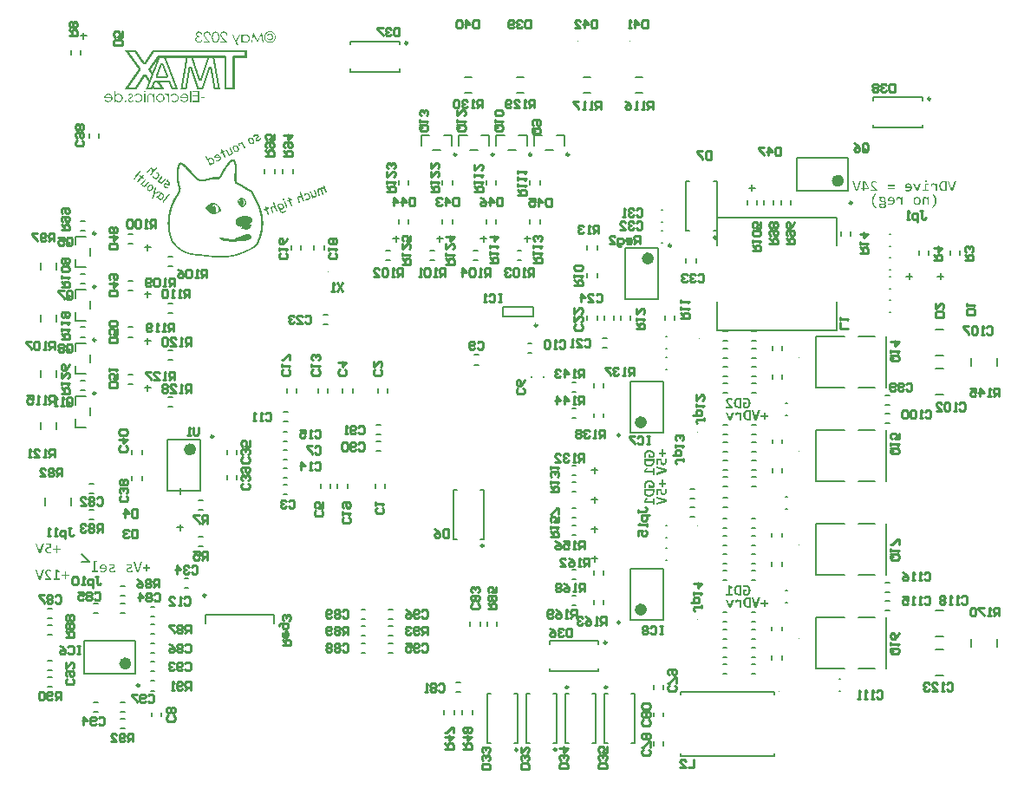
<source format=gbo>
G04*
G04 #@! TF.GenerationSoftware,Altium Limited,Altium Designer,22.8.2 (66)*
G04*
G04 Layer_Color=32896*
%FSLAX44Y44*%
%MOMM*%
G71*
G04*
G04 #@! TF.SameCoordinates,7C791F3D-23B4-47E1-85F3-5240A64D0DC6*
G04*
G04*
G04 #@! TF.FilePolarity,Positive*
G04*
G01*
G75*
%ADD10C,0.2000*%
%ADD11C,0.6000*%
%ADD12C,0.2500*%
%ADD14C,0.2540*%
%ADD141C,0.1000*%
%ADD142C,0.1270*%
G36*
X715483Y1103614D02*
X715568D01*
Y1103530D01*
X715653D01*
Y1103445D01*
Y1103360D01*
Y1103275D01*
Y1103190D01*
Y1103105D01*
Y1103020D01*
Y1102935D01*
Y1102850D01*
Y1102765D01*
Y1102680D01*
Y1102595D01*
Y1102510D01*
Y1102425D01*
Y1102340D01*
Y1102256D01*
Y1102171D01*
Y1102086D01*
Y1102001D01*
Y1101916D01*
Y1101831D01*
Y1101746D01*
Y1101661D01*
Y1101576D01*
Y1101491D01*
Y1101406D01*
Y1101321D01*
Y1101236D01*
Y1101152D01*
Y1101067D01*
Y1100982D01*
Y1100897D01*
Y1100812D01*
Y1100727D01*
Y1100642D01*
Y1100557D01*
Y1100472D01*
Y1100387D01*
Y1100302D01*
Y1100217D01*
Y1100132D01*
Y1100047D01*
Y1099962D01*
Y1099877D01*
Y1099793D01*
Y1099708D01*
Y1099623D01*
Y1099538D01*
Y1099453D01*
Y1099368D01*
Y1099283D01*
Y1099198D01*
Y1099113D01*
Y1099028D01*
Y1098943D01*
Y1098858D01*
Y1098773D01*
Y1098689D01*
Y1098604D01*
Y1098519D01*
Y1098434D01*
Y1098349D01*
Y1098264D01*
Y1098179D01*
Y1098094D01*
Y1098009D01*
Y1097924D01*
Y1097839D01*
Y1097754D01*
Y1097669D01*
Y1097584D01*
Y1097499D01*
Y1097415D01*
Y1097330D01*
Y1097245D01*
Y1097160D01*
Y1097075D01*
Y1096990D01*
Y1096905D01*
Y1096820D01*
Y1096735D01*
Y1096650D01*
Y1096565D01*
Y1096480D01*
Y1096395D01*
Y1096311D01*
Y1096226D01*
X703593D01*
Y1096141D01*
Y1096056D01*
Y1095971D01*
Y1095886D01*
Y1095801D01*
Y1095716D01*
Y1095631D01*
Y1095546D01*
Y1095461D01*
Y1095376D01*
Y1095291D01*
Y1095206D01*
Y1095122D01*
Y1095037D01*
Y1094952D01*
Y1094867D01*
Y1094782D01*
Y1094697D01*
Y1094612D01*
Y1094527D01*
Y1094442D01*
Y1094357D01*
Y1094272D01*
Y1094187D01*
Y1094102D01*
Y1094017D01*
Y1093932D01*
Y1093848D01*
Y1093763D01*
Y1093678D01*
Y1093593D01*
Y1093508D01*
Y1093423D01*
Y1093338D01*
Y1093253D01*
Y1093168D01*
Y1093083D01*
Y1092998D01*
Y1092913D01*
Y1092828D01*
Y1092744D01*
Y1092658D01*
Y1092574D01*
Y1092489D01*
Y1092404D01*
Y1092319D01*
Y1092234D01*
Y1092149D01*
Y1092064D01*
Y1091979D01*
Y1091894D01*
Y1091809D01*
Y1091724D01*
Y1091639D01*
Y1091554D01*
Y1091469D01*
Y1091385D01*
Y1091300D01*
Y1091215D01*
Y1091130D01*
Y1091045D01*
Y1090960D01*
Y1090875D01*
Y1090790D01*
Y1090705D01*
Y1090620D01*
Y1090535D01*
Y1090450D01*
Y1090366D01*
Y1090281D01*
Y1090196D01*
Y1090111D01*
Y1090026D01*
Y1089941D01*
Y1089856D01*
Y1089771D01*
Y1089686D01*
Y1089601D01*
Y1089516D01*
Y1089431D01*
Y1089346D01*
Y1089261D01*
Y1089176D01*
Y1089091D01*
Y1089007D01*
Y1088922D01*
Y1088837D01*
Y1088752D01*
Y1088667D01*
Y1088582D01*
Y1088497D01*
Y1088412D01*
Y1088327D01*
Y1088242D01*
Y1088157D01*
Y1088072D01*
Y1087987D01*
Y1087903D01*
Y1087818D01*
Y1087733D01*
Y1087648D01*
Y1087563D01*
Y1087478D01*
Y1087393D01*
Y1087308D01*
Y1087223D01*
Y1087138D01*
Y1087053D01*
Y1086968D01*
Y1086883D01*
Y1086798D01*
Y1086713D01*
Y1086629D01*
Y1086544D01*
Y1086459D01*
Y1086374D01*
Y1086289D01*
Y1086204D01*
Y1086119D01*
Y1086034D01*
Y1085949D01*
Y1085864D01*
Y1085779D01*
Y1085694D01*
Y1085609D01*
Y1085525D01*
Y1085440D01*
Y1085355D01*
Y1085270D01*
Y1085185D01*
Y1085100D01*
Y1085015D01*
Y1084930D01*
Y1084845D01*
Y1084760D01*
Y1084675D01*
Y1084590D01*
Y1084505D01*
Y1084420D01*
Y1084335D01*
Y1084250D01*
Y1084166D01*
Y1084081D01*
Y1083996D01*
Y1083911D01*
Y1083826D01*
Y1083741D01*
Y1083656D01*
Y1083571D01*
Y1083486D01*
Y1083401D01*
Y1083316D01*
Y1083231D01*
Y1083146D01*
Y1083062D01*
Y1082977D01*
Y1082892D01*
Y1082807D01*
Y1082722D01*
Y1082637D01*
Y1082552D01*
Y1082467D01*
Y1082382D01*
Y1082297D01*
Y1082212D01*
Y1082127D01*
Y1082042D01*
Y1081957D01*
Y1081872D01*
Y1081788D01*
Y1081703D01*
Y1081618D01*
Y1081533D01*
Y1081448D01*
Y1081363D01*
Y1081278D01*
Y1081193D01*
Y1081108D01*
Y1081023D01*
Y1080938D01*
Y1080853D01*
Y1080768D01*
Y1080684D01*
Y1080599D01*
Y1080514D01*
Y1080429D01*
Y1080344D01*
Y1080259D01*
Y1080174D01*
Y1080089D01*
Y1080004D01*
Y1079919D01*
Y1079834D01*
Y1079749D01*
Y1079664D01*
Y1079579D01*
Y1079494D01*
Y1079410D01*
Y1079325D01*
Y1079240D01*
Y1079155D01*
Y1079070D01*
Y1078985D01*
Y1078900D01*
Y1078815D01*
Y1078730D01*
Y1078645D01*
Y1078560D01*
Y1078475D01*
Y1078390D01*
Y1078306D01*
Y1078221D01*
Y1078136D01*
Y1078051D01*
Y1077966D01*
Y1077881D01*
Y1077796D01*
Y1077711D01*
Y1077626D01*
Y1077541D01*
Y1077456D01*
Y1077371D01*
Y1077286D01*
Y1077201D01*
Y1077116D01*
Y1077031D01*
Y1076947D01*
Y1076862D01*
Y1076777D01*
Y1076692D01*
Y1076607D01*
Y1076522D01*
Y1076437D01*
Y1076352D01*
Y1076267D01*
Y1076182D01*
Y1076097D01*
Y1076012D01*
Y1075928D01*
Y1075843D01*
Y1075758D01*
Y1075673D01*
Y1075588D01*
Y1075503D01*
Y1075418D01*
Y1075333D01*
Y1075248D01*
Y1075163D01*
Y1075078D01*
Y1074993D01*
Y1074908D01*
Y1074823D01*
Y1074738D01*
Y1074653D01*
Y1074569D01*
Y1074484D01*
Y1074399D01*
Y1074314D01*
Y1074229D01*
Y1074144D01*
Y1074059D01*
Y1073974D01*
Y1073889D01*
Y1073804D01*
Y1073719D01*
Y1073634D01*
Y1073549D01*
Y1073465D01*
Y1073380D01*
Y1073295D01*
Y1073210D01*
Y1073125D01*
Y1073040D01*
Y1072955D01*
Y1072870D01*
Y1072785D01*
Y1072700D01*
Y1072615D01*
Y1072530D01*
Y1072445D01*
Y1072360D01*
Y1072275D01*
Y1072191D01*
Y1072106D01*
Y1072021D01*
Y1071936D01*
Y1071851D01*
Y1071766D01*
Y1071681D01*
Y1071596D01*
Y1071511D01*
Y1071426D01*
Y1071341D01*
Y1071256D01*
Y1071171D01*
Y1071087D01*
Y1071002D01*
Y1070917D01*
Y1070832D01*
Y1070747D01*
Y1070662D01*
Y1070577D01*
Y1070492D01*
Y1070407D01*
Y1070322D01*
Y1070237D01*
Y1070152D01*
Y1070067D01*
Y1069982D01*
Y1069898D01*
Y1069813D01*
Y1069728D01*
Y1069643D01*
Y1069558D01*
Y1069473D01*
Y1069388D01*
Y1069303D01*
Y1069218D01*
Y1069133D01*
Y1069048D01*
Y1068963D01*
Y1068878D01*
Y1068793D01*
Y1068708D01*
Y1068624D01*
Y1068539D01*
Y1068454D01*
Y1068369D01*
Y1068284D01*
Y1068199D01*
Y1068114D01*
Y1068029D01*
Y1067944D01*
Y1067859D01*
Y1067774D01*
Y1067689D01*
Y1067604D01*
Y1067520D01*
Y1067434D01*
Y1067350D01*
Y1067265D01*
Y1067180D01*
Y1067095D01*
Y1067010D01*
Y1066925D01*
Y1066840D01*
Y1066755D01*
Y1066670D01*
Y1066585D01*
Y1066500D01*
Y1066415D01*
Y1066330D01*
Y1066245D01*
Y1066161D01*
Y1066076D01*
Y1065991D01*
Y1065906D01*
Y1065821D01*
Y1065736D01*
Y1065651D01*
Y1065566D01*
Y1065481D01*
Y1065396D01*
Y1065311D01*
Y1065226D01*
Y1065141D01*
X693656D01*
Y1065226D01*
Y1065311D01*
Y1065396D01*
Y1065481D01*
Y1065566D01*
Y1065651D01*
Y1065736D01*
Y1065821D01*
Y1065906D01*
Y1065991D01*
Y1066076D01*
Y1066161D01*
Y1066245D01*
Y1066330D01*
Y1066415D01*
Y1066500D01*
Y1066585D01*
Y1066670D01*
Y1066755D01*
Y1066840D01*
Y1066925D01*
Y1067010D01*
Y1067095D01*
Y1067180D01*
Y1067265D01*
Y1067350D01*
Y1067434D01*
Y1067520D01*
Y1067604D01*
Y1067689D01*
Y1067774D01*
Y1067859D01*
Y1067944D01*
Y1068029D01*
Y1068114D01*
Y1068199D01*
Y1068284D01*
Y1068369D01*
Y1068454D01*
Y1068539D01*
Y1068624D01*
Y1068708D01*
Y1068793D01*
Y1068878D01*
Y1068963D01*
Y1069048D01*
Y1069133D01*
Y1069218D01*
Y1069303D01*
Y1069388D01*
Y1069473D01*
Y1069558D01*
Y1069643D01*
Y1069728D01*
Y1069813D01*
Y1069898D01*
Y1069982D01*
Y1070067D01*
Y1070152D01*
Y1070237D01*
Y1070322D01*
Y1070407D01*
Y1070492D01*
Y1070577D01*
Y1070662D01*
Y1070747D01*
Y1070832D01*
Y1070917D01*
Y1071002D01*
Y1071087D01*
Y1071171D01*
Y1071256D01*
Y1071341D01*
Y1071426D01*
Y1071511D01*
Y1071596D01*
Y1071681D01*
Y1071766D01*
Y1071851D01*
Y1071936D01*
Y1072021D01*
Y1072106D01*
Y1072191D01*
Y1072275D01*
Y1072360D01*
Y1072445D01*
Y1072530D01*
Y1072615D01*
Y1072700D01*
Y1072785D01*
Y1072870D01*
Y1072955D01*
Y1073040D01*
Y1073125D01*
Y1073210D01*
Y1073295D01*
Y1073380D01*
Y1073465D01*
Y1073549D01*
Y1073634D01*
Y1073719D01*
Y1073804D01*
Y1073889D01*
Y1073974D01*
Y1074059D01*
Y1074144D01*
Y1074229D01*
Y1074314D01*
Y1074399D01*
Y1074484D01*
Y1074569D01*
Y1074653D01*
Y1074738D01*
Y1074823D01*
Y1074908D01*
Y1074993D01*
Y1075078D01*
Y1075163D01*
Y1075248D01*
Y1075333D01*
Y1075418D01*
Y1075503D01*
Y1075588D01*
Y1075673D01*
Y1075758D01*
Y1075843D01*
Y1075928D01*
Y1076012D01*
Y1076097D01*
Y1076182D01*
Y1076267D01*
Y1076352D01*
Y1076437D01*
Y1076522D01*
Y1076607D01*
Y1076692D01*
Y1076777D01*
Y1076862D01*
Y1076947D01*
Y1077031D01*
Y1077116D01*
Y1077201D01*
Y1077286D01*
Y1077371D01*
Y1077456D01*
Y1077541D01*
Y1077626D01*
Y1077711D01*
Y1077796D01*
Y1077881D01*
Y1077966D01*
Y1078051D01*
Y1078136D01*
Y1078221D01*
Y1078306D01*
Y1078390D01*
Y1078475D01*
Y1078560D01*
Y1078645D01*
Y1078730D01*
Y1078815D01*
Y1078900D01*
Y1078985D01*
Y1079070D01*
Y1079155D01*
Y1079240D01*
Y1079325D01*
Y1079410D01*
Y1079494D01*
Y1079579D01*
Y1079664D01*
Y1079749D01*
Y1079834D01*
Y1079919D01*
Y1080004D01*
Y1080089D01*
Y1080174D01*
Y1080259D01*
Y1080344D01*
Y1080429D01*
Y1080514D01*
Y1080599D01*
Y1080684D01*
Y1080768D01*
Y1080853D01*
Y1080938D01*
Y1081023D01*
Y1081108D01*
Y1081193D01*
Y1081278D01*
Y1081363D01*
Y1081448D01*
Y1081533D01*
Y1081618D01*
Y1081703D01*
Y1081788D01*
Y1081872D01*
Y1081957D01*
Y1082042D01*
Y1082127D01*
Y1082212D01*
Y1082297D01*
Y1082382D01*
Y1082467D01*
Y1082552D01*
Y1082637D01*
Y1082722D01*
Y1082807D01*
Y1082892D01*
Y1082977D01*
Y1083062D01*
Y1083146D01*
Y1083231D01*
Y1083316D01*
Y1083401D01*
Y1083486D01*
Y1083571D01*
Y1083656D01*
Y1083741D01*
Y1083826D01*
Y1083911D01*
Y1083996D01*
Y1084081D01*
Y1084166D01*
Y1084250D01*
Y1084335D01*
Y1084420D01*
Y1084505D01*
Y1084590D01*
Y1084675D01*
Y1084760D01*
Y1084845D01*
Y1084930D01*
Y1085015D01*
Y1085100D01*
Y1085185D01*
Y1085270D01*
Y1085355D01*
Y1085440D01*
Y1085525D01*
Y1085609D01*
Y1085694D01*
Y1085779D01*
Y1085864D01*
Y1085949D01*
Y1086034D01*
Y1086119D01*
Y1086204D01*
Y1086289D01*
Y1086374D01*
Y1086459D01*
Y1086544D01*
Y1086629D01*
Y1086713D01*
Y1086798D01*
Y1086883D01*
Y1086968D01*
Y1087053D01*
Y1087138D01*
Y1087223D01*
Y1087308D01*
Y1087393D01*
Y1087478D01*
Y1087563D01*
Y1087648D01*
Y1087733D01*
Y1087818D01*
Y1087903D01*
Y1087987D01*
Y1088072D01*
Y1088157D01*
Y1088242D01*
Y1088327D01*
Y1088412D01*
Y1088497D01*
Y1088582D01*
Y1088667D01*
Y1088752D01*
Y1088837D01*
Y1088922D01*
Y1089007D01*
Y1089091D01*
Y1089176D01*
Y1089261D01*
Y1089346D01*
Y1089431D01*
Y1089516D01*
Y1089601D01*
Y1089686D01*
Y1089771D01*
Y1089856D01*
Y1089941D01*
Y1090026D01*
Y1090111D01*
Y1090196D01*
Y1090281D01*
Y1090366D01*
Y1090450D01*
Y1090535D01*
Y1090620D01*
Y1090705D01*
Y1090790D01*
Y1090875D01*
Y1090960D01*
Y1091045D01*
Y1091130D01*
Y1091215D01*
Y1091300D01*
Y1091385D01*
Y1091469D01*
Y1091554D01*
Y1091639D01*
Y1091724D01*
Y1091809D01*
Y1091894D01*
Y1091979D01*
Y1092064D01*
Y1092149D01*
Y1092234D01*
Y1092319D01*
Y1092404D01*
Y1092489D01*
Y1092574D01*
Y1092658D01*
Y1092744D01*
Y1092828D01*
Y1092913D01*
Y1092998D01*
Y1093083D01*
Y1093168D01*
Y1093253D01*
Y1093338D01*
Y1093423D01*
Y1093508D01*
Y1093593D01*
Y1093678D01*
Y1093763D01*
Y1093848D01*
Y1093932D01*
Y1094017D01*
Y1094102D01*
Y1094187D01*
Y1094272D01*
Y1094357D01*
Y1094442D01*
Y1094527D01*
Y1094612D01*
Y1094697D01*
Y1094782D01*
Y1094867D01*
Y1094952D01*
Y1095037D01*
Y1095122D01*
Y1095206D01*
Y1095291D01*
Y1095376D01*
Y1095461D01*
Y1095546D01*
Y1095631D01*
Y1095716D01*
Y1095801D01*
Y1095886D01*
Y1095971D01*
Y1096056D01*
Y1096141D01*
Y1096226D01*
X683889D01*
Y1096141D01*
Y1096056D01*
Y1095971D01*
Y1095886D01*
Y1095801D01*
Y1095716D01*
X683974D01*
Y1095631D01*
Y1095546D01*
Y1095461D01*
Y1095376D01*
Y1095291D01*
X684059D01*
Y1095206D01*
Y1095122D01*
Y1095037D01*
Y1094952D01*
Y1094867D01*
Y1094782D01*
X684144D01*
Y1094697D01*
Y1094612D01*
Y1094527D01*
Y1094442D01*
Y1094357D01*
X684229D01*
Y1094272D01*
Y1094187D01*
Y1094102D01*
Y1094017D01*
Y1093932D01*
Y1093848D01*
X684314D01*
Y1093763D01*
Y1093678D01*
Y1093593D01*
Y1093508D01*
Y1093423D01*
Y1093338D01*
X684399D01*
Y1093253D01*
Y1093168D01*
Y1093083D01*
Y1092998D01*
Y1092913D01*
X684484D01*
Y1092828D01*
Y1092744D01*
Y1092658D01*
Y1092574D01*
Y1092489D01*
Y1092404D01*
X684569D01*
Y1092319D01*
Y1092234D01*
Y1092149D01*
Y1092064D01*
Y1091979D01*
Y1091894D01*
Y1091809D01*
X684653D01*
Y1091724D01*
Y1091639D01*
Y1091554D01*
Y1091469D01*
Y1091385D01*
X684738D01*
Y1091300D01*
Y1091215D01*
Y1091130D01*
Y1091045D01*
Y1090960D01*
X684823D01*
Y1090875D01*
Y1090790D01*
Y1090705D01*
Y1090620D01*
Y1090535D01*
X684908D01*
Y1090450D01*
Y1090366D01*
Y1090281D01*
Y1090196D01*
Y1090111D01*
Y1090026D01*
Y1089941D01*
X684993D01*
Y1089856D01*
Y1089771D01*
Y1089686D01*
Y1089601D01*
Y1089516D01*
X685078D01*
Y1089431D01*
Y1089346D01*
Y1089261D01*
Y1089176D01*
Y1089091D01*
Y1089007D01*
Y1088922D01*
X685163D01*
Y1088837D01*
Y1088752D01*
Y1088667D01*
Y1088582D01*
X685248D01*
Y1088497D01*
Y1088412D01*
Y1088327D01*
Y1088242D01*
Y1088157D01*
X685333D01*
Y1088072D01*
Y1087987D01*
Y1087903D01*
Y1087818D01*
Y1087733D01*
Y1087648D01*
X685418D01*
Y1087563D01*
Y1087478D01*
Y1087393D01*
Y1087308D01*
Y1087223D01*
Y1087138D01*
Y1087053D01*
X685503D01*
Y1086968D01*
Y1086883D01*
Y1086798D01*
Y1086713D01*
X685588D01*
Y1086629D01*
Y1086544D01*
Y1086459D01*
Y1086374D01*
Y1086289D01*
Y1086204D01*
X685673D01*
Y1086119D01*
Y1086034D01*
Y1085949D01*
Y1085864D01*
Y1085779D01*
X685758D01*
Y1085694D01*
Y1085609D01*
Y1085525D01*
Y1085440D01*
Y1085355D01*
Y1085270D01*
Y1085185D01*
Y1085100D01*
X685843D01*
Y1085015D01*
Y1084930D01*
Y1084845D01*
Y1084760D01*
X685928D01*
Y1084675D01*
Y1084590D01*
Y1084505D01*
Y1084420D01*
Y1084335D01*
X686012D01*
Y1084250D01*
Y1084166D01*
Y1084081D01*
Y1083996D01*
Y1083911D01*
Y1083826D01*
X686097D01*
Y1083741D01*
Y1083656D01*
Y1083571D01*
Y1083486D01*
Y1083401D01*
X686182D01*
Y1083316D01*
Y1083231D01*
Y1083146D01*
Y1083062D01*
Y1082977D01*
Y1082892D01*
X686267D01*
Y1082807D01*
Y1082722D01*
Y1082637D01*
Y1082552D01*
Y1082467D01*
Y1082382D01*
X686352D01*
Y1082297D01*
Y1082212D01*
Y1082127D01*
Y1082042D01*
Y1081957D01*
X686437D01*
Y1081872D01*
Y1081788D01*
Y1081703D01*
Y1081618D01*
Y1081533D01*
Y1081448D01*
X686522D01*
Y1081363D01*
Y1081278D01*
Y1081193D01*
Y1081108D01*
Y1081023D01*
Y1080938D01*
X686607D01*
Y1080853D01*
Y1080768D01*
Y1080684D01*
Y1080599D01*
Y1080514D01*
Y1080429D01*
X686692D01*
Y1080344D01*
Y1080259D01*
Y1080174D01*
Y1080089D01*
Y1080004D01*
X686777D01*
Y1079919D01*
Y1079834D01*
Y1079749D01*
Y1079664D01*
Y1079579D01*
X686862D01*
Y1079494D01*
Y1079410D01*
Y1079325D01*
Y1079240D01*
Y1079155D01*
Y1079070D01*
X686947D01*
Y1078985D01*
Y1078900D01*
Y1078815D01*
Y1078730D01*
Y1078645D01*
Y1078560D01*
X687032D01*
Y1078475D01*
Y1078390D01*
Y1078306D01*
Y1078221D01*
Y1078136D01*
Y1078051D01*
X687116D01*
Y1077966D01*
Y1077881D01*
Y1077796D01*
Y1077711D01*
Y1077626D01*
Y1077541D01*
Y1077456D01*
X687201D01*
Y1077371D01*
Y1077286D01*
Y1077201D01*
X687286D01*
Y1077116D01*
Y1077031D01*
Y1076947D01*
Y1076862D01*
Y1076777D01*
Y1076692D01*
X687371D01*
Y1076607D01*
Y1076522D01*
Y1076437D01*
Y1076352D01*
Y1076267D01*
Y1076182D01*
X687456D01*
Y1076097D01*
Y1076012D01*
Y1075928D01*
Y1075843D01*
Y1075758D01*
X687541D01*
Y1075673D01*
Y1075588D01*
Y1075503D01*
Y1075418D01*
Y1075333D01*
Y1075248D01*
Y1075163D01*
X687626D01*
Y1075078D01*
Y1074993D01*
Y1074908D01*
Y1074823D01*
X687711D01*
Y1074738D01*
Y1074653D01*
Y1074569D01*
Y1074484D01*
Y1074399D01*
Y1074314D01*
Y1074229D01*
X687796D01*
Y1074144D01*
Y1074059D01*
Y1073974D01*
Y1073889D01*
Y1073804D01*
Y1073719D01*
X687881D01*
Y1073634D01*
Y1073549D01*
Y1073465D01*
Y1073380D01*
X687966D01*
Y1073295D01*
Y1073210D01*
Y1073125D01*
Y1073040D01*
Y1072955D01*
Y1072870D01*
X688051D01*
Y1072785D01*
Y1072700D01*
Y1072615D01*
Y1072530D01*
Y1072445D01*
X688136D01*
Y1072360D01*
Y1072275D01*
Y1072191D01*
Y1072106D01*
Y1072021D01*
Y1071936D01*
X688221D01*
Y1071851D01*
Y1071766D01*
Y1071681D01*
Y1071596D01*
Y1071511D01*
Y1071426D01*
X688306D01*
Y1071341D01*
Y1071256D01*
Y1071171D01*
Y1071087D01*
Y1071002D01*
Y1070917D01*
Y1070832D01*
X688390D01*
Y1070747D01*
Y1070662D01*
Y1070577D01*
Y1070492D01*
X688475D01*
Y1070407D01*
Y1070322D01*
Y1070237D01*
Y1070152D01*
Y1070067D01*
Y1069982D01*
X688560D01*
Y1069898D01*
Y1069813D01*
Y1069728D01*
Y1069643D01*
Y1069558D01*
X688645D01*
Y1069473D01*
Y1069388D01*
Y1069303D01*
Y1069218D01*
Y1069133D01*
Y1069048D01*
X688730D01*
Y1068963D01*
Y1068878D01*
Y1068793D01*
Y1068708D01*
Y1068624D01*
Y1068539D01*
X688815D01*
Y1068454D01*
Y1068369D01*
Y1068284D01*
Y1068199D01*
Y1068114D01*
X688900D01*
Y1068029D01*
Y1067944D01*
Y1067859D01*
Y1067774D01*
Y1067689D01*
X688985D01*
Y1067604D01*
Y1067520D01*
Y1067434D01*
Y1067350D01*
Y1067265D01*
Y1067180D01*
Y1067095D01*
Y1067010D01*
X689070D01*
Y1066925D01*
Y1066840D01*
Y1066755D01*
Y1066670D01*
X689155D01*
Y1066585D01*
Y1066500D01*
Y1066415D01*
Y1066330D01*
Y1066245D01*
X689240D01*
Y1066161D01*
Y1066076D01*
Y1065991D01*
Y1065906D01*
Y1065821D01*
Y1065736D01*
X689325D01*
Y1065651D01*
Y1065566D01*
Y1065481D01*
Y1065396D01*
Y1065311D01*
Y1065226D01*
Y1065141D01*
X683380D01*
Y1065226D01*
Y1065311D01*
Y1065396D01*
Y1065481D01*
X683295D01*
Y1065566D01*
Y1065651D01*
Y1065736D01*
Y1065821D01*
Y1065906D01*
Y1065991D01*
X683210D01*
Y1066076D01*
Y1066161D01*
Y1066245D01*
Y1066330D01*
Y1066415D01*
X683125D01*
Y1066500D01*
Y1066585D01*
Y1066670D01*
Y1066755D01*
Y1066840D01*
Y1066925D01*
X683040D01*
Y1067010D01*
Y1067095D01*
Y1067180D01*
Y1067265D01*
Y1067350D01*
Y1067434D01*
Y1067520D01*
X682955D01*
Y1067604D01*
Y1067689D01*
Y1067774D01*
Y1067859D01*
X682870D01*
Y1067944D01*
Y1068029D01*
Y1068114D01*
Y1068199D01*
Y1068284D01*
Y1068369D01*
X682785D01*
Y1068454D01*
Y1068539D01*
Y1068624D01*
Y1068708D01*
Y1068793D01*
Y1068878D01*
Y1068963D01*
X682700D01*
Y1069048D01*
Y1069133D01*
Y1069218D01*
Y1069303D01*
X682615D01*
Y1069388D01*
Y1069473D01*
Y1069558D01*
Y1069643D01*
Y1069728D01*
Y1069813D01*
X682530D01*
Y1069898D01*
Y1069982D01*
Y1070067D01*
Y1070152D01*
Y1070237D01*
X682445D01*
Y1070322D01*
Y1070407D01*
Y1070492D01*
Y1070577D01*
Y1070662D01*
Y1070747D01*
Y1070832D01*
X682361D01*
Y1070917D01*
Y1071002D01*
Y1071087D01*
Y1071171D01*
X682275D01*
Y1071256D01*
Y1071341D01*
Y1071426D01*
Y1071511D01*
Y1071596D01*
Y1071681D01*
X682191D01*
Y1071766D01*
Y1071851D01*
Y1071936D01*
Y1072021D01*
Y1072106D01*
Y1072191D01*
X682106D01*
Y1072275D01*
Y1072360D01*
Y1072445D01*
Y1072530D01*
Y1072615D01*
X682021D01*
Y1072700D01*
Y1072785D01*
Y1072870D01*
Y1072955D01*
Y1073040D01*
Y1073125D01*
X681936D01*
Y1073210D01*
Y1073295D01*
Y1073380D01*
Y1073465D01*
Y1073549D01*
X681851D01*
Y1073634D01*
Y1073719D01*
Y1073804D01*
Y1073889D01*
Y1073974D01*
Y1074059D01*
Y1074144D01*
Y1074229D01*
X681766D01*
Y1074314D01*
Y1074399D01*
Y1074484D01*
X681681D01*
Y1074569D01*
Y1074653D01*
Y1074738D01*
Y1074823D01*
Y1074908D01*
Y1074993D01*
X681596D01*
Y1075078D01*
Y1075163D01*
Y1075248D01*
Y1075333D01*
Y1075418D01*
Y1075503D01*
Y1075588D01*
Y1075673D01*
X681511D01*
Y1075758D01*
Y1075843D01*
Y1075928D01*
Y1076012D01*
X681426D01*
Y1076097D01*
Y1076182D01*
Y1076267D01*
Y1076352D01*
Y1076437D01*
X681341D01*
Y1076522D01*
Y1076607D01*
Y1076692D01*
Y1076777D01*
Y1076862D01*
Y1076947D01*
X681256D01*
Y1077031D01*
Y1077116D01*
Y1077201D01*
Y1077286D01*
Y1077371D01*
Y1077456D01*
Y1077541D01*
X681171D01*
Y1077626D01*
Y1077711D01*
Y1077796D01*
Y1077881D01*
X681087D01*
Y1077966D01*
Y1078051D01*
Y1078136D01*
Y1078221D01*
Y1078306D01*
Y1078390D01*
X681002D01*
Y1078475D01*
Y1078560D01*
Y1078645D01*
Y1078730D01*
Y1078815D01*
Y1078900D01*
X680917D01*
Y1078985D01*
Y1079070D01*
Y1079155D01*
Y1079240D01*
Y1079325D01*
X680832D01*
Y1079410D01*
Y1079494D01*
Y1079579D01*
Y1079664D01*
Y1079749D01*
Y1079834D01*
Y1079919D01*
X680747D01*
Y1080004D01*
Y1080089D01*
Y1080174D01*
Y1080259D01*
X680662D01*
Y1080344D01*
Y1080429D01*
Y1080514D01*
Y1080599D01*
Y1080684D01*
Y1080768D01*
X680577D01*
Y1080853D01*
Y1080938D01*
Y1081023D01*
Y1081108D01*
Y1081193D01*
X680492D01*
Y1081278D01*
Y1081363D01*
Y1081448D01*
Y1081533D01*
Y1081618D01*
Y1081703D01*
X680407D01*
Y1081788D01*
Y1081872D01*
Y1081957D01*
Y1082042D01*
Y1082127D01*
Y1082212D01*
X680322D01*
Y1082297D01*
Y1082382D01*
Y1082467D01*
Y1082552D01*
Y1082637D01*
X680237D01*
Y1082722D01*
Y1082807D01*
Y1082892D01*
Y1082977D01*
Y1083062D01*
Y1083146D01*
Y1083231D01*
X680152D01*
Y1083316D01*
Y1083401D01*
Y1083486D01*
Y1083571D01*
X680067D01*
Y1083656D01*
Y1083741D01*
Y1083826D01*
Y1083911D01*
Y1083996D01*
Y1084081D01*
X679982D01*
Y1084166D01*
Y1084250D01*
Y1084335D01*
Y1084420D01*
Y1084505D01*
X679898D01*
Y1084590D01*
Y1084675D01*
Y1084760D01*
Y1084845D01*
Y1084930D01*
Y1085015D01*
X679813D01*
Y1085100D01*
Y1085185D01*
Y1085270D01*
Y1085355D01*
Y1085440D01*
Y1085525D01*
Y1085609D01*
X679558D01*
Y1085525D01*
Y1085440D01*
X679473D01*
Y1085355D01*
Y1085270D01*
X679388D01*
Y1085185D01*
Y1085100D01*
Y1085015D01*
Y1084930D01*
Y1084845D01*
X679303D01*
Y1084760D01*
Y1084675D01*
Y1084590D01*
X679218D01*
Y1084505D01*
Y1084420D01*
X679133D01*
Y1084335D01*
Y1084250D01*
Y1084166D01*
Y1084081D01*
X679048D01*
Y1083996D01*
Y1083911D01*
X678963D01*
Y1083826D01*
Y1083741D01*
Y1083656D01*
X678878D01*
Y1083571D01*
Y1083486D01*
Y1083401D01*
Y1083316D01*
X678793D01*
Y1083231D01*
Y1083146D01*
X678708D01*
Y1083062D01*
Y1082977D01*
Y1082892D01*
Y1082807D01*
X678624D01*
Y1082722D01*
Y1082637D01*
X678539D01*
Y1082552D01*
Y1082467D01*
Y1082382D01*
X678454D01*
Y1082297D01*
Y1082212D01*
Y1082127D01*
Y1082042D01*
X678369D01*
Y1081957D01*
Y1081872D01*
Y1081788D01*
X678284D01*
Y1081703D01*
Y1081618D01*
X678199D01*
Y1081533D01*
Y1081448D01*
Y1081363D01*
X678114D01*
Y1081278D01*
Y1081193D01*
Y1081108D01*
X678029D01*
Y1081023D01*
Y1080938D01*
Y1080853D01*
Y1080768D01*
X677944D01*
Y1080684D01*
Y1080599D01*
X677859D01*
Y1080514D01*
Y1080429D01*
Y1080344D01*
Y1080259D01*
X677774D01*
Y1080174D01*
Y1080089D01*
Y1080004D01*
X677689D01*
Y1079919D01*
Y1079834D01*
X677604D01*
Y1079749D01*
Y1079664D01*
Y1079579D01*
X677520D01*
Y1079494D01*
Y1079410D01*
Y1079325D01*
Y1079240D01*
X677435D01*
Y1079155D01*
Y1079070D01*
Y1078985D01*
X677350D01*
Y1078900D01*
Y1078815D01*
Y1078730D01*
X677265D01*
Y1078645D01*
Y1078560D01*
Y1078475D01*
X677180D01*
Y1078390D01*
Y1078306D01*
Y1078221D01*
X677095D01*
Y1078136D01*
Y1078051D01*
Y1077966D01*
X677010D01*
Y1077881D01*
Y1077796D01*
X676925D01*
Y1077711D01*
Y1077626D01*
Y1077541D01*
X676840D01*
Y1077456D01*
Y1077371D01*
Y1077286D01*
Y1077201D01*
X676755D01*
Y1077116D01*
Y1077031D01*
Y1076947D01*
X676670D01*
Y1076862D01*
X676585D01*
Y1076777D01*
Y1076692D01*
Y1076607D01*
X676500D01*
Y1076522D01*
Y1076437D01*
Y1076352D01*
Y1076267D01*
X676415D01*
Y1076182D01*
Y1076097D01*
Y1076012D01*
Y1075928D01*
X676330D01*
Y1075843D01*
X676245D01*
Y1075758D01*
Y1075673D01*
Y1075588D01*
Y1075503D01*
Y1075418D01*
X676161D01*
Y1075333D01*
Y1075248D01*
Y1075163D01*
X676076D01*
Y1075078D01*
Y1074993D01*
Y1074908D01*
X675991D01*
Y1074823D01*
Y1074738D01*
Y1074653D01*
X675906D01*
Y1074569D01*
Y1074484D01*
Y1074399D01*
X675821D01*
Y1074314D01*
Y1074229D01*
X675736D01*
Y1074144D01*
Y1074059D01*
Y1073974D01*
Y1073889D01*
X675651D01*
Y1073804D01*
Y1073719D01*
Y1073634D01*
X675566D01*
Y1073549D01*
Y1073465D01*
Y1073380D01*
X675481D01*
Y1073295D01*
Y1073210D01*
Y1073125D01*
X675396D01*
Y1073040D01*
Y1072955D01*
Y1072870D01*
X675311D01*
Y1072785D01*
Y1072700D01*
Y1072615D01*
X675226D01*
Y1072530D01*
Y1072445D01*
X675142D01*
Y1072360D01*
Y1072275D01*
Y1072191D01*
Y1072106D01*
X675057D01*
Y1072021D01*
Y1071936D01*
Y1071851D01*
X674972D01*
Y1071766D01*
Y1071681D01*
Y1071596D01*
X674887D01*
Y1071511D01*
Y1071426D01*
Y1071341D01*
X674802D01*
Y1071256D01*
Y1071171D01*
Y1071087D01*
X674717D01*
Y1071002D01*
Y1070917D01*
Y1070832D01*
X674632D01*
Y1070747D01*
Y1070662D01*
Y1070577D01*
X674547D01*
Y1070492D01*
Y1070407D01*
Y1070322D01*
X674462D01*
Y1070237D01*
Y1070152D01*
Y1070067D01*
X674377D01*
Y1069982D01*
Y1069898D01*
Y1069813D01*
X674292D01*
Y1069728D01*
Y1069643D01*
Y1069558D01*
X674207D01*
Y1069473D01*
Y1069388D01*
Y1069303D01*
X674122D01*
Y1069218D01*
Y1069133D01*
Y1069048D01*
X674037D01*
Y1068963D01*
Y1068878D01*
X673952D01*
Y1068793D01*
Y1068708D01*
Y1068624D01*
Y1068539D01*
X673867D01*
Y1068454D01*
Y1068369D01*
X673783D01*
Y1068284D01*
Y1068199D01*
Y1068114D01*
Y1068029D01*
X673698D01*
Y1067944D01*
Y1067859D01*
Y1067774D01*
X673613D01*
Y1067689D01*
X673528D01*
Y1067604D01*
Y1067520D01*
Y1067434D01*
Y1067350D01*
X673443D01*
Y1067265D01*
Y1067180D01*
Y1067095D01*
Y1067010D01*
X673358D01*
Y1066925D01*
Y1066840D01*
Y1066755D01*
X673273D01*
Y1066670D01*
Y1066585D01*
Y1066500D01*
X673188D01*
Y1066415D01*
Y1066330D01*
Y1066245D01*
X673103D01*
Y1066161D01*
Y1066076D01*
X673018D01*
Y1065991D01*
Y1065906D01*
Y1065821D01*
Y1065736D01*
X672933D01*
Y1065651D01*
Y1065566D01*
Y1065481D01*
X672848D01*
Y1065396D01*
Y1065311D01*
Y1065226D01*
X672763D01*
Y1065141D01*
X667243D01*
Y1065226D01*
Y1065311D01*
Y1065396D01*
X667158D01*
Y1065481D01*
Y1065566D01*
X667073D01*
Y1065651D01*
Y1065736D01*
Y1065821D01*
X666988D01*
Y1065906D01*
Y1065991D01*
Y1066076D01*
Y1066161D01*
X666903D01*
Y1066245D01*
Y1066330D01*
X666818D01*
Y1066415D01*
Y1066500D01*
Y1066585D01*
Y1066670D01*
X666733D01*
Y1066755D01*
Y1066840D01*
X666648D01*
Y1066925D01*
Y1067010D01*
Y1067095D01*
X666564D01*
Y1067180D01*
Y1067265D01*
Y1067350D01*
Y1067434D01*
X666479D01*
Y1067520D01*
Y1067604D01*
X666394D01*
Y1067689D01*
Y1067774D01*
Y1067859D01*
X666309D01*
Y1067944D01*
Y1068029D01*
Y1068114D01*
X666224D01*
Y1068199D01*
Y1068284D01*
Y1068369D01*
X666139D01*
Y1068454D01*
Y1068539D01*
Y1068624D01*
X666054D01*
Y1068708D01*
Y1068793D01*
Y1068878D01*
X665969D01*
Y1068963D01*
Y1069048D01*
Y1069133D01*
X665884D01*
Y1069218D01*
Y1069303D01*
Y1069388D01*
Y1069473D01*
X665799D01*
Y1069558D01*
Y1069643D01*
X665714D01*
Y1069728D01*
Y1069813D01*
Y1069898D01*
X665629D01*
Y1069982D01*
Y1070067D01*
Y1070152D01*
X665544D01*
Y1070237D01*
Y1070322D01*
Y1070407D01*
X665460D01*
Y1070492D01*
Y1070577D01*
Y1070662D01*
X665375D01*
Y1070747D01*
Y1070832D01*
Y1070917D01*
X665290D01*
Y1071002D01*
Y1071087D01*
Y1071171D01*
X665205D01*
Y1071256D01*
Y1071341D01*
Y1071426D01*
X665120D01*
Y1071511D01*
Y1071596D01*
Y1071681D01*
X665035D01*
Y1071766D01*
Y1071851D01*
Y1071936D01*
X664950D01*
Y1072021D01*
Y1072106D01*
Y1072191D01*
X664865D01*
Y1072275D01*
Y1072360D01*
Y1072445D01*
X664780D01*
Y1072530D01*
Y1072615D01*
Y1072700D01*
X664695D01*
Y1072785D01*
Y1072870D01*
Y1072955D01*
X664610D01*
Y1073040D01*
Y1073125D01*
Y1073210D01*
X664525D01*
Y1073295D01*
Y1073380D01*
Y1073465D01*
Y1073549D01*
X664440D01*
Y1073634D01*
Y1073719D01*
X664355D01*
Y1073804D01*
Y1073889D01*
Y1073974D01*
X664270D01*
Y1074059D01*
Y1074144D01*
Y1074229D01*
X664186D01*
Y1074314D01*
Y1074399D01*
Y1074484D01*
X664101D01*
Y1074569D01*
Y1074653D01*
Y1074738D01*
X664016D01*
Y1074823D01*
Y1074908D01*
Y1074993D01*
X663931D01*
Y1075078D01*
Y1075163D01*
Y1075248D01*
X663846D01*
Y1075333D01*
Y1075418D01*
Y1075503D01*
Y1075588D01*
X663761D01*
Y1075673D01*
Y1075758D01*
X663676D01*
Y1075843D01*
Y1075928D01*
Y1076012D01*
X663591D01*
Y1076097D01*
Y1076182D01*
Y1076267D01*
Y1076352D01*
X663506D01*
Y1076437D01*
Y1076522D01*
X663421D01*
Y1076607D01*
Y1076692D01*
Y1076777D01*
X663336D01*
Y1076862D01*
Y1076947D01*
Y1077031D01*
Y1077116D01*
X663251D01*
Y1077201D01*
Y1077286D01*
X663166D01*
Y1077371D01*
Y1077456D01*
Y1077541D01*
X663082D01*
Y1077626D01*
Y1077711D01*
Y1077796D01*
X662997D01*
Y1077881D01*
Y1077966D01*
Y1078051D01*
Y1078136D01*
X662912D01*
Y1078221D01*
Y1078306D01*
X662827D01*
Y1078390D01*
Y1078475D01*
Y1078560D01*
X662742D01*
Y1078645D01*
Y1078730D01*
Y1078815D01*
X662657D01*
Y1078900D01*
Y1078985D01*
Y1079070D01*
Y1079155D01*
X662572D01*
Y1079240D01*
Y1079325D01*
X662487D01*
Y1079410D01*
Y1079494D01*
Y1079579D01*
Y1079664D01*
X662402D01*
Y1079749D01*
Y1079834D01*
X662317D01*
Y1079919D01*
Y1080004D01*
Y1080089D01*
Y1080174D01*
X662232D01*
Y1080259D01*
Y1080344D01*
X662147D01*
Y1080429D01*
Y1080514D01*
Y1080599D01*
X662062D01*
Y1080684D01*
Y1080768D01*
X661977D01*
Y1080853D01*
Y1080938D01*
Y1081023D01*
Y1081108D01*
X661892D01*
Y1081193D01*
Y1081278D01*
Y1081363D01*
X661808D01*
Y1081448D01*
Y1081533D01*
Y1081618D01*
Y1081703D01*
X661723D01*
Y1081788D01*
Y1081872D01*
X661638D01*
Y1081957D01*
Y1082042D01*
Y1082127D01*
X661553D01*
Y1082212D01*
Y1082297D01*
Y1082382D01*
X661468D01*
Y1082467D01*
Y1082552D01*
Y1082637D01*
X661383D01*
Y1082722D01*
Y1082807D01*
X661298D01*
Y1082892D01*
Y1082977D01*
Y1083062D01*
Y1083146D01*
X661213D01*
Y1083231D01*
Y1083316D01*
Y1083401D01*
X661128D01*
Y1083486D01*
Y1083571D01*
Y1083656D01*
X661043D01*
Y1083741D01*
Y1083826D01*
Y1083911D01*
X660958D01*
Y1083996D01*
Y1084081D01*
Y1084166D01*
X660873D01*
Y1084250D01*
Y1084335D01*
X660788D01*
Y1084420D01*
Y1084505D01*
Y1084590D01*
X660704D01*
Y1084675D01*
Y1084760D01*
Y1084845D01*
Y1084930D01*
Y1085015D01*
X660619D01*
Y1085100D01*
X660534D01*
Y1085185D01*
Y1085270D01*
Y1085355D01*
X660449D01*
Y1085440D01*
X660194D01*
Y1085355D01*
Y1085270D01*
Y1085185D01*
Y1085100D01*
Y1085015D01*
Y1084930D01*
X660109D01*
Y1084845D01*
Y1084760D01*
Y1084675D01*
Y1084590D01*
X660024D01*
Y1084505D01*
Y1084420D01*
Y1084335D01*
Y1084250D01*
Y1084166D01*
Y1084081D01*
Y1083996D01*
X659939D01*
Y1083911D01*
Y1083826D01*
Y1083741D01*
Y1083656D01*
Y1083571D01*
Y1083486D01*
X659854D01*
Y1083401D01*
Y1083316D01*
Y1083231D01*
Y1083146D01*
Y1083062D01*
Y1082977D01*
X659769D01*
Y1082892D01*
Y1082807D01*
Y1082722D01*
Y1082637D01*
Y1082552D01*
Y1082467D01*
X659684D01*
Y1082382D01*
Y1082297D01*
Y1082212D01*
Y1082127D01*
Y1082042D01*
X659599D01*
Y1081957D01*
Y1081872D01*
Y1081788D01*
Y1081703D01*
Y1081618D01*
X659514D01*
Y1081533D01*
Y1081448D01*
Y1081363D01*
Y1081278D01*
Y1081193D01*
Y1081108D01*
Y1081023D01*
X659429D01*
Y1080938D01*
Y1080853D01*
Y1080768D01*
Y1080684D01*
Y1080599D01*
Y1080514D01*
X659345D01*
Y1080429D01*
Y1080344D01*
Y1080259D01*
Y1080174D01*
Y1080089D01*
Y1080004D01*
X659260D01*
Y1079919D01*
Y1079834D01*
Y1079749D01*
Y1079664D01*
Y1079579D01*
Y1079494D01*
X659175D01*
Y1079410D01*
Y1079325D01*
Y1079240D01*
Y1079155D01*
X659090D01*
Y1079070D01*
Y1078985D01*
Y1078900D01*
Y1078815D01*
Y1078730D01*
Y1078645D01*
Y1078560D01*
Y1078475D01*
X659005D01*
Y1078390D01*
Y1078306D01*
Y1078221D01*
Y1078136D01*
Y1078051D01*
Y1077966D01*
X658920D01*
Y1077881D01*
Y1077796D01*
Y1077711D01*
Y1077626D01*
Y1077541D01*
X658835D01*
Y1077456D01*
Y1077371D01*
Y1077286D01*
Y1077201D01*
Y1077116D01*
Y1077031D01*
X658750D01*
Y1076947D01*
Y1076862D01*
Y1076777D01*
Y1076692D01*
Y1076607D01*
Y1076522D01*
X658665D01*
Y1076437D01*
Y1076352D01*
Y1076267D01*
Y1076182D01*
Y1076097D01*
Y1076012D01*
X658580D01*
Y1075928D01*
Y1075843D01*
Y1075758D01*
Y1075673D01*
Y1075588D01*
Y1075503D01*
X658495D01*
Y1075418D01*
Y1075333D01*
Y1075248D01*
Y1075163D01*
X658410D01*
Y1075078D01*
Y1074993D01*
Y1074908D01*
Y1074823D01*
Y1074738D01*
Y1074653D01*
Y1074569D01*
Y1074484D01*
X658326D01*
Y1074399D01*
Y1074314D01*
Y1074229D01*
Y1074144D01*
X658241D01*
Y1074059D01*
Y1073974D01*
Y1073889D01*
Y1073804D01*
Y1073719D01*
Y1073634D01*
X658156D01*
Y1073549D01*
Y1073465D01*
Y1073380D01*
Y1073295D01*
Y1073210D01*
Y1073125D01*
Y1073040D01*
X658071D01*
Y1072955D01*
Y1072870D01*
Y1072785D01*
Y1072700D01*
Y1072615D01*
Y1072530D01*
X657986D01*
Y1072445D01*
Y1072360D01*
Y1072275D01*
Y1072191D01*
Y1072106D01*
Y1072021D01*
X657901D01*
Y1071936D01*
Y1071851D01*
Y1071766D01*
Y1071681D01*
X657816D01*
Y1071596D01*
Y1071511D01*
Y1071426D01*
Y1071341D01*
Y1071256D01*
Y1071171D01*
Y1071087D01*
X657731D01*
Y1071002D01*
Y1070917D01*
Y1070832D01*
Y1070747D01*
Y1070662D01*
Y1070577D01*
Y1070492D01*
X657646D01*
Y1070407D01*
Y1070322D01*
Y1070237D01*
Y1070152D01*
Y1070067D01*
Y1069982D01*
X657561D01*
Y1069898D01*
Y1069813D01*
Y1069728D01*
Y1069643D01*
Y1069558D01*
Y1069473D01*
X657476D01*
Y1069388D01*
Y1069303D01*
Y1069218D01*
Y1069133D01*
Y1069048D01*
X657391D01*
Y1068963D01*
Y1068878D01*
Y1068793D01*
Y1068708D01*
Y1068624D01*
Y1068539D01*
X657306D01*
Y1068454D01*
Y1068369D01*
Y1068284D01*
Y1068199D01*
Y1068114D01*
Y1068029D01*
X657221D01*
Y1067944D01*
Y1067859D01*
Y1067774D01*
Y1067689D01*
Y1067604D01*
Y1067520D01*
X657137D01*
Y1067434D01*
Y1067350D01*
Y1067265D01*
Y1067180D01*
Y1067095D01*
Y1067010D01*
X657051D01*
Y1066925D01*
Y1066840D01*
Y1066755D01*
Y1066670D01*
X656967D01*
Y1066585D01*
Y1066500D01*
Y1066415D01*
Y1066330D01*
Y1066245D01*
Y1066161D01*
Y1066076D01*
X656882D01*
Y1065991D01*
Y1065906D01*
Y1065821D01*
Y1065736D01*
Y1065651D01*
Y1065566D01*
X656797D01*
Y1065481D01*
Y1065396D01*
Y1065311D01*
Y1065226D01*
Y1065141D01*
X650852D01*
Y1065226D01*
Y1065311D01*
Y1065396D01*
Y1065481D01*
Y1065566D01*
Y1065651D01*
Y1065736D01*
X650937D01*
Y1065821D01*
Y1065906D01*
Y1065991D01*
Y1066076D01*
Y1066161D01*
Y1066245D01*
X651022D01*
Y1066330D01*
Y1066415D01*
Y1066500D01*
Y1066585D01*
X651106D01*
Y1066670D01*
Y1066755D01*
Y1066840D01*
Y1066925D01*
Y1067010D01*
Y1067095D01*
Y1067180D01*
Y1067265D01*
X651191D01*
Y1067350D01*
Y1067434D01*
Y1067520D01*
Y1067604D01*
X651276D01*
Y1067689D01*
Y1067774D01*
Y1067859D01*
Y1067944D01*
Y1068029D01*
Y1068114D01*
Y1068199D01*
X651361D01*
Y1068284D01*
Y1068369D01*
Y1068454D01*
Y1068539D01*
Y1068624D01*
Y1068708D01*
Y1068793D01*
X651446D01*
Y1068878D01*
Y1068963D01*
Y1069048D01*
Y1069133D01*
X651531D01*
Y1069218D01*
Y1069303D01*
Y1069388D01*
Y1069473D01*
Y1069558D01*
Y1069643D01*
Y1069728D01*
X651616D01*
Y1069813D01*
Y1069898D01*
Y1069982D01*
Y1070067D01*
Y1070152D01*
Y1070237D01*
X651701D01*
Y1070322D01*
Y1070407D01*
Y1070492D01*
Y1070577D01*
Y1070662D01*
X651786D01*
Y1070747D01*
Y1070832D01*
Y1070917D01*
Y1071002D01*
Y1071087D01*
X651871D01*
Y1071171D01*
Y1071256D01*
Y1071341D01*
Y1071426D01*
Y1071511D01*
Y1071596D01*
X651956D01*
Y1071681D01*
Y1071766D01*
Y1071851D01*
Y1071936D01*
Y1072021D01*
Y1072106D01*
Y1072191D01*
Y1072275D01*
X652041D01*
Y1072360D01*
Y1072445D01*
Y1072530D01*
Y1072615D01*
Y1072700D01*
X652126D01*
Y1072785D01*
Y1072870D01*
Y1072955D01*
Y1073040D01*
Y1073125D01*
Y1073210D01*
X652210D01*
Y1073295D01*
Y1073380D01*
Y1073465D01*
Y1073549D01*
Y1073634D01*
X652296D01*
Y1073719D01*
Y1073804D01*
Y1073889D01*
Y1073974D01*
Y1074059D01*
Y1074144D01*
Y1074229D01*
X652380D01*
Y1074314D01*
Y1074399D01*
Y1074484D01*
Y1074569D01*
Y1074653D01*
Y1074738D01*
X652465D01*
Y1074823D01*
Y1074908D01*
Y1074993D01*
Y1075078D01*
Y1075163D01*
X652550D01*
Y1075248D01*
Y1075333D01*
Y1075418D01*
Y1075503D01*
Y1075588D01*
Y1075673D01*
Y1075758D01*
X652635D01*
Y1075843D01*
Y1075928D01*
Y1076012D01*
Y1076097D01*
Y1076182D01*
Y1076267D01*
X652720D01*
Y1076352D01*
Y1076437D01*
Y1076522D01*
Y1076607D01*
Y1076692D01*
X652805D01*
Y1076777D01*
Y1076862D01*
Y1076947D01*
Y1077031D01*
Y1077116D01*
Y1077201D01*
X652890D01*
Y1077286D01*
Y1077371D01*
Y1077456D01*
Y1077541D01*
Y1077626D01*
Y1077711D01*
X652975D01*
Y1077796D01*
Y1077881D01*
Y1077966D01*
Y1078051D01*
Y1078136D01*
Y1078221D01*
X653060D01*
Y1078306D01*
Y1078390D01*
Y1078475D01*
Y1078560D01*
Y1078645D01*
Y1078730D01*
X653145D01*
Y1078815D01*
Y1078900D01*
Y1078985D01*
Y1079070D01*
X653230D01*
Y1079155D01*
Y1079240D01*
Y1079325D01*
Y1079410D01*
Y1079494D01*
Y1079579D01*
Y1079664D01*
Y1079749D01*
X653315D01*
Y1079834D01*
Y1079919D01*
Y1080004D01*
Y1080089D01*
Y1080174D01*
Y1080259D01*
X653400D01*
Y1080344D01*
Y1080429D01*
Y1080514D01*
Y1080599D01*
Y1080684D01*
X653484D01*
Y1080768D01*
Y1080853D01*
Y1080938D01*
Y1081023D01*
X653569D01*
Y1081108D01*
Y1081193D01*
Y1081278D01*
Y1081363D01*
Y1081448D01*
Y1081533D01*
X653654D01*
Y1081618D01*
Y1081703D01*
Y1081788D01*
Y1081872D01*
Y1081957D01*
Y1082042D01*
Y1082127D01*
Y1082212D01*
X653739D01*
Y1082297D01*
Y1082382D01*
Y1082467D01*
Y1082552D01*
Y1082637D01*
X653824D01*
Y1082722D01*
Y1082807D01*
Y1082892D01*
Y1082977D01*
Y1083062D01*
Y1083146D01*
Y1083231D01*
X653909D01*
Y1083316D01*
Y1083401D01*
Y1083486D01*
Y1083571D01*
Y1083656D01*
Y1083741D01*
X653994D01*
Y1083826D01*
Y1083911D01*
Y1083996D01*
Y1084081D01*
Y1084166D01*
X654079D01*
Y1084250D01*
Y1084335D01*
Y1084420D01*
Y1084505D01*
Y1084590D01*
Y1084675D01*
X654164D01*
Y1084760D01*
Y1084845D01*
Y1084930D01*
Y1085015D01*
Y1085100D01*
Y1085185D01*
X654249D01*
Y1085270D01*
Y1085355D01*
Y1085440D01*
Y1085525D01*
Y1085609D01*
Y1085694D01*
X654334D01*
Y1085779D01*
Y1085864D01*
Y1085949D01*
Y1086034D01*
X654419D01*
Y1086119D01*
Y1086204D01*
Y1086289D01*
Y1086374D01*
Y1086459D01*
Y1086544D01*
Y1086629D01*
Y1086713D01*
X654504D01*
Y1086798D01*
Y1086883D01*
Y1086968D01*
Y1087053D01*
X654589D01*
Y1087138D01*
Y1087223D01*
Y1087308D01*
Y1087393D01*
Y1087478D01*
Y1087563D01*
X654673D01*
Y1087648D01*
Y1087733D01*
Y1087818D01*
Y1087903D01*
Y1087987D01*
Y1088072D01*
Y1088157D01*
X654758D01*
Y1088242D01*
Y1088327D01*
Y1088412D01*
Y1088497D01*
X654843D01*
Y1088582D01*
Y1088667D01*
Y1088752D01*
Y1088837D01*
Y1088922D01*
Y1089007D01*
Y1089091D01*
Y1089176D01*
X654928D01*
Y1089261D01*
Y1089346D01*
Y1089431D01*
Y1089516D01*
Y1089601D01*
X655013D01*
Y1089686D01*
Y1089771D01*
Y1089856D01*
Y1089941D01*
Y1090026D01*
X655098D01*
Y1090111D01*
Y1090196D01*
Y1090281D01*
Y1090366D01*
Y1090450D01*
Y1090535D01*
Y1090620D01*
Y1090705D01*
X655183D01*
Y1090790D01*
Y1090875D01*
Y1090960D01*
Y1091045D01*
Y1091130D01*
Y1091215D01*
X655268D01*
Y1091300D01*
Y1091385D01*
Y1091469D01*
Y1091554D01*
Y1091639D01*
X655353D01*
Y1091724D01*
Y1091809D01*
Y1091894D01*
Y1091979D01*
Y1092064D01*
X655438D01*
Y1092149D01*
Y1092234D01*
Y1092319D01*
Y1092404D01*
Y1092489D01*
Y1092574D01*
Y1092658D01*
X655523D01*
Y1092744D01*
Y1092828D01*
Y1092913D01*
Y1092998D01*
Y1093083D01*
Y1093168D01*
X655608D01*
Y1093253D01*
Y1093338D01*
Y1093423D01*
Y1093508D01*
Y1093593D01*
Y1093678D01*
X655693D01*
Y1093763D01*
Y1093848D01*
Y1093932D01*
Y1094017D01*
Y1094102D01*
Y1094187D01*
X655778D01*
Y1094272D01*
Y1094357D01*
Y1094442D01*
Y1094527D01*
X655863D01*
Y1094612D01*
Y1094697D01*
Y1094782D01*
Y1094867D01*
Y1094952D01*
Y1095037D01*
Y1095122D01*
Y1095206D01*
X655947D01*
Y1095291D01*
Y1095376D01*
Y1095461D01*
Y1095546D01*
X656032D01*
Y1095631D01*
Y1095716D01*
Y1095801D01*
Y1095886D01*
Y1095971D01*
Y1096056D01*
Y1096141D01*
Y1096226D01*
X636499D01*
Y1096141D01*
Y1096056D01*
X636584D01*
Y1095971D01*
Y1095886D01*
Y1095801D01*
X636669D01*
Y1095716D01*
Y1095631D01*
Y1095546D01*
X636753D01*
Y1095461D01*
Y1095376D01*
X636838D01*
Y1095291D01*
Y1095206D01*
Y1095122D01*
X636923D01*
Y1095037D01*
Y1094952D01*
X637008D01*
Y1094867D01*
Y1094782D01*
Y1094697D01*
X637093D01*
Y1094612D01*
Y1094527D01*
X637178D01*
Y1094442D01*
Y1094357D01*
Y1094272D01*
X637263D01*
Y1094187D01*
Y1094102D01*
Y1094017D01*
X637348D01*
Y1093932D01*
Y1093848D01*
X637433D01*
Y1093763D01*
Y1093678D01*
Y1093593D01*
X637518D01*
Y1093508D01*
Y1093423D01*
Y1093338D01*
X637603D01*
Y1093253D01*
Y1093168D01*
Y1093083D01*
X637688D01*
Y1092998D01*
X637772D01*
Y1092913D01*
Y1092828D01*
Y1092744D01*
X637858D01*
Y1092658D01*
Y1092574D01*
Y1092489D01*
Y1092404D01*
X637942D01*
Y1092319D01*
Y1092234D01*
X638027D01*
Y1092149D01*
Y1092064D01*
X638112D01*
Y1091979D01*
Y1091894D01*
Y1091809D01*
Y1091724D01*
X638197D01*
Y1091639D01*
X638282D01*
Y1091554D01*
Y1091469D01*
Y1091385D01*
X638367D01*
Y1091300D01*
Y1091215D01*
X638452D01*
Y1091130D01*
Y1091045D01*
Y1090960D01*
Y1090875D01*
X638537D01*
Y1090790D01*
X638622D01*
Y1090705D01*
Y1090620D01*
Y1090535D01*
X638707D01*
Y1090450D01*
Y1090366D01*
Y1090281D01*
X638792D01*
Y1090196D01*
Y1090111D01*
Y1090026D01*
X638877D01*
Y1089941D01*
Y1089856D01*
X638962D01*
Y1089771D01*
Y1089686D01*
X639047D01*
Y1089601D01*
Y1089516D01*
Y1089431D01*
X639131D01*
Y1089346D01*
Y1089261D01*
Y1089176D01*
X639216D01*
Y1089091D01*
Y1089007D01*
X639301D01*
Y1088922D01*
Y1088837D01*
Y1088752D01*
X639386D01*
Y1088667D01*
Y1088582D01*
Y1088497D01*
X639471D01*
Y1088412D01*
Y1088327D01*
Y1088242D01*
X639556D01*
Y1088157D01*
Y1088072D01*
X639641D01*
Y1087987D01*
Y1087903D01*
X639726D01*
Y1087818D01*
Y1087733D01*
Y1087648D01*
X639811D01*
Y1087563D01*
Y1087478D01*
X639896D01*
Y1087393D01*
Y1087308D01*
Y1087223D01*
X639981D01*
Y1087138D01*
Y1087053D01*
X640066D01*
Y1086968D01*
Y1086883D01*
Y1086798D01*
X640151D01*
Y1086713D01*
Y1086629D01*
Y1086544D01*
X640236D01*
Y1086459D01*
Y1086374D01*
X640320D01*
Y1086289D01*
Y1086204D01*
Y1086119D01*
X640405D01*
Y1086034D01*
Y1085949D01*
X640490D01*
Y1085864D01*
Y1085779D01*
Y1085694D01*
Y1085609D01*
X640575D01*
Y1085525D01*
X640660D01*
Y1085440D01*
Y1085355D01*
Y1085270D01*
X640745D01*
Y1085185D01*
Y1085100D01*
Y1085015D01*
X640830D01*
Y1084930D01*
Y1084845D01*
X640915D01*
Y1084760D01*
Y1084675D01*
Y1084590D01*
X641000D01*
Y1084505D01*
Y1084420D01*
Y1084335D01*
X641085D01*
Y1084250D01*
Y1084166D01*
Y1084081D01*
Y1083996D01*
X641170D01*
Y1083911D01*
Y1083826D01*
X641255D01*
Y1083741D01*
Y1083656D01*
X641340D01*
Y1083571D01*
Y1083486D01*
X641424D01*
Y1083401D01*
Y1083316D01*
X641509D01*
Y1083231D01*
Y1083146D01*
Y1083062D01*
Y1082977D01*
X641594D01*
Y1082892D01*
X641679D01*
Y1082807D01*
Y1082722D01*
Y1082637D01*
Y1082552D01*
X641764D01*
Y1082467D01*
Y1082382D01*
X641849D01*
Y1082297D01*
Y1082212D01*
X641934D01*
Y1082127D01*
Y1082042D01*
Y1081957D01*
X642019D01*
Y1081872D01*
Y1081788D01*
X642104D01*
Y1081703D01*
Y1081618D01*
Y1081533D01*
X642189D01*
Y1081448D01*
Y1081363D01*
Y1081278D01*
X642274D01*
Y1081193D01*
Y1081108D01*
X642359D01*
Y1081023D01*
Y1080938D01*
Y1080853D01*
X642444D01*
Y1080768D01*
Y1080684D01*
X642529D01*
Y1080599D01*
Y1080514D01*
Y1080429D01*
X642614D01*
Y1080344D01*
Y1080259D01*
X642699D01*
Y1080174D01*
Y1080089D01*
Y1080004D01*
X642783D01*
Y1079919D01*
Y1079834D01*
Y1079749D01*
X642868D01*
Y1079664D01*
Y1079579D01*
X642953D01*
Y1079494D01*
Y1079410D01*
Y1079325D01*
X643038D01*
Y1079240D01*
Y1079155D01*
X643123D01*
Y1079070D01*
Y1078985D01*
Y1078900D01*
X643208D01*
Y1078815D01*
Y1078730D01*
Y1078645D01*
X643293D01*
Y1078560D01*
Y1078475D01*
X643378D01*
Y1078390D01*
Y1078306D01*
Y1078221D01*
X643463D01*
Y1078136D01*
Y1078051D01*
X643548D01*
Y1077966D01*
Y1077881D01*
Y1077796D01*
X643633D01*
Y1077711D01*
Y1077626D01*
Y1077541D01*
X643718D01*
Y1077456D01*
Y1077371D01*
X643802D01*
Y1077286D01*
Y1077201D01*
Y1077116D01*
Y1077031D01*
X643887D01*
Y1076947D01*
Y1076862D01*
Y1076777D01*
X643972D01*
Y1076692D01*
X644057D01*
Y1076607D01*
Y1076522D01*
X644142D01*
Y1076437D01*
Y1076352D01*
Y1076267D01*
Y1076182D01*
X644227D01*
Y1076097D01*
Y1076012D01*
Y1075928D01*
X644312D01*
Y1075843D01*
Y1075758D01*
X644397D01*
Y1075673D01*
Y1075588D01*
X644482D01*
Y1075503D01*
Y1075418D01*
Y1075333D01*
X644567D01*
Y1075248D01*
Y1075163D01*
X644652D01*
Y1075078D01*
Y1074993D01*
Y1074908D01*
X644737D01*
Y1074823D01*
Y1074738D01*
Y1074653D01*
X644822D01*
Y1074569D01*
Y1074484D01*
X644907D01*
Y1074399D01*
Y1074314D01*
X644992D01*
Y1074229D01*
Y1074144D01*
Y1074059D01*
X645077D01*
Y1073974D01*
Y1073889D01*
X645161D01*
Y1073804D01*
Y1073719D01*
Y1073634D01*
X645246D01*
Y1073549D01*
Y1073465D01*
Y1073380D01*
Y1073295D01*
X645331D01*
Y1073210D01*
X645416D01*
Y1073125D01*
Y1073040D01*
Y1072955D01*
X645501D01*
Y1072870D01*
Y1072785D01*
X645586D01*
Y1072700D01*
Y1072615D01*
Y1072530D01*
X645671D01*
Y1072445D01*
Y1072360D01*
Y1072275D01*
X645756D01*
Y1072191D01*
Y1072106D01*
X645841D01*
Y1072021D01*
Y1071936D01*
Y1071851D01*
X645926D01*
Y1071766D01*
Y1071681D01*
Y1071596D01*
X646011D01*
Y1071511D01*
Y1071426D01*
X646096D01*
Y1071341D01*
Y1071256D01*
Y1071171D01*
X646181D01*
Y1071087D01*
Y1071002D01*
X646265D01*
Y1070917D01*
Y1070832D01*
Y1070747D01*
X646350D01*
Y1070662D01*
Y1070577D01*
X646435D01*
Y1070492D01*
Y1070407D01*
Y1070322D01*
Y1070237D01*
X646520D01*
Y1070152D01*
Y1070067D01*
Y1069982D01*
X646605D01*
Y1069898D01*
X646690D01*
Y1069813D01*
Y1069728D01*
Y1069643D01*
X646775D01*
Y1069558D01*
Y1069473D01*
X646860D01*
Y1069388D01*
Y1069303D01*
Y1069218D01*
X646945D01*
Y1069133D01*
Y1069048D01*
X647030D01*
Y1068963D01*
Y1068878D01*
Y1068793D01*
X647115D01*
Y1068708D01*
Y1068624D01*
X647200D01*
Y1068539D01*
Y1068454D01*
Y1068369D01*
X647285D01*
Y1068284D01*
Y1068199D01*
X647370D01*
Y1068114D01*
Y1068029D01*
Y1067944D01*
X647455D01*
Y1067859D01*
Y1067774D01*
Y1067689D01*
X647539D01*
Y1067604D01*
Y1067520D01*
Y1067434D01*
X647624D01*
Y1067350D01*
Y1067265D01*
X647709D01*
Y1067180D01*
Y1067095D01*
Y1067010D01*
X647794D01*
Y1066925D01*
Y1066840D01*
X647879D01*
Y1066755D01*
Y1066670D01*
Y1066585D01*
X647964D01*
Y1066500D01*
Y1066415D01*
Y1066330D01*
X648049D01*
Y1066245D01*
Y1066161D01*
X648134D01*
Y1066076D01*
Y1065991D01*
X648219D01*
Y1065906D01*
Y1065821D01*
Y1065736D01*
X648304D01*
Y1065651D01*
Y1065566D01*
Y1065481D01*
X648389D01*
Y1065396D01*
Y1065311D01*
X648474D01*
Y1065226D01*
Y1065141D01*
X642019D01*
Y1065226D01*
Y1065311D01*
X641934D01*
Y1065396D01*
Y1065481D01*
Y1065566D01*
X641849D01*
Y1065651D01*
Y1065736D01*
X641764D01*
Y1065821D01*
Y1065906D01*
Y1065991D01*
X641679D01*
Y1066076D01*
Y1066161D01*
X641594D01*
Y1066245D01*
Y1066330D01*
Y1066415D01*
X641509D01*
Y1066500D01*
Y1066585D01*
X641424D01*
Y1066670D01*
Y1066755D01*
Y1066840D01*
X641340D01*
Y1066925D01*
Y1067010D01*
Y1067095D01*
X641255D01*
Y1067180D01*
Y1067265D01*
X641170D01*
Y1067350D01*
Y1067434D01*
X641085D01*
Y1067520D01*
Y1067604D01*
Y1067689D01*
X641000D01*
Y1067774D01*
Y1067859D01*
Y1067944D01*
Y1068029D01*
X640915D01*
Y1068114D01*
X640830D01*
Y1068199D01*
Y1068284D01*
X640745D01*
Y1068369D01*
Y1068454D01*
Y1068539D01*
Y1068624D01*
Y1068708D01*
X640660D01*
Y1068793D01*
X640575D01*
Y1068878D01*
Y1068963D01*
X640490D01*
Y1069048D01*
Y1069133D01*
Y1069218D01*
X640405D01*
Y1069303D01*
Y1069388D01*
X640320D01*
Y1069473D01*
Y1069558D01*
Y1069643D01*
X640236D01*
Y1069728D01*
Y1069813D01*
X640151D01*
Y1069898D01*
Y1069982D01*
Y1070067D01*
X640066D01*
Y1070152D01*
Y1070237D01*
X639981D01*
Y1070322D01*
Y1070407D01*
Y1070492D01*
X639896D01*
Y1070577D01*
Y1070662D01*
Y1070747D01*
X639811D01*
Y1070832D01*
Y1070917D01*
X639726D01*
Y1071002D01*
Y1071087D01*
X639641D01*
Y1071171D01*
Y1071256D01*
Y1071341D01*
X639556D01*
Y1071426D01*
Y1071511D01*
X639471D01*
Y1071596D01*
Y1071681D01*
Y1071766D01*
Y1071851D01*
X639386D01*
Y1071936D01*
X630639D01*
Y1071851D01*
Y1071766D01*
X630723D01*
Y1071681D01*
X630808D01*
Y1071596D01*
Y1071511D01*
X630893D01*
Y1071426D01*
X630978D01*
Y1071341D01*
X631063D01*
Y1071256D01*
Y1071171D01*
Y1071087D01*
X631233D01*
Y1071002D01*
Y1070917D01*
X631318D01*
Y1070832D01*
X631403D01*
Y1070747D01*
X631488D01*
Y1070662D01*
Y1070577D01*
X631573D01*
Y1070492D01*
X631658D01*
Y1070407D01*
Y1070322D01*
X631743D01*
Y1070237D01*
X631828D01*
Y1070152D01*
X631912D01*
Y1070067D01*
Y1069982D01*
X631997D01*
Y1069898D01*
X632082D01*
Y1069813D01*
Y1069728D01*
X632167D01*
Y1069643D01*
X632252D01*
Y1069558D01*
X632337D01*
Y1069473D01*
Y1069388D01*
X632422D01*
Y1069303D01*
X632507D01*
Y1069218D01*
Y1069133D01*
Y1069048D01*
X632677D01*
Y1068963D01*
Y1068878D01*
X632762D01*
Y1068793D01*
X632847D01*
Y1068708D01*
Y1068624D01*
X632932D01*
Y1068539D01*
X633017D01*
Y1068454D01*
X633102D01*
Y1068369D01*
Y1068284D01*
X633186D01*
Y1068199D01*
X633271D01*
Y1068114D01*
X633356D01*
Y1068029D01*
Y1067944D01*
X633441D01*
Y1067859D01*
Y1067774D01*
Y1067689D01*
X633611D01*
Y1067604D01*
X633696D01*
Y1067520D01*
X633781D01*
Y1067434D01*
Y1067350D01*
X633866D01*
Y1067265D01*
X633951D01*
Y1067180D01*
Y1067095D01*
X634036D01*
Y1067010D01*
X634121D01*
Y1066925D01*
Y1066840D01*
X634206D01*
Y1066755D01*
X634291D01*
Y1066670D01*
X634375D01*
Y1066585D01*
Y1066500D01*
X634460D01*
Y1066415D01*
X634545D01*
Y1066330D01*
Y1066245D01*
X634630D01*
Y1066161D01*
X634715D01*
Y1066076D01*
X634800D01*
Y1065991D01*
Y1065906D01*
Y1065821D01*
X634885D01*
Y1065736D01*
X634970D01*
Y1065651D01*
Y1065566D01*
X635055D01*
Y1065481D01*
X635225D01*
Y1065396D01*
Y1065311D01*
Y1065226D01*
Y1065141D01*
X624439D01*
Y1065226D01*
Y1065311D01*
X624354D01*
Y1065396D01*
X624269D01*
Y1065481D01*
Y1065566D01*
X624184D01*
Y1065651D01*
X624099D01*
Y1065736D01*
Y1065821D01*
X624014D01*
Y1065906D01*
X623929D01*
Y1065991D01*
Y1066076D01*
X623844D01*
Y1066161D01*
X623759D01*
Y1066245D01*
X623674D01*
Y1066161D01*
X623589D01*
Y1066076D01*
Y1065991D01*
X623504D01*
Y1065906D01*
Y1065821D01*
X623419D01*
Y1065736D01*
Y1065651D01*
Y1065566D01*
Y1065481D01*
X623335D01*
Y1065396D01*
Y1065311D01*
X623250D01*
Y1065226D01*
Y1065141D01*
X616795D01*
Y1065226D01*
Y1065311D01*
X616880D01*
Y1065396D01*
Y1065481D01*
X616965D01*
Y1065566D01*
Y1065651D01*
X617050D01*
Y1065736D01*
Y1065821D01*
Y1065906D01*
Y1065991D01*
X617135D01*
Y1066076D01*
Y1066161D01*
X617220D01*
Y1066245D01*
Y1066330D01*
Y1066415D01*
X617305D01*
Y1066500D01*
Y1066585D01*
X617389D01*
Y1066670D01*
Y1066755D01*
Y1066840D01*
X617475D01*
Y1066925D01*
Y1067010D01*
X617559D01*
Y1067095D01*
X617644D01*
Y1067180D01*
Y1067265D01*
Y1067350D01*
Y1067434D01*
Y1067520D01*
X617729D01*
Y1067604D01*
X617814D01*
Y1067689D01*
Y1067774D01*
Y1067859D01*
Y1067944D01*
X617899D01*
Y1068029D01*
X617984D01*
Y1068114D01*
Y1068199D01*
Y1068284D01*
X618069D01*
Y1068369D01*
Y1068454D01*
Y1068539D01*
X618154D01*
Y1068624D01*
Y1068708D01*
Y1068793D01*
X618239D01*
Y1068878D01*
Y1068963D01*
Y1069048D01*
X618324D01*
Y1069133D01*
Y1069218D01*
X618409D01*
Y1069303D01*
Y1069388D01*
X618494D01*
Y1069473D01*
Y1069558D01*
X618578D01*
Y1069643D01*
Y1069728D01*
Y1069813D01*
Y1069898D01*
X618663D01*
Y1069982D01*
Y1070067D01*
X618748D01*
Y1070152D01*
Y1070237D01*
Y1070322D01*
X618833D01*
Y1070407D01*
Y1070492D01*
Y1070577D01*
X618918D01*
Y1070662D01*
Y1070747D01*
X619003D01*
Y1070832D01*
Y1070917D01*
Y1071002D01*
X619088D01*
Y1071087D01*
Y1071171D01*
X619173D01*
Y1071256D01*
Y1071341D01*
Y1071426D01*
X619258D01*
Y1071511D01*
Y1071596D01*
X619343D01*
Y1071681D01*
Y1071766D01*
Y1071851D01*
X619428D01*
Y1071936D01*
Y1072021D01*
X619513D01*
Y1072106D01*
Y1072191D01*
Y1072275D01*
X619598D01*
Y1072360D01*
X619683D01*
Y1072445D01*
Y1072530D01*
Y1072615D01*
X619428D01*
Y1072700D01*
Y1072785D01*
X619343D01*
Y1072870D01*
Y1072955D01*
X619173D01*
Y1073040D01*
Y1073125D01*
X619088D01*
Y1073210D01*
X619003D01*
Y1073295D01*
Y1073380D01*
X618918D01*
Y1073465D01*
X618833D01*
Y1073549D01*
Y1073634D01*
X618748D01*
Y1073719D01*
X618663D01*
Y1073804D01*
Y1073889D01*
X618578D01*
Y1073974D01*
X618494D01*
Y1074059D01*
Y1074144D01*
X618409D01*
Y1074229D01*
X618324D01*
Y1074314D01*
Y1074399D01*
X618239D01*
Y1074484D01*
X618154D01*
Y1074569D01*
Y1074653D01*
X618069D01*
Y1074738D01*
X617984D01*
Y1074823D01*
Y1074908D01*
X617899D01*
Y1074993D01*
X617814D01*
Y1075078D01*
Y1075163D01*
X617729D01*
Y1075248D01*
X617644D01*
Y1075333D01*
Y1075418D01*
X617559D01*
Y1075503D01*
X617475D01*
Y1075588D01*
Y1075673D01*
X617389D01*
Y1075758D01*
X617305D01*
Y1075843D01*
Y1075928D01*
X617220D01*
Y1076012D01*
X617135D01*
Y1076097D01*
Y1076182D01*
X617050D01*
Y1076267D01*
Y1076352D01*
X616965D01*
Y1076437D01*
Y1076522D01*
Y1076607D01*
X616795D01*
Y1076692D01*
X616710D01*
Y1076777D01*
X616625D01*
Y1076862D01*
Y1076947D01*
X616540D01*
Y1077031D01*
X616455D01*
Y1077116D01*
Y1077201D01*
X616370D01*
Y1077286D01*
X616285D01*
Y1077371D01*
Y1077456D01*
X616200D01*
Y1077541D01*
X616116D01*
Y1077626D01*
Y1077711D01*
X616031D01*
Y1077796D01*
X615861D01*
Y1077711D01*
Y1077626D01*
X615691D01*
Y1077541D01*
Y1077456D01*
Y1077371D01*
X615606D01*
Y1077286D01*
X615521D01*
Y1077201D01*
X615436D01*
Y1077116D01*
Y1077031D01*
X615351D01*
Y1076947D01*
Y1076862D01*
X615266D01*
Y1076777D01*
X615181D01*
Y1076692D01*
Y1076607D01*
X615096D01*
Y1076522D01*
X615011D01*
Y1076437D01*
Y1076352D01*
X614927D01*
Y1076267D01*
X614842D01*
Y1076182D01*
Y1076097D01*
X614757D01*
Y1076012D01*
X614672D01*
Y1075928D01*
Y1075843D01*
X614502D01*
Y1075758D01*
Y1075673D01*
Y1075588D01*
X614417D01*
Y1075503D01*
X614332D01*
Y1075418D01*
Y1075333D01*
X614247D01*
Y1075248D01*
Y1075163D01*
X614162D01*
Y1075078D01*
X614077D01*
Y1074993D01*
Y1074908D01*
X613992D01*
Y1074823D01*
X613907D01*
Y1074738D01*
Y1074653D01*
X613823D01*
Y1074569D01*
X613738D01*
Y1074484D01*
Y1074399D01*
X613653D01*
Y1074314D01*
X613568D01*
Y1074229D01*
X613398D01*
Y1074144D01*
Y1074059D01*
Y1073974D01*
Y1073889D01*
X613313D01*
Y1073804D01*
X613228D01*
Y1073719D01*
Y1073634D01*
X613143D01*
Y1073549D01*
X613058D01*
Y1073465D01*
Y1073380D01*
X612973D01*
Y1073295D01*
X612888D01*
Y1073210D01*
Y1073125D01*
X612803D01*
Y1073040D01*
X612718D01*
Y1072955D01*
Y1072870D01*
X612634D01*
Y1072785D01*
X612549D01*
Y1072700D01*
Y1072615D01*
X612464D01*
Y1072530D01*
X612379D01*
Y1072445D01*
X612294D01*
Y1072360D01*
X612209D01*
Y1072275D01*
Y1072191D01*
Y1072106D01*
X612124D01*
Y1072021D01*
Y1071936D01*
X612039D01*
Y1071851D01*
X611954D01*
Y1071766D01*
Y1071681D01*
X611869D01*
Y1071596D01*
X611784D01*
Y1071511D01*
Y1071426D01*
X611699D01*
Y1071341D01*
X611614D01*
Y1071256D01*
Y1071171D01*
X611529D01*
Y1071087D01*
X611444D01*
Y1071002D01*
Y1070917D01*
X611360D01*
Y1070832D01*
X611275D01*
Y1070747D01*
Y1070662D01*
X611190D01*
Y1070577D01*
X611105D01*
Y1070492D01*
Y1070407D01*
X611020D01*
Y1070322D01*
X610935D01*
Y1070237D01*
Y1070152D01*
X610850D01*
Y1070067D01*
X610765D01*
Y1069982D01*
Y1069898D01*
X610680D01*
Y1069813D01*
X610595D01*
Y1069728D01*
Y1069643D01*
X610510D01*
Y1069558D01*
X610425D01*
Y1069473D01*
Y1069388D01*
X610340D01*
Y1069303D01*
X610256D01*
Y1069218D01*
Y1069133D01*
X610171D01*
Y1069048D01*
Y1068963D01*
X610001D01*
Y1068878D01*
Y1068793D01*
X609916D01*
Y1068708D01*
Y1068624D01*
X609831D01*
Y1068539D01*
Y1068454D01*
X609746D01*
Y1068369D01*
X609661D01*
Y1068284D01*
Y1068199D01*
X609576D01*
Y1068114D01*
X609406D01*
Y1068029D01*
Y1067944D01*
Y1067859D01*
X609321D01*
Y1067774D01*
X609236D01*
Y1067689D01*
Y1067604D01*
X609151D01*
Y1067520D01*
Y1067434D01*
X609066D01*
Y1067350D01*
X608982D01*
Y1067265D01*
Y1067180D01*
X608897D01*
Y1067095D01*
X608812D01*
Y1067010D01*
Y1066925D01*
X608727D01*
Y1066840D01*
X608642D01*
Y1066755D01*
Y1066670D01*
X608557D01*
Y1066585D01*
X608472D01*
Y1066500D01*
Y1066415D01*
X608387D01*
Y1066330D01*
X608302D01*
Y1066245D01*
Y1066161D01*
X608217D01*
Y1066076D01*
X608132D01*
Y1065991D01*
Y1065906D01*
X607962D01*
Y1065821D01*
Y1065736D01*
Y1065651D01*
X607877D01*
Y1065566D01*
Y1065481D01*
X607793D01*
Y1065396D01*
X607708D01*
Y1065311D01*
Y1065226D01*
X607623D01*
Y1065141D01*
X596242D01*
Y1065226D01*
Y1065311D01*
Y1065396D01*
Y1065481D01*
X596327D01*
Y1065566D01*
X596497D01*
Y1065651D01*
Y1065736D01*
Y1065821D01*
X596582D01*
Y1065906D01*
X596667D01*
Y1065991D01*
Y1066076D01*
X596752D01*
Y1066161D01*
X596837D01*
Y1066245D01*
Y1066330D01*
X596922D01*
Y1066415D01*
X597006D01*
Y1066500D01*
Y1066585D01*
X597176D01*
Y1066670D01*
Y1066755D01*
X597261D01*
Y1066840D01*
Y1066925D01*
X597346D01*
Y1067010D01*
X597431D01*
Y1067095D01*
Y1067180D01*
X597516D01*
Y1067265D01*
X597601D01*
Y1067350D01*
Y1067434D01*
X597686D01*
Y1067520D01*
X597771D01*
Y1067604D01*
Y1067689D01*
X597856D01*
Y1067774D01*
X597941D01*
Y1067859D01*
X598026D01*
Y1067944D01*
Y1068029D01*
X598111D01*
Y1068114D01*
X598195D01*
Y1068199D01*
Y1068284D01*
X598280D01*
Y1068369D01*
X598450D01*
Y1068454D01*
Y1068539D01*
Y1068624D01*
X598535D01*
Y1068708D01*
Y1068793D01*
X598620D01*
Y1068878D01*
X598705D01*
Y1068963D01*
X598790D01*
Y1069048D01*
Y1069133D01*
X598875D01*
Y1069218D01*
X598960D01*
Y1069303D01*
X599045D01*
Y1069388D01*
Y1069473D01*
X599130D01*
Y1069558D01*
Y1069643D01*
X599300D01*
Y1069728D01*
Y1069813D01*
Y1069898D01*
X599384D01*
Y1069982D01*
X599469D01*
Y1070067D01*
X599554D01*
Y1070152D01*
Y1070237D01*
X599639D01*
Y1070322D01*
X599724D01*
Y1070407D01*
X599809D01*
Y1070492D01*
Y1070577D01*
X599894D01*
Y1070662D01*
Y1070747D01*
X599979D01*
Y1070832D01*
X600064D01*
Y1070917D01*
Y1071002D01*
X600149D01*
Y1071087D01*
X600234D01*
Y1071171D01*
X600319D01*
Y1071256D01*
Y1071341D01*
X600489D01*
Y1071426D01*
Y1071511D01*
X600574D01*
Y1071596D01*
Y1071681D01*
X600658D01*
Y1071766D01*
Y1071851D01*
X600743D01*
Y1071936D01*
X600828D01*
Y1072021D01*
Y1072106D01*
X600913D01*
Y1072191D01*
X600998D01*
Y1072275D01*
X601168D01*
Y1072360D01*
Y1072445D01*
Y1072530D01*
X601253D01*
Y1072615D01*
Y1072700D01*
X601423D01*
Y1072785D01*
Y1072870D01*
Y1072955D01*
X601508D01*
Y1073040D01*
X601593D01*
Y1073125D01*
Y1073210D01*
X601678D01*
Y1073295D01*
X601763D01*
Y1073380D01*
X601847D01*
Y1073465D01*
Y1073549D01*
X601932D01*
Y1073634D01*
X602017D01*
Y1073719D01*
Y1073804D01*
X602187D01*
Y1073889D01*
Y1073974D01*
Y1074059D01*
X602272D01*
Y1074144D01*
X602442D01*
Y1074229D01*
Y1074314D01*
Y1074399D01*
X602527D01*
Y1074484D01*
X602612D01*
Y1074569D01*
Y1074653D01*
X602697D01*
Y1074738D01*
X602867D01*
Y1074823D01*
Y1074908D01*
Y1074993D01*
X602952D01*
Y1075078D01*
Y1075163D01*
X603036D01*
Y1075248D01*
X603121D01*
Y1075333D01*
X603206D01*
Y1075418D01*
Y1075503D01*
X603291D01*
Y1075588D01*
X603376D01*
Y1075673D01*
Y1075758D01*
X603546D01*
Y1075843D01*
Y1075928D01*
X603631D01*
Y1076012D01*
Y1076097D01*
X603716D01*
Y1076182D01*
Y1076267D01*
X603801D01*
Y1076352D01*
X603886D01*
Y1076437D01*
X603971D01*
Y1076522D01*
Y1076607D01*
X604056D01*
Y1076692D01*
X604141D01*
Y1076777D01*
Y1076862D01*
X604226D01*
Y1076947D01*
X604310D01*
Y1077031D01*
Y1077116D01*
X604395D01*
Y1077201D01*
X604480D01*
Y1077286D01*
Y1077371D01*
X604735D01*
Y1077456D01*
Y1077541D01*
Y1077626D01*
Y1077711D01*
X604820D01*
Y1077796D01*
X604905D01*
Y1077881D01*
Y1077966D01*
X604990D01*
Y1078051D01*
X605075D01*
Y1078136D01*
Y1078221D01*
X605245D01*
Y1078306D01*
Y1078390D01*
Y1078475D01*
X605415D01*
Y1078560D01*
X605499D01*
Y1078645D01*
Y1078730D01*
Y1078815D01*
X605584D01*
Y1078900D01*
X605669D01*
Y1078985D01*
Y1079070D01*
X605754D01*
Y1079155D01*
X605839D01*
Y1079240D01*
Y1079325D01*
X606009D01*
Y1079410D01*
Y1079494D01*
Y1079579D01*
X606094D01*
Y1079664D01*
X606179D01*
Y1079749D01*
X606264D01*
Y1079834D01*
Y1079919D01*
X606349D01*
Y1080004D01*
X606434D01*
Y1080089D01*
Y1080174D01*
X606519D01*
Y1080259D01*
X606604D01*
Y1080344D01*
Y1080429D01*
X606688D01*
Y1080514D01*
X606773D01*
Y1080599D01*
Y1080684D01*
X606858D01*
Y1080768D01*
X606943D01*
Y1080853D01*
X607028D01*
Y1080938D01*
Y1081023D01*
X607113D01*
Y1081108D01*
X607198D01*
Y1081193D01*
X607283D01*
Y1081278D01*
Y1081363D01*
X607368D01*
Y1081448D01*
Y1081533D01*
X607453D01*
Y1081618D01*
X607538D01*
Y1081703D01*
Y1081788D01*
X607623D01*
Y1081872D01*
X607708D01*
Y1081957D01*
X607793D01*
Y1082042D01*
Y1082127D01*
X607877D01*
Y1082212D01*
X607962D01*
Y1082297D01*
X608047D01*
Y1082382D01*
Y1082467D01*
X608132D01*
Y1082552D01*
X608217D01*
Y1082637D01*
Y1082722D01*
X608302D01*
Y1082807D01*
Y1082892D01*
X608387D01*
Y1082977D01*
X608472D01*
Y1083062D01*
X608642D01*
Y1083146D01*
Y1083231D01*
X608727D01*
Y1083316D01*
Y1083401D01*
Y1083486D01*
X608812D01*
Y1083571D01*
X608897D01*
Y1083656D01*
X608982D01*
Y1083741D01*
Y1083826D01*
X609066D01*
Y1083911D01*
X609151D01*
Y1083996D01*
Y1084081D01*
X609236D01*
Y1084166D01*
X609321D01*
Y1084250D01*
Y1084335D01*
X609491D01*
Y1084420D01*
Y1084505D01*
X609576D01*
Y1084590D01*
Y1084675D01*
X609661D01*
Y1084760D01*
Y1084845D01*
X609746D01*
Y1084930D01*
Y1085015D01*
Y1085100D01*
X609661D01*
Y1085185D01*
X609576D01*
Y1085270D01*
Y1085355D01*
X609491D01*
Y1085440D01*
X609406D01*
Y1085525D01*
X609321D01*
Y1085609D01*
Y1085694D01*
X609236D01*
Y1085779D01*
X609151D01*
Y1085864D01*
X609066D01*
Y1085949D01*
Y1086034D01*
X608982D01*
Y1086119D01*
X608897D01*
Y1086204D01*
Y1086289D01*
Y1086374D01*
X608812D01*
Y1086459D01*
X608642D01*
Y1086544D01*
Y1086629D01*
Y1086713D01*
X608472D01*
Y1086798D01*
Y1086883D01*
X608387D01*
Y1086968D01*
Y1087053D01*
X608217D01*
Y1087138D01*
Y1087223D01*
X608132D01*
Y1087308D01*
Y1087393D01*
X607962D01*
Y1087478D01*
Y1087563D01*
X607877D01*
Y1087648D01*
X607793D01*
Y1087733D01*
Y1087818D01*
X607708D01*
Y1087903D01*
X607623D01*
Y1087987D01*
X607538D01*
Y1088072D01*
Y1088157D01*
Y1088242D01*
X607368D01*
Y1088327D01*
Y1088412D01*
Y1088497D01*
Y1088582D01*
X607113D01*
Y1088667D01*
Y1088752D01*
X607028D01*
Y1088837D01*
X606943D01*
Y1088922D01*
X606858D01*
Y1089007D01*
Y1089091D01*
X606773D01*
Y1089176D01*
X606688D01*
Y1089261D01*
Y1089346D01*
X606604D01*
Y1089431D01*
X606519D01*
Y1089516D01*
X606434D01*
Y1089601D01*
Y1089686D01*
X606349D01*
Y1089771D01*
X606264D01*
Y1089856D01*
X606179D01*
Y1089941D01*
Y1090026D01*
X606094D01*
Y1090111D01*
X606009D01*
Y1090196D01*
Y1090281D01*
X605924D01*
Y1090366D01*
Y1090450D01*
X605754D01*
Y1090535D01*
Y1090620D01*
X605669D01*
Y1090705D01*
X605584D01*
Y1090790D01*
Y1090875D01*
X605499D01*
Y1090960D01*
X605415D01*
Y1091045D01*
X605330D01*
Y1091130D01*
Y1091215D01*
X605245D01*
Y1091300D01*
X605160D01*
Y1091385D01*
X605075D01*
Y1091469D01*
Y1091554D01*
X604990D01*
Y1091639D01*
X604905D01*
Y1091724D01*
Y1091809D01*
X604820D01*
Y1091894D01*
Y1091979D01*
X604650D01*
Y1092064D01*
Y1092149D01*
X604565D01*
Y1092234D01*
X604480D01*
Y1092319D01*
Y1092404D01*
Y1092489D01*
X604310D01*
Y1092574D01*
Y1092658D01*
Y1092744D01*
X604226D01*
Y1092828D01*
X604056D01*
Y1092913D01*
X603971D01*
Y1092998D01*
Y1093083D01*
X603886D01*
Y1093168D01*
Y1093253D01*
X603801D01*
Y1093338D01*
X603716D01*
Y1093423D01*
X603631D01*
Y1093508D01*
Y1093593D01*
X603546D01*
Y1093678D01*
X603461D01*
Y1093763D01*
X603376D01*
Y1093848D01*
Y1093932D01*
X603291D01*
Y1094017D01*
Y1094102D01*
X603121D01*
Y1094187D01*
Y1094272D01*
X603036D01*
Y1094357D01*
X602952D01*
Y1094442D01*
X602867D01*
Y1094527D01*
Y1094612D01*
X602782D01*
Y1094697D01*
X602697D01*
Y1094782D01*
Y1094867D01*
X602612D01*
Y1094952D01*
X602527D01*
Y1095037D01*
X602442D01*
Y1095122D01*
Y1095206D01*
X602357D01*
Y1095291D01*
X602272D01*
Y1095376D01*
X602187D01*
Y1095461D01*
Y1095546D01*
Y1095631D01*
X602017D01*
Y1095716D01*
Y1095801D01*
X601932D01*
Y1095886D01*
X601847D01*
Y1095971D01*
X601763D01*
Y1096056D01*
Y1096141D01*
X601678D01*
Y1096226D01*
X601593D01*
Y1096311D01*
Y1096395D01*
X601508D01*
Y1096480D01*
X601423D01*
Y1096565D01*
Y1096650D01*
X601338D01*
Y1096735D01*
X601253D01*
Y1096820D01*
X601168D01*
Y1096905D01*
X601083D01*
Y1096990D01*
Y1097075D01*
X600998D01*
Y1097160D01*
X600913D01*
Y1097245D01*
Y1097330D01*
X600828D01*
Y1097415D01*
X600743D01*
Y1097499D01*
Y1097584D01*
X600658D01*
Y1097669D01*
X600574D01*
Y1097754D01*
X600489D01*
Y1097839D01*
Y1097924D01*
X600404D01*
Y1098009D01*
X600319D01*
Y1098094D01*
X600234D01*
Y1098179D01*
Y1098264D01*
X600149D01*
Y1098349D01*
X600064D01*
Y1098434D01*
Y1098519D01*
X599979D01*
Y1098604D01*
X599894D01*
Y1098689D01*
X599809D01*
Y1098773D01*
Y1098858D01*
X599724D01*
Y1098943D01*
X599639D01*
Y1099028D01*
X599554D01*
Y1099113D01*
Y1099198D01*
X599469D01*
Y1099283D01*
X599384D01*
Y1099368D01*
Y1099453D01*
X599300D01*
Y1099538D01*
X599215D01*
Y1099623D01*
X599130D01*
Y1099708D01*
Y1099793D01*
Y1099877D01*
Y1099962D01*
X598875D01*
Y1100047D01*
Y1100132D01*
X598790D01*
Y1100217D01*
X598705D01*
Y1100302D01*
Y1100387D01*
X598620D01*
Y1100472D01*
X598535D01*
Y1100557D01*
X598450D01*
Y1100642D01*
Y1100727D01*
X598365D01*
Y1100812D01*
X598280D01*
Y1100897D01*
X598195D01*
Y1100982D01*
Y1101067D01*
X598111D01*
Y1101152D01*
X598026D01*
Y1101236D01*
Y1101321D01*
X597941D01*
Y1101406D01*
X597856D01*
Y1101491D01*
X597771D01*
Y1101576D01*
Y1101661D01*
Y1101746D01*
X597601D01*
Y1101831D01*
Y1101916D01*
X597516D01*
Y1102001D01*
X597431D01*
Y1102086D01*
X597346D01*
Y1102171D01*
Y1102256D01*
Y1102340D01*
X597176D01*
Y1102425D01*
X597091D01*
Y1102510D01*
Y1102595D01*
X597006D01*
Y1102680D01*
X596922D01*
Y1102765D01*
Y1102850D01*
X596837D01*
Y1102935D01*
Y1103020D01*
X596667D01*
Y1103105D01*
Y1103190D01*
X596582D01*
Y1103275D01*
X596497D01*
Y1103360D01*
Y1103445D01*
X596412D01*
Y1103530D01*
Y1103614D01*
Y1103699D01*
X607198D01*
Y1103614D01*
X607283D01*
Y1103530D01*
Y1103445D01*
X607368D01*
Y1103360D01*
X607453D01*
Y1103275D01*
Y1103190D01*
Y1103105D01*
X607623D01*
Y1103020D01*
X607708D01*
Y1102935D01*
Y1102850D01*
X607793D01*
Y1102765D01*
X607877D01*
Y1102680D01*
Y1102595D01*
X607962D01*
Y1102510D01*
X608047D01*
Y1102425D01*
Y1102340D01*
Y1102256D01*
X608217D01*
Y1102171D01*
X608302D01*
Y1102086D01*
Y1102001D01*
X608387D01*
Y1101916D01*
X608472D01*
Y1101831D01*
Y1101746D01*
X608557D01*
Y1101661D01*
Y1101576D01*
X608642D01*
Y1101491D01*
X608727D01*
Y1101406D01*
X608812D01*
Y1101321D01*
X608897D01*
Y1101236D01*
Y1101152D01*
X608982D01*
Y1101067D01*
Y1100982D01*
X609066D01*
Y1100897D01*
X609151D01*
Y1100812D01*
X609236D01*
Y1100727D01*
Y1100642D01*
X609321D01*
Y1100557D01*
X609406D01*
Y1100472D01*
Y1100387D01*
Y1100302D01*
X609576D01*
Y1100217D01*
X609661D01*
Y1100132D01*
Y1100047D01*
X609746D01*
Y1099962D01*
X609831D01*
Y1099877D01*
Y1099793D01*
X609916D01*
Y1099708D01*
X610001D01*
Y1099623D01*
Y1099538D01*
X610086D01*
Y1099453D01*
X610171D01*
Y1099368D01*
Y1099283D01*
X610256D01*
Y1099198D01*
X610340D01*
Y1099113D01*
Y1099028D01*
Y1098943D01*
X610510D01*
Y1098858D01*
X610595D01*
Y1098773D01*
Y1098689D01*
X610680D01*
Y1098604D01*
X610765D01*
Y1098519D01*
Y1098434D01*
X610850D01*
Y1098349D01*
X610935D01*
Y1098264D01*
Y1098179D01*
X611020D01*
Y1098094D01*
X611105D01*
Y1098009D01*
Y1097924D01*
Y1097839D01*
X611275D01*
Y1097754D01*
Y1097669D01*
X611360D01*
Y1097584D01*
X611444D01*
Y1097499D01*
X611529D01*
Y1097415D01*
Y1097330D01*
X611614D01*
Y1097245D01*
X611699D01*
Y1097160D01*
Y1097075D01*
X611784D01*
Y1096990D01*
X611869D01*
Y1096905D01*
Y1096820D01*
X611954D01*
Y1096735D01*
X612039D01*
Y1096650D01*
X612124D01*
Y1096565D01*
Y1096480D01*
X612209D01*
Y1096395D01*
X612294D01*
Y1096311D01*
Y1096226D01*
X612379D01*
Y1096141D01*
X612464D01*
Y1096056D01*
Y1095971D01*
X612549D01*
Y1095886D01*
X612634D01*
Y1095801D01*
Y1095716D01*
X612718D01*
Y1095631D01*
X612803D01*
Y1095546D01*
X612888D01*
Y1095461D01*
Y1095376D01*
X612973D01*
Y1095291D01*
X613058D01*
Y1095206D01*
Y1095122D01*
X613143D01*
Y1095037D01*
X613228D01*
Y1094952D01*
Y1094867D01*
X613313D01*
Y1094782D01*
X613398D01*
Y1094697D01*
Y1094612D01*
X613483D01*
Y1094527D01*
X613568D01*
Y1094442D01*
X613653D01*
Y1094357D01*
Y1094272D01*
X613738D01*
Y1094187D01*
Y1094102D01*
X613823D01*
Y1094017D01*
X613907D01*
Y1093932D01*
X613992D01*
Y1093848D01*
Y1093763D01*
X614077D01*
Y1093678D01*
X614162D01*
Y1093593D01*
Y1093508D01*
Y1093423D01*
X614332D01*
Y1093338D01*
X614417D01*
Y1093253D01*
Y1093168D01*
X614502D01*
Y1093083D01*
X614587D01*
Y1092998D01*
Y1092913D01*
X614672D01*
Y1092828D01*
X614757D01*
Y1092744D01*
Y1092658D01*
Y1092574D01*
X614927D01*
Y1092489D01*
Y1092404D01*
X615011D01*
Y1092319D01*
Y1092234D01*
X615181D01*
Y1092149D01*
Y1092064D01*
X615266D01*
Y1091979D01*
X615351D01*
Y1091894D01*
Y1091809D01*
X615436D01*
Y1091724D01*
X615521D01*
Y1091639D01*
X615606D01*
Y1091724D01*
X615691D01*
Y1091809D01*
Y1091894D01*
X615776D01*
Y1091979D01*
X615861D01*
Y1092064D01*
Y1092149D01*
X616031D01*
Y1092234D01*
Y1092319D01*
Y1092404D01*
X616116D01*
Y1092489D01*
X616200D01*
Y1092574D01*
Y1092658D01*
X616370D01*
Y1092744D01*
Y1092828D01*
Y1092913D01*
X616455D01*
Y1092998D01*
X616540D01*
Y1093083D01*
Y1093168D01*
X616625D01*
Y1093253D01*
X616710D01*
Y1093338D01*
Y1093423D01*
X616880D01*
Y1093508D01*
Y1093593D01*
Y1093678D01*
X616965D01*
Y1093763D01*
X617050D01*
Y1093848D01*
Y1093932D01*
X617135D01*
Y1094017D01*
X617220D01*
Y1094102D01*
Y1094187D01*
X617389D01*
Y1094272D01*
Y1094357D01*
Y1094442D01*
X617559D01*
Y1094527D01*
Y1094612D01*
Y1094697D01*
X617644D01*
Y1094782D01*
X617729D01*
Y1094867D01*
Y1094952D01*
X617814D01*
Y1095037D01*
X617899D01*
Y1095122D01*
Y1095206D01*
X617984D01*
Y1095291D01*
X618069D01*
Y1095376D01*
Y1095461D01*
X618154D01*
Y1095546D01*
X618239D01*
Y1095631D01*
X618324D01*
Y1095716D01*
Y1095801D01*
X618409D01*
Y1095886D01*
Y1095971D01*
X618494D01*
Y1096056D01*
X618578D01*
Y1096141D01*
X618663D01*
Y1096226D01*
Y1096311D01*
X618748D01*
Y1096395D01*
X618833D01*
Y1096480D01*
Y1096565D01*
X618918D01*
Y1096650D01*
X619003D01*
Y1096735D01*
Y1096820D01*
X619088D01*
Y1096905D01*
X619173D01*
Y1096990D01*
X619258D01*
Y1097075D01*
Y1097160D01*
X619343D01*
Y1097245D01*
X619428D01*
Y1097330D01*
Y1097415D01*
X619513D01*
Y1097499D01*
X619767D01*
Y1097584D01*
X619683D01*
Y1097669D01*
Y1097754D01*
Y1097839D01*
X619767D01*
Y1097924D01*
X619852D01*
Y1098009D01*
Y1098094D01*
X619937D01*
Y1098179D01*
X620022D01*
Y1098264D01*
Y1098349D01*
X620107D01*
Y1098434D01*
X620192D01*
Y1098519D01*
Y1098604D01*
X620362D01*
Y1098689D01*
Y1098773D01*
Y1098858D01*
X620447D01*
Y1098943D01*
X620532D01*
Y1099028D01*
Y1099113D01*
X620617D01*
Y1099198D01*
X620702D01*
Y1099283D01*
X620787D01*
Y1099368D01*
Y1099453D01*
X620872D01*
Y1099538D01*
X620957D01*
Y1099623D01*
Y1099708D01*
X621041D01*
Y1099793D01*
Y1099877D01*
X621211D01*
Y1099962D01*
Y1100047D01*
Y1100132D01*
X621296D01*
Y1100217D01*
X621381D01*
Y1100302D01*
Y1100387D01*
X621466D01*
Y1100472D01*
X621551D01*
Y1100557D01*
Y1100642D01*
X621721D01*
Y1100727D01*
Y1100812D01*
X621806D01*
Y1100897D01*
Y1100982D01*
X621891D01*
Y1101067D01*
Y1101152D01*
X621976D01*
Y1101236D01*
X622061D01*
Y1101321D01*
X622146D01*
Y1101406D01*
Y1101491D01*
X622230D01*
Y1101576D01*
X622315D01*
Y1101661D01*
Y1101746D01*
X622400D01*
Y1101831D01*
Y1101916D01*
X622485D01*
Y1102001D01*
X622570D01*
Y1102086D01*
Y1102171D01*
X622655D01*
Y1102256D01*
X622740D01*
Y1102340D01*
Y1102425D01*
X622825D01*
Y1102510D01*
X622910D01*
Y1102595D01*
Y1102680D01*
X623080D01*
Y1102765D01*
Y1102850D01*
Y1102935D01*
X623165D01*
Y1103020D01*
X623250D01*
Y1103105D01*
Y1103190D01*
X623335D01*
Y1103275D01*
X623419D01*
Y1103360D01*
Y1103445D01*
X623504D01*
Y1103530D01*
X623674D01*
Y1103614D01*
Y1103699D01*
X715483D01*
Y1103614D01*
D02*
G37*
G36*
X702817Y996957D02*
X703052D01*
Y996840D01*
X703286D01*
Y996722D01*
X703521D01*
Y996605D01*
X703639D01*
Y996488D01*
X703756D01*
Y996370D01*
X703874D01*
Y996135D01*
X703991D01*
Y996018D01*
X704108D01*
Y995900D01*
X704226D01*
Y995666D01*
X704343D01*
Y995431D01*
X704461D01*
Y995196D01*
X704578D01*
Y994961D01*
X704695D01*
Y994609D01*
X704813D01*
Y994257D01*
X704930D01*
Y993904D01*
X705048D01*
Y993435D01*
X705165D01*
Y992848D01*
X705283D01*
Y992026D01*
X705400D01*
Y990851D01*
X705517D01*
Y984746D01*
X705400D01*
Y982162D01*
X705283D01*
Y978522D01*
X705165D01*
Y977818D01*
X705283D01*
Y975822D01*
X705400D01*
Y975235D01*
X705517D01*
Y975000D01*
X705635D01*
Y974883D01*
X705752D01*
Y974765D01*
X705987D01*
Y974648D01*
X706222D01*
Y974530D01*
X706574D01*
Y974413D01*
X706809D01*
Y974295D01*
X707044D01*
Y974178D01*
X707279D01*
Y974061D01*
X707396D01*
Y973943D01*
X707631D01*
Y973826D01*
X707866D01*
Y973708D01*
X708101D01*
Y973591D01*
X708335D01*
Y973473D01*
X708570D01*
Y973356D01*
X708805D01*
Y973239D01*
X708923D01*
Y973121D01*
X709157D01*
Y973004D01*
X709392D01*
Y972886D01*
X709627D01*
Y972769D01*
X709744D01*
Y972652D01*
X709979D01*
Y972534D01*
X710214D01*
Y972417D01*
X710331D01*
Y972299D01*
X710566D01*
Y972182D01*
X710801D01*
Y972064D01*
X710919D01*
Y971947D01*
X711153D01*
Y971830D01*
X711271D01*
Y971712D01*
X711506D01*
Y971595D01*
X711623D01*
Y971477D01*
X711858D01*
Y971360D01*
X711975D01*
Y971243D01*
X712210D01*
Y971125D01*
X712328D01*
Y971008D01*
X712562D01*
Y970890D01*
X712680D01*
Y970773D01*
X712915D01*
Y970655D01*
X713032D01*
Y970538D01*
X713267D01*
Y970421D01*
X713384D01*
Y970303D01*
X713502D01*
Y970186D01*
X713737D01*
Y970068D01*
X713971D01*
Y969951D01*
X714089D01*
Y969833D01*
X714324D01*
Y969716D01*
X714559D01*
Y969599D01*
X714676D01*
Y969481D01*
X714911D01*
Y969364D01*
X715146D01*
Y969246D01*
X715380D01*
Y969129D01*
X715615D01*
Y969012D01*
X715850D01*
Y968894D01*
X715968D01*
Y968777D01*
X716202D01*
Y968659D01*
X716437D01*
Y968542D01*
X716672D01*
Y968424D01*
X716907D01*
Y968307D01*
X717142D01*
Y968190D01*
X717377D01*
Y968072D01*
X717611D01*
Y967955D01*
X717729D01*
Y967837D01*
X717964D01*
Y967720D01*
X718199D01*
Y967602D01*
X718433D01*
Y967485D01*
X718551D01*
Y967368D01*
X718786D01*
Y967250D01*
X718903D01*
Y967133D01*
X719138D01*
Y967015D01*
X719255D01*
Y966898D01*
X719490D01*
Y966781D01*
X719608D01*
Y966663D01*
X719843D01*
Y966546D01*
X719960D01*
Y966428D01*
X720077D01*
Y966311D01*
X720195D01*
Y966193D01*
X720430D01*
Y966076D01*
X720547D01*
Y965959D01*
X720664D01*
Y965841D01*
X720782D01*
Y965724D01*
X720899D01*
Y965606D01*
X721017D01*
Y965489D01*
X721134D01*
Y965371D01*
X721252D01*
Y965254D01*
X721369D01*
Y965137D01*
X721486D01*
Y964902D01*
X721604D01*
Y964784D01*
X721721D01*
Y964667D01*
X721839D01*
Y964432D01*
X721956D01*
Y964315D01*
X722073D01*
Y964080D01*
X722191D01*
Y963962D01*
X722308D01*
Y963728D01*
X722426D01*
Y963493D01*
X722543D01*
Y963258D01*
X722661D01*
Y963023D01*
X722778D01*
Y962788D01*
X722895D01*
Y962436D01*
X723013D01*
Y962201D01*
X723130D01*
Y961849D01*
X723248D01*
Y961614D01*
X723365D01*
Y961262D01*
X723482D01*
Y961027D01*
X723600D01*
Y960675D01*
X723717D01*
Y960322D01*
X723835D01*
Y960088D01*
X723952D01*
Y959735D01*
X724070D01*
Y959501D01*
X724187D01*
Y959266D01*
X724304D01*
Y958913D01*
X724422D01*
Y958679D01*
X724539D01*
Y958444D01*
X724657D01*
Y958326D01*
X724774D01*
Y958092D01*
X724892D01*
Y957857D01*
X725009D01*
Y957739D01*
X725126D01*
Y957505D01*
X725244D01*
Y957270D01*
X725361D01*
Y957152D01*
X725479D01*
Y956917D01*
X725596D01*
Y956683D01*
X725713D01*
Y956448D01*
X725831D01*
Y956330D01*
X725948D01*
Y956095D01*
X726066D01*
Y955861D01*
X726183D01*
Y955626D01*
X726301D01*
Y955391D01*
X726418D01*
Y955156D01*
X726535D01*
Y954921D01*
X726653D01*
Y954686D01*
X726770D01*
Y954452D01*
X726888D01*
Y954217D01*
X727005D01*
Y953982D01*
X727122D01*
Y953747D01*
X727240D01*
Y953512D01*
X727357D01*
Y953277D01*
X727475D01*
Y953043D01*
X727592D01*
Y952808D01*
X727710D01*
Y952456D01*
X727827D01*
Y952221D01*
X727944D01*
Y951868D01*
X728062D01*
Y951634D01*
X728179D01*
Y951399D01*
X728297D01*
Y951047D01*
X728414D01*
Y950812D01*
X728531D01*
Y950459D01*
X728649D01*
Y950107D01*
X728766D01*
Y949872D01*
X728884D01*
Y949520D01*
X729001D01*
Y949168D01*
X729118D01*
Y948816D01*
X729236D01*
Y948463D01*
X729353D01*
Y948111D01*
X729471D01*
Y947641D01*
X729588D01*
Y947289D01*
X729706D01*
Y946819D01*
X729823D01*
Y946467D01*
X729940D01*
Y945997D01*
X730058D01*
Y945528D01*
X730175D01*
Y945058D01*
X730293D01*
Y944471D01*
X730410D01*
Y944001D01*
X730527D01*
Y943414D01*
X730645D01*
Y942827D01*
X730762D01*
Y942123D01*
X730880D01*
Y941418D01*
X730997D01*
Y940596D01*
X731115D01*
Y939539D01*
X731232D01*
Y938365D01*
X731349D01*
Y936604D01*
X731467D01*
Y932377D01*
X731349D01*
Y930616D01*
X731232D01*
Y929441D01*
X731115D01*
Y928502D01*
X730997D01*
Y927680D01*
X730880D01*
Y926976D01*
X730762D01*
Y926388D01*
X730645D01*
Y925684D01*
X730527D01*
Y925214D01*
X730410D01*
Y924627D01*
X730293D01*
Y924158D01*
X730175D01*
Y923688D01*
X730058D01*
Y923218D01*
X729940D01*
Y922748D01*
X729823D01*
Y922396D01*
X729706D01*
Y921927D01*
X729588D01*
Y921574D01*
X729471D01*
Y921222D01*
X729353D01*
Y920870D01*
X729236D01*
Y920518D01*
X729118D01*
Y920165D01*
X729001D01*
Y919813D01*
X728884D01*
Y919461D01*
X728766D01*
Y919109D01*
X728649D01*
Y918874D01*
X728531D01*
Y918521D01*
X728414D01*
Y918169D01*
X728297D01*
Y917934D01*
X728179D01*
Y917700D01*
X728062D01*
Y917347D01*
X727944D01*
Y917112D01*
X727827D01*
Y916878D01*
X727710D01*
Y916525D01*
X727592D01*
Y916291D01*
X727475D01*
Y916056D01*
X727357D01*
Y915821D01*
X727240D01*
Y915586D01*
X727122D01*
Y915351D01*
X727005D01*
Y914999D01*
X726888D01*
Y914882D01*
X726770D01*
Y914529D01*
X726653D01*
Y914412D01*
X726535D01*
Y914177D01*
X726418D01*
Y913942D01*
X726301D01*
Y913707D01*
X726183D01*
Y913473D01*
X726066D01*
Y913238D01*
X725948D01*
Y913120D01*
X725831D01*
Y912885D01*
X725713D01*
Y912768D01*
X725596D01*
Y912651D01*
X725479D01*
Y912533D01*
X725361D01*
Y912416D01*
X725244D01*
Y912298D01*
X725126D01*
Y912181D01*
X725009D01*
Y912064D01*
X724892D01*
Y911946D01*
X724774D01*
Y911829D01*
X724539D01*
Y911711D01*
X724304D01*
Y911594D01*
X724187D01*
Y911476D01*
X723952D01*
Y911359D01*
X723835D01*
Y911242D01*
X723717D01*
Y911124D01*
X723600D01*
Y911007D01*
X723365D01*
Y910889D01*
X723248D01*
Y910772D01*
X723013D01*
Y910654D01*
X722895D01*
Y910537D01*
X722778D01*
Y910420D01*
X722543D01*
Y910302D01*
X722308D01*
Y910185D01*
X722073D01*
Y910067D01*
X721956D01*
Y909950D01*
X721721D01*
Y909833D01*
X721486D01*
Y909715D01*
X721369D01*
Y909598D01*
X721134D01*
Y909480D01*
X720899D01*
Y909363D01*
X720664D01*
Y909245D01*
X720430D01*
Y909128D01*
X720195D01*
Y909011D01*
X719960D01*
Y908893D01*
X719725D01*
Y908776D01*
X719490D01*
Y908658D01*
X719255D01*
Y908541D01*
X719020D01*
Y908423D01*
X718903D01*
Y908306D01*
X718668D01*
Y908189D01*
X718433D01*
Y908071D01*
X718199D01*
Y907954D01*
X717964D01*
Y907836D01*
X717611D01*
Y907719D01*
X717377D01*
Y907601D01*
X717142D01*
Y907484D01*
X716907D01*
Y907367D01*
X716672D01*
Y907249D01*
X716437D01*
Y907132D01*
X716202D01*
Y907014D01*
X715968D01*
Y906897D01*
X715615D01*
Y906780D01*
X715380D01*
Y906662D01*
X715146D01*
Y906545D01*
X714911D01*
Y906427D01*
X714676D01*
Y906310D01*
X714441D01*
Y906192D01*
X714206D01*
Y906075D01*
X713971D01*
Y905958D01*
X713737D01*
Y905840D01*
X713384D01*
Y905723D01*
X713150D01*
Y905605D01*
X712797D01*
Y905488D01*
X712445D01*
Y905371D01*
X712210D01*
Y905253D01*
X711975D01*
Y905136D01*
X711623D01*
Y905018D01*
X711388D01*
Y904901D01*
X711036D01*
Y904783D01*
X710684D01*
Y904666D01*
X710449D01*
Y904549D01*
X710097D01*
Y904431D01*
X709744D01*
Y904314D01*
X709392D01*
Y904196D01*
X709157D01*
Y904079D01*
X708805D01*
Y903962D01*
X708453D01*
Y903844D01*
X708101D01*
Y903727D01*
X707748D01*
Y903609D01*
X707514D01*
Y903492D01*
X707161D01*
Y903374D01*
X706809D01*
Y903257D01*
X706457D01*
Y903140D01*
X705987D01*
Y903022D01*
X705517D01*
Y902905D01*
X705165D01*
Y902787D01*
X704695D01*
Y902670D01*
X704343D01*
Y902552D01*
X703874D01*
Y902435D01*
X703286D01*
Y902318D01*
X702817D01*
Y902200D01*
X702230D01*
Y902083D01*
X701525D01*
Y901965D01*
X700821D01*
Y901848D01*
X700116D01*
Y901731D01*
X699177D01*
Y901613D01*
X698003D01*
Y901496D01*
X696359D01*
Y901378D01*
X683208D01*
Y901496D01*
X680742D01*
Y901613D01*
X679098D01*
Y901731D01*
X677924D01*
Y901848D01*
X676867D01*
Y901965D01*
X675810D01*
Y902083D01*
X675106D01*
Y902200D01*
X674284D01*
Y902318D01*
X673345D01*
Y902435D01*
X672523D01*
Y902552D01*
X671583D01*
Y902670D01*
X670292D01*
Y902787D01*
X669470D01*
Y902905D01*
X668296D01*
Y903022D01*
X665830D01*
Y903140D01*
X664656D01*
Y903257D01*
X663716D01*
Y903374D01*
X663012D01*
Y903492D01*
X662307D01*
Y903609D01*
X661720D01*
Y903727D01*
X661133D01*
Y903844D01*
X660663D01*
Y903962D01*
X660194D01*
Y904079D01*
X659607D01*
Y904196D01*
X659137D01*
Y904314D01*
X658785D01*
Y904431D01*
X658432D01*
Y904549D01*
X658080D01*
Y904666D01*
X657728D01*
Y904783D01*
X657376D01*
Y904901D01*
X657023D01*
Y905018D01*
X656789D01*
Y905136D01*
X656436D01*
Y905253D01*
X656201D01*
Y905371D01*
X655849D01*
Y905488D01*
X655614D01*
Y905605D01*
X655262D01*
Y905723D01*
X655027D01*
Y905840D01*
X654792D01*
Y905958D01*
X654558D01*
Y906075D01*
X654205D01*
Y906192D01*
X653971D01*
Y906310D01*
X653736D01*
Y906427D01*
X653383D01*
Y906545D01*
X653149D01*
Y906662D01*
X652914D01*
Y906780D01*
X652679D01*
Y906897D01*
X652444D01*
Y907014D01*
X652209D01*
Y907132D01*
X651974D01*
Y907249D01*
X651740D01*
Y907367D01*
X651622D01*
Y907484D01*
X651387D01*
Y907601D01*
X651152D01*
Y907719D01*
X651035D01*
Y907836D01*
X650800D01*
Y907954D01*
X650565D01*
Y908071D01*
X650448D01*
Y908189D01*
X650213D01*
Y908306D01*
X650096D01*
Y908423D01*
X649978D01*
Y908541D01*
X649743D01*
Y908658D01*
X649626D01*
Y908776D01*
X649509D01*
Y908893D01*
X649274D01*
Y909011D01*
X649156D01*
Y909128D01*
X649039D01*
Y909245D01*
X648922D01*
Y909363D01*
X648687D01*
Y909480D01*
X648569D01*
Y909598D01*
X648452D01*
Y909715D01*
X648335D01*
Y909833D01*
X648217D01*
Y909950D01*
X648100D01*
Y910067D01*
X647982D01*
Y910185D01*
X647865D01*
Y910302D01*
X647630D01*
Y910420D01*
X647513D01*
Y910537D01*
X647395D01*
Y910654D01*
X647278D01*
Y910772D01*
X647160D01*
Y910889D01*
X647043D01*
Y911007D01*
X646926D01*
Y911124D01*
X646808D01*
Y911242D01*
X646691D01*
Y911359D01*
X646573D01*
Y911476D01*
X646456D01*
Y911594D01*
X646338D01*
Y911711D01*
X646221D01*
Y911829D01*
X646104D01*
Y912064D01*
X645986D01*
Y912181D01*
X645869D01*
Y912298D01*
X645751D01*
Y912416D01*
X645634D01*
Y912533D01*
X645516D01*
Y912651D01*
X645399D01*
Y912768D01*
X645282D01*
Y912885D01*
X645164D01*
Y913003D01*
X645047D01*
Y913120D01*
X644929D01*
Y913238D01*
X644812D01*
Y913355D01*
X644695D01*
Y913473D01*
X644577D01*
Y913590D01*
X644460D01*
Y913825D01*
X644342D01*
Y913942D01*
X644225D01*
Y914060D01*
X644107D01*
Y914177D01*
X643990D01*
Y914294D01*
X643755D01*
Y914412D01*
X643638D01*
Y914647D01*
X643520D01*
Y914764D01*
X643403D01*
Y914882D01*
X643286D01*
Y915116D01*
X643168D01*
Y915234D01*
X643051D01*
Y915351D01*
X642933D01*
Y915469D01*
X642816D01*
Y915586D01*
X642698D01*
Y915703D01*
X642581D01*
Y915821D01*
X642464D01*
Y916056D01*
X642346D01*
Y916291D01*
X642229D01*
Y916408D01*
X642111D01*
Y916643D01*
X641994D01*
Y916995D01*
X641877D01*
Y917230D01*
X641759D01*
Y917465D01*
X641642D01*
Y917700D01*
X641524D01*
Y918052D01*
X641407D01*
Y918287D01*
X641289D01*
Y918521D01*
X641172D01*
Y918874D01*
X641055D01*
Y919109D01*
X640937D01*
Y919461D01*
X640820D01*
Y919813D01*
X640702D01*
Y919930D01*
X640585D01*
Y920165D01*
X640467D01*
Y920635D01*
X640350D01*
Y921339D01*
X640233D01*
Y921574D01*
X640115D01*
Y921927D01*
X639998D01*
Y922279D01*
X639880D01*
Y922631D01*
X639763D01*
Y922983D01*
X639646D01*
Y923336D01*
X639528D01*
Y923805D01*
X639411D01*
Y924158D01*
X639293D01*
Y924979D01*
X639176D01*
Y925449D01*
X639058D01*
Y925801D01*
X638941D01*
Y926154D01*
X638824D01*
Y926623D01*
X638706D01*
Y928032D01*
X638589D01*
Y928972D01*
X638471D01*
Y930968D01*
X638354D01*
Y932964D01*
X638237D01*
Y936017D01*
X638354D01*
Y938013D01*
X638471D01*
Y939305D01*
X638589D01*
Y940361D01*
X638706D01*
Y941183D01*
X638824D01*
Y942005D01*
X638941D01*
Y942710D01*
X639058D01*
Y943414D01*
X639176D01*
Y944001D01*
X639293D01*
Y944588D01*
X639411D01*
Y945058D01*
X639528D01*
Y945645D01*
X639646D01*
Y946115D01*
X639763D01*
Y946584D01*
X639880D01*
Y947054D01*
X639998D01*
Y947524D01*
X640115D01*
Y947876D01*
X640233D01*
Y948346D01*
X640350D01*
Y948698D01*
X640467D01*
Y949168D01*
X640585D01*
Y949520D01*
X640702D01*
Y949872D01*
X640820D01*
Y950225D01*
X640937D01*
Y950577D01*
X641055D01*
Y950929D01*
X641172D01*
Y951281D01*
X641289D01*
Y951634D01*
X641407D01*
Y951986D01*
X641524D01*
Y952338D01*
X641642D01*
Y952573D01*
X641759D01*
Y952925D01*
X641877D01*
Y953160D01*
X641994D01*
Y953512D01*
X642111D01*
Y953747D01*
X642229D01*
Y954099D01*
X642346D01*
Y954334D01*
X642464D01*
Y954686D01*
X642581D01*
Y954921D01*
X642698D01*
Y955156D01*
X642816D01*
Y955391D01*
X642933D01*
Y955743D01*
X643051D01*
Y955978D01*
X643168D01*
Y956213D01*
X643286D01*
Y956448D01*
X643403D01*
Y956683D01*
X643520D01*
Y956917D01*
X643638D01*
Y957152D01*
X643755D01*
Y957387D01*
X643873D01*
Y957622D01*
X643990D01*
Y957857D01*
X644107D01*
Y958092D01*
X644225D01*
Y958326D01*
X644342D01*
Y958444D01*
X644460D01*
Y958679D01*
X644577D01*
Y958913D01*
X644695D01*
Y959148D01*
X644812D01*
Y959383D01*
X644929D01*
Y959501D01*
X645047D01*
Y959735D01*
X645164D01*
Y959970D01*
X645282D01*
Y960088D01*
X645399D01*
Y960322D01*
X645516D01*
Y960557D01*
X645634D01*
Y960675D01*
X645751D01*
Y960910D01*
X645869D01*
Y961027D01*
X645986D01*
Y961262D01*
X646104D01*
Y961379D01*
X646221D01*
Y961614D01*
X646338D01*
Y961732D01*
X646456D01*
Y961966D01*
X646573D01*
Y962084D01*
X646691D01*
Y962319D01*
X646808D01*
Y962436D01*
X646926D01*
Y962671D01*
X647043D01*
Y962788D01*
X647160D01*
Y962906D01*
X647278D01*
Y963141D01*
X647395D01*
Y963258D01*
X647513D01*
Y963375D01*
X647630D01*
Y963610D01*
X647747D01*
Y963728D01*
X647865D01*
Y963962D01*
X647982D01*
Y964197D01*
X648100D01*
Y964432D01*
X648217D01*
Y964784D01*
X648335D01*
Y965137D01*
X648452D01*
Y965489D01*
X648569D01*
Y965959D01*
X648687D01*
Y966428D01*
X648804D01*
Y967015D01*
X648922D01*
Y967602D01*
X649039D01*
Y968777D01*
X648922D01*
Y969129D01*
X648804D01*
Y969481D01*
X648687D01*
Y969833D01*
X648569D01*
Y970303D01*
X648452D01*
Y970655D01*
X648335D01*
Y971125D01*
X648217D01*
Y971595D01*
X648100D01*
Y972064D01*
X647982D01*
Y972534D01*
X647865D01*
Y973004D01*
X647747D01*
Y973591D01*
X647630D01*
Y974295D01*
X647513D01*
Y974883D01*
X647395D01*
Y975704D01*
X647278D01*
Y976526D01*
X647160D01*
Y977583D01*
X647043D01*
Y979109D01*
X646926D01*
Y983571D01*
X647043D01*
Y984980D01*
X647160D01*
Y986155D01*
X647278D01*
Y987094D01*
X647395D01*
Y988033D01*
X647513D01*
Y988855D01*
X647630D01*
Y989442D01*
X647747D01*
Y989912D01*
X647865D01*
Y990264D01*
X647982D01*
Y990617D01*
X648100D01*
Y990969D01*
X648217D01*
Y991204D01*
X648335D01*
Y991439D01*
X648452D01*
Y991673D01*
X648569D01*
Y991908D01*
X648687D01*
Y992143D01*
X648804D01*
Y992260D01*
X648922D01*
Y992495D01*
X649039D01*
Y992730D01*
X649156D01*
Y992848D01*
X649274D01*
Y993082D01*
X649391D01*
Y993200D01*
X649509D01*
Y993317D01*
X649626D01*
Y993435D01*
X649743D01*
Y993552D01*
X649978D01*
Y993669D01*
X650213D01*
Y993787D01*
X650565D01*
Y993904D01*
X651270D01*
Y993787D01*
X651740D01*
Y993669D01*
X652092D01*
Y993552D01*
X652327D01*
Y993435D01*
X652562D01*
Y993317D01*
X652796D01*
Y993200D01*
X653031D01*
Y993082D01*
X653149D01*
Y992965D01*
X653383D01*
Y992848D01*
X653501D01*
Y992730D01*
X653736D01*
Y992613D01*
X653853D01*
Y992495D01*
X653971D01*
Y992378D01*
X654205D01*
Y992260D01*
X654323D01*
Y992143D01*
X654440D01*
Y992026D01*
X654558D01*
Y991908D01*
X654675D01*
Y991791D01*
X654910D01*
Y991673D01*
X655027D01*
Y991556D01*
X655145D01*
Y991439D01*
X655262D01*
Y991321D01*
X655380D01*
Y991204D01*
X655497D01*
Y991086D01*
X655614D01*
Y990969D01*
X655732D01*
Y990851D01*
X655967D01*
Y990734D01*
X656084D01*
Y990617D01*
X656201D01*
Y990499D01*
X656319D01*
Y990382D01*
X656436D01*
Y990264D01*
X656554D01*
Y990147D01*
X656671D01*
Y990029D01*
X656789D01*
Y989912D01*
X656906D01*
Y989795D01*
X657023D01*
Y989677D01*
X657141D01*
Y989560D01*
X657258D01*
Y989442D01*
X657376D01*
Y989325D01*
X657493D01*
Y989208D01*
X657610D01*
Y989090D01*
X657728D01*
Y988973D01*
X657845D01*
Y988855D01*
X657963D01*
Y988738D01*
X658080D01*
Y988620D01*
X658198D01*
Y988503D01*
X658315D01*
Y988386D01*
X658432D01*
Y988268D01*
X658550D01*
Y988033D01*
X658667D01*
Y987916D01*
X658785D01*
Y987798D01*
X658902D01*
Y987681D01*
X659020D01*
Y987564D01*
X659137D01*
Y987446D01*
X659254D01*
Y987329D01*
X659372D01*
Y987211D01*
X659489D01*
Y987094D01*
X659607D01*
Y986977D01*
X659724D01*
Y986859D01*
X659842D01*
Y986742D01*
X659959D01*
Y986624D01*
X660076D01*
Y986507D01*
X660194D01*
Y986389D01*
X660311D01*
Y986272D01*
X660429D01*
Y986037D01*
X660546D01*
Y985920D01*
X660663D01*
Y985802D01*
X660781D01*
Y985685D01*
X660898D01*
Y985567D01*
X661016D01*
Y985450D01*
X661133D01*
Y985333D01*
X661251D01*
Y985215D01*
X661368D01*
Y985098D01*
X661485D01*
Y984980D01*
X661603D01*
Y984863D01*
X661720D01*
Y984746D01*
X661838D01*
Y984628D01*
X661955D01*
Y984393D01*
X662073D01*
Y984276D01*
X662190D01*
Y984158D01*
X662307D01*
Y984041D01*
X662425D01*
Y983924D01*
X662542D01*
Y983806D01*
X662660D01*
Y983689D01*
X662777D01*
Y983571D01*
X662894D01*
Y983454D01*
X663012D01*
Y983337D01*
X663129D01*
Y983219D01*
X663247D01*
Y983102D01*
X663364D01*
Y982867D01*
X663482D01*
Y982749D01*
X663599D01*
Y982632D01*
X663716D01*
Y982515D01*
X663834D01*
Y982397D01*
X663951D01*
Y982280D01*
X664069D01*
Y982162D01*
X664186D01*
Y982045D01*
X664303D01*
Y981928D01*
X664421D01*
Y981810D01*
X664538D01*
Y981693D01*
X664656D01*
Y981575D01*
X664773D01*
Y981458D01*
X664891D01*
Y981340D01*
X665008D01*
Y981223D01*
X665125D01*
Y981106D01*
X665243D01*
Y980988D01*
X665360D01*
Y980871D01*
X665478D01*
Y980636D01*
X665595D01*
Y980518D01*
X665712D01*
Y980401D01*
X665830D01*
Y980284D01*
X665947D01*
Y980166D01*
X666065D01*
Y980049D01*
X666182D01*
Y979931D01*
X666300D01*
Y979814D01*
X666417D01*
Y979697D01*
X666652D01*
Y979579D01*
X666769D01*
Y979462D01*
X666887D01*
Y979344D01*
X667004D01*
Y979227D01*
X667122D01*
Y979109D01*
X667239D01*
Y978992D01*
X667356D01*
Y978875D01*
X667474D01*
Y978757D01*
X667591D01*
Y978640D01*
X667709D01*
Y978522D01*
X667943D01*
Y978405D01*
X668061D01*
Y978288D01*
X668178D01*
Y978170D01*
X668296D01*
Y978053D01*
X668531D01*
Y977935D01*
X668648D01*
Y977818D01*
X668883D01*
Y977701D01*
X669118D01*
Y977583D01*
X669352D01*
Y977466D01*
X669587D01*
Y977348D01*
X669939D01*
Y977231D01*
X672053D01*
Y977348D01*
X672992D01*
Y977466D01*
X673697D01*
Y977583D01*
X674284D01*
Y977701D01*
X674871D01*
Y977818D01*
X675341D01*
Y977935D01*
X675928D01*
Y978053D01*
X676398D01*
Y978170D01*
X676867D01*
Y978288D01*
X677337D01*
Y978405D01*
X677807D01*
Y978522D01*
X678276D01*
Y978640D01*
X678746D01*
Y978757D01*
X679216D01*
Y978875D01*
X679685D01*
Y978992D01*
X680155D01*
Y979109D01*
X680742D01*
Y979227D01*
X681447D01*
Y979344D01*
X682151D01*
Y979462D01*
X683090D01*
Y979579D01*
X686965D01*
Y979462D01*
X687787D01*
Y979579D01*
X688022D01*
Y979697D01*
X688139D01*
Y979814D01*
X688374D01*
Y979931D01*
X688492D01*
Y980049D01*
X688609D01*
Y980166D01*
X688727D01*
Y980284D01*
X688844D01*
Y980401D01*
X688961D01*
Y980518D01*
X689079D01*
Y980636D01*
X689196D01*
Y980753D01*
X689314D01*
Y980988D01*
X689431D01*
Y981106D01*
X689548D01*
Y981223D01*
X689666D01*
Y981458D01*
X689783D01*
Y981693D01*
X689901D01*
Y982045D01*
X690018D01*
Y982397D01*
X690135D01*
Y982749D01*
X690253D01*
Y982984D01*
X690370D01*
Y983219D01*
X690488D01*
Y983454D01*
X690605D01*
Y983689D01*
X690723D01*
Y983924D01*
X690840D01*
Y984158D01*
X690957D01*
Y984393D01*
X691075D01*
Y984628D01*
X691192D01*
Y984863D01*
X691310D01*
Y985098D01*
X691427D01*
Y985333D01*
X691545D01*
Y985450D01*
X691662D01*
Y985685D01*
X691779D01*
Y985920D01*
X691897D01*
Y986037D01*
X692014D01*
Y986272D01*
X692132D01*
Y986507D01*
X692249D01*
Y986742D01*
X692366D01*
Y986859D01*
X692484D01*
Y987094D01*
X692601D01*
Y987211D01*
X692719D01*
Y987446D01*
X692836D01*
Y987681D01*
X692954D01*
Y987798D01*
X693071D01*
Y988033D01*
X693188D01*
Y988151D01*
X693306D01*
Y988386D01*
X693423D01*
Y988503D01*
X693541D01*
Y988738D01*
X693658D01*
Y988855D01*
X693775D01*
Y989090D01*
X693893D01*
Y989208D01*
X694010D01*
Y989442D01*
X694128D01*
Y989560D01*
X694245D01*
Y989795D01*
X694363D01*
Y989912D01*
X694480D01*
Y990147D01*
X694597D01*
Y990264D01*
X694715D01*
Y990499D01*
X694832D01*
Y990617D01*
X694950D01*
Y990734D01*
X695067D01*
Y990969D01*
X695184D01*
Y991086D01*
X695302D01*
Y991321D01*
X695419D01*
Y991439D01*
X695537D01*
Y991556D01*
X695654D01*
Y991791D01*
X695772D01*
Y991908D01*
X695889D01*
Y992026D01*
X696006D01*
Y992143D01*
X696124D01*
Y992378D01*
X696241D01*
Y992495D01*
X696359D01*
Y992613D01*
X696476D01*
Y992848D01*
X696594D01*
Y992965D01*
X696711D01*
Y993082D01*
X696828D01*
Y993200D01*
X696946D01*
Y993317D01*
X697063D01*
Y993552D01*
X697181D01*
Y993669D01*
X697298D01*
Y993787D01*
X697415D01*
Y993904D01*
X697533D01*
Y994022D01*
X697650D01*
Y994139D01*
X697768D01*
Y994257D01*
X697885D01*
Y994374D01*
X698003D01*
Y994491D01*
X698120D01*
Y994726D01*
X698237D01*
Y994844D01*
X698355D01*
Y994961D01*
X698472D01*
Y995079D01*
X698707D01*
Y995196D01*
X698824D01*
Y995313D01*
X698942D01*
Y995431D01*
X699059D01*
Y995548D01*
X699177D01*
Y995666D01*
X699294D01*
Y995783D01*
X699412D01*
Y995900D01*
X699647D01*
Y996018D01*
X699764D01*
Y996135D01*
X699881D01*
Y996253D01*
X700116D01*
Y996370D01*
X700234D01*
Y996488D01*
X700468D01*
Y996605D01*
X700586D01*
Y996722D01*
X700821D01*
Y996840D01*
X701173D01*
Y996957D01*
X701525D01*
Y997075D01*
X702817D01*
Y996957D01*
D02*
G37*
G36*
X1109053Y683578D02*
X1109466Y683540D01*
X1109653Y683515D01*
X1109828Y683490D01*
X1110003Y683465D01*
X1110153Y683440D01*
X1110290Y683415D01*
X1110403Y683390D01*
X1110515Y683365D01*
X1110603Y683340D01*
X1110665Y683315D01*
X1110728Y683303D01*
X1110753Y683290D01*
X1110765D01*
X1111090Y683165D01*
X1111390Y683028D01*
X1111653Y682890D01*
X1111878Y682740D01*
X1112052Y682616D01*
X1112127Y682566D01*
X1112190Y682516D01*
X1112240Y682478D01*
X1112277Y682453D01*
X1112290Y682428D01*
X1112302D01*
X1112527Y682203D01*
X1112715Y681966D01*
X1112877Y681741D01*
X1113002Y681516D01*
X1113102Y681328D01*
X1113152Y681241D01*
X1113177Y681178D01*
X1113202Y681116D01*
X1113227Y681078D01*
X1113240Y681053D01*
Y681041D01*
X1113340Y680729D01*
X1113415Y680404D01*
X1113477Y680091D01*
X1113515Y679804D01*
X1113527Y679679D01*
X1113540Y679554D01*
Y679454D01*
X1113552Y679366D01*
Y679191D01*
X1113540Y678879D01*
X1113527Y678579D01*
X1113502Y678304D01*
X1113477Y678079D01*
X1113452Y677879D01*
X1113440Y677804D01*
X1113427Y677729D01*
X1113415Y677679D01*
X1113402Y677642D01*
Y677604D01*
X1113340Y677329D01*
X1113265Y677067D01*
X1113190Y676830D01*
X1113115Y676617D01*
X1113052Y676430D01*
X1112990Y676292D01*
X1112965Y676242D01*
X1112952Y676205D01*
X1112940Y676192D01*
Y676180D01*
X1107704D01*
Y679679D01*
X1109228D01*
Y678004D01*
X1111740D01*
X1111765Y678092D01*
X1111790Y678167D01*
X1111803Y678217D01*
X1111815Y678229D01*
X1111827Y678304D01*
X1111852Y678367D01*
X1111865Y678417D01*
Y678442D01*
X1111878Y678529D01*
X1111890Y678604D01*
X1111902Y678654D01*
Y678979D01*
X1111890Y679241D01*
X1111865Y679479D01*
X1111827Y679679D01*
X1111790Y679866D01*
X1111752Y680004D01*
X1111715Y680116D01*
X1111690Y680179D01*
X1111677Y680204D01*
X1111578Y680379D01*
X1111478Y680541D01*
X1111365Y680678D01*
X1111253Y680804D01*
X1111153Y680903D01*
X1111078Y680966D01*
X1111028Y681016D01*
X1111003Y681029D01*
X1110828Y681141D01*
X1110653Y681241D01*
X1110478Y681316D01*
X1110303Y681378D01*
X1110165Y681428D01*
X1110041Y681466D01*
X1109966Y681478D01*
X1109953Y681491D01*
X1109940D01*
X1109703Y681541D01*
X1109453Y681566D01*
X1109216Y681591D01*
X1109003Y681616D01*
X1108816D01*
X1108728Y681628D01*
X1108666D01*
X1108603D01*
X1108566D01*
X1108541D01*
X1108528D01*
X1108228Y681616D01*
X1107953Y681603D01*
X1107716Y681578D01*
X1107504Y681541D01*
X1107329Y681503D01*
X1107191Y681478D01*
X1107141Y681466D01*
X1107104D01*
X1107091Y681453D01*
X1107079D01*
X1106841Y681378D01*
X1106629Y681291D01*
X1106454Y681203D01*
X1106291Y681116D01*
X1106166Y681041D01*
X1106067Y680978D01*
X1106016Y680928D01*
X1105992Y680916D01*
X1105829Y680779D01*
X1105692Y680629D01*
X1105579Y680479D01*
X1105479Y680341D01*
X1105404Y680216D01*
X1105342Y680116D01*
X1105317Y680054D01*
X1105304Y680029D01*
X1105217Y679816D01*
X1105154Y679616D01*
X1105117Y679404D01*
X1105079Y679216D01*
X1105067Y679054D01*
X1105054Y678916D01*
Y678804D01*
X1105067Y678542D01*
X1105079Y678304D01*
X1105104Y678067D01*
X1105142Y677867D01*
X1105179Y677692D01*
X1105204Y677554D01*
X1105217Y677504D01*
Y677467D01*
X1105229Y677454D01*
Y677442D01*
X1105292Y677192D01*
X1105367Y676967D01*
X1105429Y676755D01*
X1105504Y676567D01*
X1105567Y676417D01*
X1105604Y676305D01*
X1105642Y676230D01*
X1105654Y676205D01*
X1103829D01*
X1103767Y676442D01*
X1103705Y676680D01*
X1103655Y676892D01*
X1103605Y677092D01*
X1103580Y677254D01*
X1103555Y677379D01*
X1103542Y677429D01*
X1103530Y677467D01*
Y677492D01*
X1103492Y677729D01*
X1103455Y677967D01*
X1103430Y678192D01*
X1103417Y678392D01*
X1103405Y678567D01*
Y678817D01*
X1103417Y679229D01*
X1103455Y679616D01*
X1103517Y679954D01*
X1103555Y680116D01*
X1103580Y680254D01*
X1103617Y680379D01*
X1103655Y680504D01*
X1103680Y680604D01*
X1103705Y680678D01*
X1103730Y680753D01*
X1103755Y680804D01*
X1103767Y680828D01*
Y680841D01*
X1103917Y681166D01*
X1104080Y681453D01*
X1104242Y681703D01*
X1104404Y681928D01*
X1104554Y682103D01*
X1104679Y682228D01*
X1104729Y682278D01*
X1104767Y682316D01*
X1104779Y682328D01*
X1104792Y682341D01*
X1105054Y682553D01*
X1105329Y682740D01*
X1105604Y682903D01*
X1105854Y683040D01*
X1106079Y683140D01*
X1106179Y683178D01*
X1106266Y683215D01*
X1106329Y683240D01*
X1106391Y683265D01*
X1106416Y683278D01*
X1106429D01*
X1106804Y683378D01*
X1107179Y683453D01*
X1107541Y683515D01*
X1107878Y683553D01*
X1108041Y683565D01*
X1108178Y683578D01*
X1108303D01*
X1108403Y683590D01*
X1108491D01*
X1108566D01*
X1108603D01*
X1108616D01*
X1109053Y683578D01*
D02*
G37*
G36*
X1121987Y681328D02*
X1124912D01*
Y679641D01*
X1121987D01*
Y676842D01*
X1120475D01*
Y679641D01*
X1117576D01*
Y681328D01*
X1120475D01*
Y684128D01*
X1121987D01*
Y681328D01*
D02*
G37*
G36*
X1125312Y674930D02*
X1125337Y674780D01*
Y674718D01*
X1125349Y674668D01*
Y674630D01*
X1125374Y674443D01*
X1125399Y674268D01*
Y674205D01*
X1125412Y674155D01*
Y674105D01*
X1125424Y673905D01*
X1125436Y673818D01*
Y673730D01*
X1125449Y673668D01*
Y673568D01*
X1125462Y673380D01*
X1125474Y673218D01*
Y673068D01*
X1125462Y672731D01*
X1125436Y672406D01*
X1125412Y672118D01*
X1125361Y671856D01*
X1125349Y671743D01*
X1125324Y671643D01*
X1125312Y671556D01*
X1125299Y671481D01*
X1125286Y671418D01*
X1125274Y671381D01*
X1125262Y671356D01*
Y671343D01*
X1125174Y671056D01*
X1125074Y670794D01*
X1124962Y670556D01*
X1124862Y670344D01*
X1124774Y670181D01*
X1124699Y670056D01*
X1124662Y670019D01*
X1124637Y669981D01*
X1124624Y669969D01*
Y669956D01*
X1124462Y669744D01*
X1124287Y669569D01*
X1124112Y669406D01*
X1123949Y669281D01*
X1123812Y669182D01*
X1123699Y669107D01*
X1123624Y669056D01*
X1123612Y669044D01*
X1123599D01*
X1123362Y668932D01*
X1123125Y668844D01*
X1122887Y668794D01*
X1122662Y668744D01*
X1122475Y668719D01*
X1122387D01*
X1122325Y668707D01*
X1122262D01*
X1122225D01*
X1122200D01*
X1122187D01*
X1121875Y668719D01*
X1121600Y668757D01*
X1121363Y668807D01*
X1121150Y668857D01*
X1120988Y668919D01*
X1120863Y668969D01*
X1120788Y669007D01*
X1120763Y669019D01*
X1120563Y669144D01*
X1120375Y669281D01*
X1120225Y669419D01*
X1120088Y669556D01*
X1119988Y669669D01*
X1119913Y669769D01*
X1119863Y669831D01*
X1119850Y669856D01*
X1119738Y670056D01*
X1119638Y670269D01*
X1119550Y670469D01*
X1119488Y670656D01*
X1119438Y670819D01*
X1119401Y670956D01*
X1119388Y671006D01*
X1119376Y671043D01*
Y671068D01*
X1119326Y671331D01*
X1119301Y671581D01*
X1119276Y671831D01*
X1119251Y672043D01*
Y672231D01*
X1119238Y672306D01*
Y673205D01*
X1117239D01*
Y669244D01*
X1115514D01*
Y674918D01*
X1120738D01*
Y672768D01*
X1120750Y672568D01*
X1120775Y672368D01*
X1120800Y672193D01*
X1120825Y672043D01*
X1120863Y671893D01*
X1120900Y671768D01*
X1120925Y671643D01*
X1120963Y671543D01*
X1121000Y671456D01*
X1121038Y671381D01*
X1121063Y671318D01*
X1121088Y671281D01*
X1121113Y671244D01*
X1121125Y671218D01*
X1121200Y671118D01*
X1121288Y671031D01*
X1121475Y670906D01*
X1121675Y670806D01*
X1121862Y670731D01*
X1122037Y670694D01*
X1122175Y670681D01*
X1122237Y670669D01*
X1122275D01*
X1122300D01*
X1122312D01*
X1122450Y670681D01*
X1122587Y670694D01*
X1122825Y670756D01*
X1123025Y670856D01*
X1123187Y670968D01*
X1123325Y671081D01*
X1123425Y671169D01*
X1123475Y671244D01*
X1123500Y671256D01*
Y671268D01*
X1123575Y671381D01*
X1123637Y671506D01*
X1123749Y671781D01*
X1123824Y672068D01*
X1123874Y672343D01*
X1123899Y672593D01*
X1123912Y672706D01*
Y672793D01*
X1123924Y672868D01*
Y673193D01*
X1123912Y673405D01*
X1123899Y673593D01*
X1123887Y673768D01*
Y673905D01*
X1123874Y674018D01*
X1123862Y674093D01*
Y674118D01*
X1123837Y674318D01*
X1123812Y674505D01*
X1123774Y674668D01*
X1123749Y674805D01*
X1123724Y674930D01*
X1123699Y675017D01*
X1123687Y675068D01*
Y675092D01*
X1125286D01*
X1125312Y674930D01*
D02*
G37*
G36*
X1113377Y672356D02*
X1113365Y671881D01*
X1113327Y671456D01*
X1113290Y671268D01*
X1113265Y671081D01*
X1113240Y670906D01*
X1113202Y670756D01*
X1113165Y670619D01*
X1113140Y670494D01*
X1113102Y670381D01*
X1113077Y670294D01*
X1113065Y670219D01*
X1113040Y670169D01*
X1113027Y670144D01*
Y670131D01*
X1112877Y669794D01*
X1112715Y669494D01*
X1112552Y669231D01*
X1112390Y669019D01*
X1112240Y668844D01*
X1112127Y668707D01*
X1112077Y668669D01*
X1112040Y668632D01*
X1112027Y668619D01*
X1112015Y668607D01*
X1111752Y668394D01*
X1111490Y668219D01*
X1111215Y668057D01*
X1110978Y667932D01*
X1110753Y667844D01*
X1110665Y667807D01*
X1110578Y667769D01*
X1110515Y667744D01*
X1110465Y667732D01*
X1110440Y667719D01*
X1110428D01*
X1110065Y667619D01*
X1109703Y667557D01*
X1109353Y667507D01*
X1109041Y667469D01*
X1108891Y667457D01*
X1108766Y667444D01*
X1108641D01*
X1108541Y667432D01*
X1108466D01*
X1108403D01*
X1108366D01*
X1108353D01*
X1107904Y667444D01*
X1107491Y667482D01*
X1107304Y667494D01*
X1107129Y667519D01*
X1106954Y667544D01*
X1106804Y667569D01*
X1106679Y667607D01*
X1106554Y667632D01*
X1106454Y667657D01*
X1106366Y667669D01*
X1106291Y667694D01*
X1106241Y667707D01*
X1106216Y667719D01*
X1106204D01*
X1105879Y667832D01*
X1105592Y667969D01*
X1105342Y668119D01*
X1105129Y668257D01*
X1104954Y668382D01*
X1104829Y668482D01*
X1104792Y668519D01*
X1104754Y668544D01*
X1104742Y668557D01*
X1104729Y668569D01*
X1104517Y668794D01*
X1104342Y669032D01*
X1104192Y669257D01*
X1104067Y669481D01*
X1103979Y669681D01*
X1103942Y669769D01*
X1103904Y669844D01*
X1103879Y669894D01*
X1103867Y669944D01*
X1103855Y669969D01*
Y669981D01*
X1103755Y670306D01*
X1103692Y670644D01*
X1103642Y670968D01*
X1103605Y671281D01*
X1103592Y671418D01*
X1103580Y671543D01*
Y671656D01*
X1103567Y671756D01*
Y674843D01*
X1113377D01*
Y672356D01*
D02*
G37*
G36*
X1106641Y665582D02*
X1105442Y663408D01*
X1111752D01*
Y665907D01*
X1113377D01*
Y659384D01*
X1111752D01*
Y661533D01*
X1103505D01*
Y663071D01*
X1105142Y666182D01*
X1106641Y665582D01*
D02*
G37*
G36*
X1125324Y664833D02*
Y662396D01*
X1115514Y659384D01*
Y661346D01*
X1121313Y662996D01*
X1123362Y663545D01*
X1121425Y664083D01*
X1115514Y665732D01*
Y667819D01*
X1125324Y664833D01*
D02*
G37*
G36*
X514021Y612277D02*
X512222D01*
X508898Y622088D01*
X510322D01*
X512447Y615464D01*
X513059Y613527D01*
X513659Y615464D01*
X515771Y622088D01*
X517283D01*
X514021Y612277D01*
D02*
G37*
G36*
X530642Y616939D02*
X533579D01*
Y615802D01*
X530630D01*
Y612740D01*
X529342D01*
Y615802D01*
X526393D01*
Y616939D01*
X529342D01*
Y619976D01*
X530642D01*
Y616939D01*
D02*
G37*
G36*
X524244Y617076D02*
X522169D01*
X521957Y617064D01*
X521757Y617039D01*
X521582Y617014D01*
X521407Y616976D01*
X521257Y616939D01*
X521107Y616901D01*
X520982Y616864D01*
X520870Y616826D01*
X520782Y616789D01*
X520695Y616751D01*
X520632Y616714D01*
X520570Y616689D01*
X520532Y616664D01*
X520520Y616651D01*
X520507D01*
X520395Y616564D01*
X520282Y616476D01*
X520195Y616376D01*
X520120Y616276D01*
X520007Y616051D01*
X519932Y615839D01*
X519882Y615639D01*
X519870Y615552D01*
X519857Y615477D01*
X519845Y615414D01*
Y615364D01*
Y615339D01*
Y615327D01*
X519857Y615152D01*
X519870Y614989D01*
X519907Y614852D01*
X519932Y614714D01*
X519970Y614614D01*
X520007Y614527D01*
X520020Y614477D01*
X520032Y614464D01*
X520107Y614327D01*
X520182Y614202D01*
X520270Y614090D01*
X520357Y614002D01*
X520432Y613927D01*
X520495Y613865D01*
X520532Y613827D01*
X520545Y613815D01*
X520682Y613727D01*
X520820Y613640D01*
X520957Y613577D01*
X521082Y613515D01*
X521194Y613477D01*
X521282Y613440D01*
X521344Y613427D01*
X521369Y613415D01*
X521557Y613365D01*
X521732Y613340D01*
X521919Y613315D01*
X522082Y613290D01*
X522232D01*
X522344Y613277D01*
X522644D01*
X522832Y613290D01*
X523019D01*
X523181Y613302D01*
X523306D01*
X523419Y613315D01*
X523506D01*
X523694Y613340D01*
X523869Y613365D01*
X524019Y613390D01*
X524156Y613415D01*
X524269Y613427D01*
X524344Y613452D01*
X524406Y613465D01*
X524419D01*
Y612277D01*
X524269Y612265D01*
X524144Y612240D01*
X524081D01*
X524044Y612228D01*
X524006D01*
X523831Y612215D01*
X523669Y612202D01*
X523606Y612190D01*
X523519D01*
X523331Y612178D01*
X523169Y612165D01*
X523106Y612152D01*
X523019D01*
X522844Y612140D01*
X522557D01*
X522232Y612152D01*
X521932Y612178D01*
X521657Y612215D01*
X521419Y612265D01*
X521219Y612303D01*
X521132Y612327D01*
X521057Y612340D01*
X521007Y612352D01*
X520970Y612365D01*
X520945Y612377D01*
X520932D01*
X520657Y612477D01*
X520407Y612577D01*
X520195Y612690D01*
X519995Y612802D01*
X519845Y612890D01*
X519732Y612965D01*
X519657Y613027D01*
X519632Y613040D01*
X519432Y613215D01*
X519270Y613390D01*
X519120Y613565D01*
X518995Y613727D01*
X518895Y613865D01*
X518833Y613977D01*
X518783Y614052D01*
X518770Y614064D01*
Y614077D01*
X518658Y614302D01*
X518583Y614539D01*
X518520Y614764D01*
X518483Y614964D01*
X518458Y615139D01*
X518445Y615277D01*
Y615327D01*
Y615364D01*
Y615389D01*
Y615402D01*
X518458Y615689D01*
X518495Y615951D01*
X518545Y616189D01*
X518608Y616376D01*
X518670Y616539D01*
X518720Y616651D01*
X518758Y616726D01*
X518770Y616751D01*
X518895Y616939D01*
X519033Y617114D01*
X519170Y617251D01*
X519308Y617376D01*
X519420Y617476D01*
X519520Y617539D01*
X519582Y617589D01*
X519607Y617601D01*
X519807Y617714D01*
X520020Y617813D01*
X520207Y617888D01*
X520395Y617951D01*
X520557Y617989D01*
X520682Y618026D01*
X520732Y618038D01*
X520770Y618051D01*
X520795D01*
X521045Y618101D01*
X521282Y618126D01*
X521519Y618151D01*
X521719Y618176D01*
X521894D01*
X522032Y618189D01*
X523007D01*
Y620950D01*
X518970D01*
Y622088D01*
X524244D01*
Y617076D01*
D02*
G37*
G36*
X1109053Y713042D02*
X1109466Y713004D01*
X1109653Y712979D01*
X1109828Y712954D01*
X1110003Y712929D01*
X1110153Y712904D01*
X1110290Y712879D01*
X1110403Y712854D01*
X1110515Y712829D01*
X1110603Y712804D01*
X1110665Y712779D01*
X1110728Y712767D01*
X1110753Y712754D01*
X1110765D01*
X1111090Y712629D01*
X1111390Y712492D01*
X1111653Y712355D01*
X1111878Y712205D01*
X1112052Y712080D01*
X1112127Y712030D01*
X1112190Y711980D01*
X1112240Y711942D01*
X1112277Y711917D01*
X1112290Y711892D01*
X1112302D01*
X1112527Y711667D01*
X1112715Y711430D01*
X1112877Y711205D01*
X1113002Y710980D01*
X1113102Y710792D01*
X1113152Y710705D01*
X1113177Y710642D01*
X1113202Y710580D01*
X1113227Y710542D01*
X1113240Y710518D01*
Y710505D01*
X1113340Y710192D01*
X1113415Y709868D01*
X1113477Y709555D01*
X1113515Y709268D01*
X1113527Y709143D01*
X1113540Y709018D01*
Y708918D01*
X1113552Y708830D01*
Y708655D01*
X1113540Y708343D01*
X1113527Y708043D01*
X1113502Y707768D01*
X1113477Y707543D01*
X1113452Y707343D01*
X1113440Y707268D01*
X1113427Y707193D01*
X1113415Y707143D01*
X1113402Y707106D01*
Y707068D01*
X1113340Y706793D01*
X1113265Y706531D01*
X1113190Y706293D01*
X1113115Y706081D01*
X1113052Y705894D01*
X1112990Y705756D01*
X1112965Y705706D01*
X1112952Y705669D01*
X1112940Y705656D01*
Y705644D01*
X1107704D01*
Y709143D01*
X1109228D01*
Y707468D01*
X1111740D01*
X1111765Y707556D01*
X1111790Y707631D01*
X1111803Y707681D01*
X1111815Y707693D01*
X1111827Y707768D01*
X1111852Y707831D01*
X1111865Y707881D01*
Y707906D01*
X1111878Y707993D01*
X1111890Y708068D01*
X1111902Y708118D01*
Y708443D01*
X1111890Y708705D01*
X1111865Y708943D01*
X1111827Y709143D01*
X1111790Y709330D01*
X1111752Y709468D01*
X1111715Y709580D01*
X1111690Y709643D01*
X1111677Y709668D01*
X1111578Y709843D01*
X1111478Y710005D01*
X1111365Y710143D01*
X1111253Y710267D01*
X1111153Y710368D01*
X1111078Y710430D01*
X1111028Y710480D01*
X1111003Y710492D01*
X1110828Y710605D01*
X1110653Y710705D01*
X1110478Y710780D01*
X1110303Y710842D01*
X1110165Y710892D01*
X1110041Y710930D01*
X1109966Y710942D01*
X1109953Y710955D01*
X1109940D01*
X1109703Y711005D01*
X1109453Y711030D01*
X1109216Y711055D01*
X1109003Y711080D01*
X1108816D01*
X1108728Y711092D01*
X1108666D01*
X1108603D01*
X1108566D01*
X1108541D01*
X1108528D01*
X1108228Y711080D01*
X1107953Y711067D01*
X1107716Y711042D01*
X1107504Y711005D01*
X1107329Y710967D01*
X1107191Y710942D01*
X1107141Y710930D01*
X1107104D01*
X1107091Y710917D01*
X1107079D01*
X1106841Y710842D01*
X1106629Y710755D01*
X1106454Y710667D01*
X1106291Y710580D01*
X1106166Y710505D01*
X1106067Y710443D01*
X1106016Y710393D01*
X1105992Y710380D01*
X1105829Y710242D01*
X1105692Y710093D01*
X1105579Y709943D01*
X1105479Y709805D01*
X1105404Y709680D01*
X1105342Y709580D01*
X1105317Y709518D01*
X1105304Y709493D01*
X1105217Y709280D01*
X1105154Y709080D01*
X1105117Y708868D01*
X1105079Y708680D01*
X1105067Y708518D01*
X1105054Y708381D01*
Y708268D01*
X1105067Y708006D01*
X1105079Y707768D01*
X1105104Y707531D01*
X1105142Y707331D01*
X1105179Y707156D01*
X1105204Y707018D01*
X1105217Y706968D01*
Y706931D01*
X1105229Y706918D01*
Y706906D01*
X1105292Y706656D01*
X1105367Y706431D01*
X1105429Y706219D01*
X1105504Y706031D01*
X1105567Y705881D01*
X1105604Y705769D01*
X1105642Y705694D01*
X1105654Y705669D01*
X1103829D01*
X1103767Y705906D01*
X1103705Y706144D01*
X1103655Y706356D01*
X1103605Y706556D01*
X1103580Y706718D01*
X1103555Y706843D01*
X1103542Y706893D01*
X1103530Y706931D01*
Y706956D01*
X1103492Y707193D01*
X1103455Y707431D01*
X1103430Y707656D01*
X1103417Y707856D01*
X1103405Y708031D01*
Y708280D01*
X1103417Y708693D01*
X1103455Y709080D01*
X1103517Y709418D01*
X1103555Y709580D01*
X1103580Y709718D01*
X1103617Y709843D01*
X1103655Y709968D01*
X1103680Y710068D01*
X1103705Y710143D01*
X1103730Y710218D01*
X1103755Y710267D01*
X1103767Y710293D01*
Y710305D01*
X1103917Y710630D01*
X1104080Y710917D01*
X1104242Y711167D01*
X1104404Y711392D01*
X1104554Y711567D01*
X1104679Y711692D01*
X1104729Y711742D01*
X1104767Y711780D01*
X1104779Y711792D01*
X1104792Y711805D01*
X1105054Y712017D01*
X1105329Y712205D01*
X1105604Y712367D01*
X1105854Y712504D01*
X1106079Y712604D01*
X1106179Y712642D01*
X1106266Y712679D01*
X1106329Y712704D01*
X1106391Y712729D01*
X1106416Y712742D01*
X1106429D01*
X1106804Y712842D01*
X1107179Y712917D01*
X1107541Y712979D01*
X1107878Y713017D01*
X1108041Y713029D01*
X1108178Y713042D01*
X1108303D01*
X1108403Y713054D01*
X1108491D01*
X1108566D01*
X1108603D01*
X1108616D01*
X1109053Y713042D01*
D02*
G37*
G36*
X1121987Y710792D02*
X1124912D01*
Y709105D01*
X1121987D01*
Y706306D01*
X1120475D01*
Y709105D01*
X1117576D01*
Y710792D01*
X1120475D01*
Y713592D01*
X1121987D01*
Y710792D01*
D02*
G37*
G36*
X1125312Y704394D02*
X1125337Y704244D01*
Y704182D01*
X1125349Y704132D01*
Y704094D01*
X1125374Y703907D01*
X1125399Y703732D01*
Y703669D01*
X1125412Y703619D01*
Y703569D01*
X1125424Y703369D01*
X1125436Y703282D01*
Y703194D01*
X1125449Y703132D01*
Y703032D01*
X1125462Y702844D01*
X1125474Y702682D01*
Y702532D01*
X1125462Y702195D01*
X1125436Y701870D01*
X1125412Y701582D01*
X1125361Y701320D01*
X1125349Y701207D01*
X1125324Y701107D01*
X1125312Y701020D01*
X1125299Y700945D01*
X1125286Y700882D01*
X1125274Y700845D01*
X1125262Y700820D01*
Y700807D01*
X1125174Y700520D01*
X1125074Y700258D01*
X1124962Y700020D01*
X1124862Y699808D01*
X1124774Y699645D01*
X1124699Y699520D01*
X1124662Y699483D01*
X1124637Y699445D01*
X1124624Y699433D01*
Y699420D01*
X1124462Y699208D01*
X1124287Y699033D01*
X1124112Y698870D01*
X1123949Y698745D01*
X1123812Y698645D01*
X1123699Y698570D01*
X1123624Y698521D01*
X1123612Y698508D01*
X1123599D01*
X1123362Y698396D01*
X1123125Y698308D01*
X1122887Y698258D01*
X1122662Y698208D01*
X1122475Y698183D01*
X1122387D01*
X1122325Y698171D01*
X1122262D01*
X1122225D01*
X1122200D01*
X1122187D01*
X1121875Y698183D01*
X1121600Y698221D01*
X1121363Y698271D01*
X1121150Y698321D01*
X1120988Y698383D01*
X1120863Y698433D01*
X1120788Y698471D01*
X1120763Y698483D01*
X1120563Y698608D01*
X1120375Y698745D01*
X1120225Y698883D01*
X1120088Y699020D01*
X1119988Y699133D01*
X1119913Y699233D01*
X1119863Y699295D01*
X1119850Y699320D01*
X1119738Y699520D01*
X1119638Y699733D01*
X1119550Y699933D01*
X1119488Y700120D01*
X1119438Y700283D01*
X1119401Y700420D01*
X1119388Y700470D01*
X1119376Y700508D01*
Y700533D01*
X1119326Y700795D01*
X1119301Y701045D01*
X1119276Y701295D01*
X1119251Y701507D01*
Y701695D01*
X1119238Y701770D01*
Y702670D01*
X1117239D01*
Y698708D01*
X1115514D01*
Y704381D01*
X1120738D01*
Y702232D01*
X1120750Y702032D01*
X1120775Y701832D01*
X1120800Y701657D01*
X1120825Y701507D01*
X1120863Y701357D01*
X1120900Y701232D01*
X1120925Y701107D01*
X1120963Y701007D01*
X1121000Y700920D01*
X1121038Y700845D01*
X1121063Y700782D01*
X1121088Y700745D01*
X1121113Y700707D01*
X1121125Y700683D01*
X1121200Y700583D01*
X1121288Y700495D01*
X1121475Y700370D01*
X1121675Y700270D01*
X1121862Y700195D01*
X1122037Y700158D01*
X1122175Y700145D01*
X1122237Y700133D01*
X1122275D01*
X1122300D01*
X1122312D01*
X1122450Y700145D01*
X1122587Y700158D01*
X1122825Y700220D01*
X1123025Y700320D01*
X1123187Y700433D01*
X1123325Y700545D01*
X1123425Y700632D01*
X1123475Y700707D01*
X1123500Y700720D01*
Y700732D01*
X1123575Y700845D01*
X1123637Y700970D01*
X1123749Y701245D01*
X1123824Y701532D01*
X1123874Y701807D01*
X1123899Y702057D01*
X1123912Y702170D01*
Y702257D01*
X1123924Y702332D01*
Y702657D01*
X1123912Y702869D01*
X1123899Y703057D01*
X1123887Y703232D01*
Y703369D01*
X1123874Y703482D01*
X1123862Y703557D01*
Y703582D01*
X1123837Y703782D01*
X1123812Y703969D01*
X1123774Y704132D01*
X1123749Y704269D01*
X1123724Y704394D01*
X1123699Y704482D01*
X1123687Y704531D01*
Y704557D01*
X1125286D01*
X1125312Y704394D01*
D02*
G37*
G36*
X1113377Y701820D02*
X1113365Y701345D01*
X1113327Y700920D01*
X1113290Y700732D01*
X1113265Y700545D01*
X1113240Y700370D01*
X1113202Y700220D01*
X1113165Y700083D01*
X1113140Y699958D01*
X1113102Y699845D01*
X1113077Y699758D01*
X1113065Y699683D01*
X1113040Y699633D01*
X1113027Y699608D01*
Y699595D01*
X1112877Y699258D01*
X1112715Y698958D01*
X1112552Y698696D01*
X1112390Y698483D01*
X1112240Y698308D01*
X1112127Y698171D01*
X1112077Y698133D01*
X1112040Y698096D01*
X1112027Y698083D01*
X1112015Y698071D01*
X1111752Y697858D01*
X1111490Y697683D01*
X1111215Y697521D01*
X1110978Y697396D01*
X1110753Y697308D01*
X1110665Y697271D01*
X1110578Y697233D01*
X1110515Y697208D01*
X1110465Y697196D01*
X1110440Y697183D01*
X1110428D01*
X1110065Y697083D01*
X1109703Y697021D01*
X1109353Y696971D01*
X1109041Y696933D01*
X1108891Y696921D01*
X1108766Y696908D01*
X1108641D01*
X1108541Y696896D01*
X1108466D01*
X1108403D01*
X1108366D01*
X1108353D01*
X1107904Y696908D01*
X1107491Y696946D01*
X1107304Y696958D01*
X1107129Y696983D01*
X1106954Y697008D01*
X1106804Y697033D01*
X1106679Y697071D01*
X1106554Y697096D01*
X1106454Y697121D01*
X1106366Y697133D01*
X1106291Y697158D01*
X1106241Y697171D01*
X1106216Y697183D01*
X1106204D01*
X1105879Y697296D01*
X1105592Y697433D01*
X1105342Y697583D01*
X1105129Y697721D01*
X1104954Y697846D01*
X1104829Y697946D01*
X1104792Y697983D01*
X1104754Y698008D01*
X1104742Y698021D01*
X1104729Y698033D01*
X1104517Y698258D01*
X1104342Y698495D01*
X1104192Y698720D01*
X1104067Y698945D01*
X1103979Y699145D01*
X1103942Y699233D01*
X1103904Y699308D01*
X1103879Y699358D01*
X1103867Y699408D01*
X1103855Y699433D01*
Y699445D01*
X1103755Y699770D01*
X1103692Y700108D01*
X1103642Y700433D01*
X1103605Y700745D01*
X1103592Y700882D01*
X1103580Y701007D01*
Y701120D01*
X1103567Y701220D01*
Y704306D01*
X1113377D01*
Y701820D01*
D02*
G37*
G36*
X1106641Y695046D02*
X1105442Y692872D01*
X1111752D01*
Y695371D01*
X1113377D01*
Y688848D01*
X1111752D01*
Y690997D01*
X1103505D01*
Y692535D01*
X1105142Y695646D01*
X1106641Y695046D01*
D02*
G37*
G36*
X1125324Y694297D02*
Y691860D01*
X1115514Y688848D01*
Y690810D01*
X1121313Y692460D01*
X1123362Y693009D01*
X1121425Y693547D01*
X1115514Y695196D01*
Y697283D01*
X1125324Y694297D01*
D02*
G37*
G36*
X627520Y989386D02*
X627630Y989362D01*
X627696Y989324D01*
X627752Y989295D01*
X627772Y989279D01*
X627841Y989206D01*
X627892Y989149D01*
X627969Y989007D01*
X627984Y988946D01*
X627998Y988903D01*
X628009Y988877D01*
X628011Y988860D01*
X628020Y988772D01*
X628012Y988682D01*
X627984Y988608D01*
X627957Y988534D01*
X627927Y988478D01*
X627913Y988441D01*
X627890Y988412D01*
X627882Y988402D01*
X627730Y988235D01*
X627658Y988165D01*
X627593Y988105D01*
X627546Y988047D01*
X627497Y988006D01*
X627463Y987985D01*
X627456Y987975D01*
X627293Y987834D01*
X627212Y987754D01*
X627157Y987686D01*
X627092Y987626D01*
X627053Y987578D01*
X627029Y987548D01*
X627022Y987539D01*
X626943Y987441D01*
X626849Y987325D01*
X626748Y987181D01*
X626638Y987045D01*
X626546Y986911D01*
X626459Y986804D01*
X626437Y986758D01*
X626414Y986728D01*
X626398Y986709D01*
X626390Y986699D01*
X623492Y983081D01*
X622929Y982346D01*
X622843Y982239D01*
X622764Y982142D01*
X622711Y982057D01*
X622648Y981979D01*
X622556Y981845D01*
X622487Y981740D01*
X622441Y981664D01*
X622410Y981625D01*
X622404Y981598D01*
X622396Y981588D01*
X622346Y981467D01*
X622301Y981392D01*
X622279Y981345D01*
X622271Y981335D01*
X622207Y981275D01*
X622132Y981223D01*
X622005Y981165D01*
X621944Y981150D01*
X621892Y981144D01*
X621866Y981133D01*
X621849Y981131D01*
X621751Y981129D01*
X621669Y981147D01*
X621521Y981203D01*
X621465Y981233D01*
X621418Y981254D01*
X621389Y981278D01*
X621290Y981374D01*
X621234Y981484D01*
X621205Y981587D01*
X621185Y981701D01*
X621175Y981788D01*
X621185Y981861D01*
X621198Y981915D01*
X621196Y981933D01*
X621230Y982034D01*
X621304Y982166D01*
X621395Y982318D01*
X621502Y982489D01*
X621624Y982680D01*
X621771Y982882D01*
X622058Y983276D01*
X622206Y983478D01*
X622348Y983653D01*
X622472Y983826D01*
X622590Y983972D01*
X622692Y984098D01*
X622771Y984195D01*
X622794Y984224D01*
X622818Y984253D01*
X622826Y984263D01*
X622833Y984273D01*
X622874Y984482D01*
X622906Y984680D01*
X622933Y984852D01*
X622959Y985024D01*
X622979Y985168D01*
X622992Y985303D01*
X623006Y985419D01*
X623021Y985536D01*
X623039Y985698D01*
X623044Y985823D01*
X623044Y985903D01*
X623042Y985921D01*
X623024Y986097D01*
X623015Y986265D01*
X622973Y986411D01*
X622931Y986558D01*
X622881Y986695D01*
X622833Y986814D01*
X622713Y987024D01*
X622599Y987180D01*
X622539Y987245D01*
X622498Y987294D01*
X622457Y987343D01*
X622399Y987391D01*
X622314Y987444D01*
X622212Y987477D01*
X622115Y987476D01*
X622009Y987465D01*
X621915Y987429D01*
X621814Y987382D01*
X621622Y987264D01*
X621441Y987121D01*
X621369Y987051D01*
X621314Y986983D01*
X621257Y986933D01*
X621217Y986884D01*
X621194Y986855D01*
X621186Y986845D01*
X621139Y986787D01*
X621091Y986729D01*
X620991Y986585D01*
X620944Y986527D01*
X620914Y986470D01*
X620891Y986441D01*
X620883Y986431D01*
X620812Y986344D01*
X620759Y986258D01*
X620704Y986190D01*
X620664Y986142D01*
X620633Y986103D01*
X620602Y986064D01*
X620594Y986055D01*
X620586Y986045D01*
X620436Y985860D01*
X620269Y985674D01*
X620093Y985495D01*
X619924Y985327D01*
X619788Y985179D01*
X619716Y985109D01*
X619659Y985059D01*
X619619Y985010D01*
X619578Y984979D01*
X619562Y984960D01*
X619555Y984950D01*
X619304Y984719D01*
X619076Y984518D01*
X618890Y984347D01*
X618717Y984213D01*
X618586Y984111D01*
X618495Y984039D01*
X618438Y983989D01*
X618413Y983977D01*
X618262Y983890D01*
X618123Y983858D01*
X618000Y983845D01*
X617891Y983869D01*
X617800Y983895D01*
X617733Y983932D01*
X617677Y983962D01*
X617667Y983970D01*
X617598Y984043D01*
X617537Y984107D01*
X617470Y984242D01*
X617455Y984303D01*
X617441Y984346D01*
X617430Y984371D01*
X617428Y984389D01*
X617426Y984487D01*
X617427Y984567D01*
X617445Y984648D01*
X617465Y984713D01*
X617495Y984769D01*
X617516Y984816D01*
X617532Y984835D01*
X617540Y984845D01*
X617579Y984894D01*
X617628Y984934D01*
X617669Y984965D01*
X617677Y984975D01*
X617850Y985109D01*
X618021Y985260D01*
X618183Y985401D01*
X618336Y985551D01*
X618466Y985671D01*
X618572Y985762D01*
X618603Y985801D01*
X618637Y985822D01*
X618652Y985842D01*
X618660Y985851D01*
X619575Y986783D01*
X620377Y987693D01*
X620513Y987841D01*
X620648Y987988D01*
X620778Y988109D01*
X620899Y988219D01*
X621005Y988310D01*
X621111Y988401D01*
X621201Y988473D01*
X621292Y988545D01*
X621376Y988589D01*
X621442Y988632D01*
X621501Y988664D01*
X621550Y988705D01*
X621619Y988730D01*
X621644Y988742D01*
X621781Y988792D01*
X621922Y988806D01*
X622062Y988821D01*
X622197Y988809D01*
X622460Y988756D01*
X622692Y988665D01*
X622898Y988562D01*
X622984Y988509D01*
X623050Y988472D01*
X623116Y988434D01*
X623193Y988371D01*
X623370Y988212D01*
X623531Y988034D01*
X623657Y987851D01*
X623763Y987685D01*
X623840Y987542D01*
X623898Y987415D01*
X623933Y987338D01*
X623935Y987321D01*
X623944Y987313D01*
X624023Y987072D01*
X624086Y986813D01*
X624112Y986566D01*
X624138Y986320D01*
X624150Y986117D01*
X624149Y985957D01*
X624147Y985895D01*
X624143Y985850D01*
X624145Y985832D01*
X624146Y985815D01*
X624502Y986234D01*
X624667Y986438D01*
X624815Y986640D01*
X624964Y986825D01*
X625088Y986998D01*
X625198Y987134D01*
X625275Y987249D01*
X625307Y987287D01*
X625330Y987316D01*
X625338Y987326D01*
X625346Y987336D01*
X625501Y987548D01*
X625649Y987750D01*
X625798Y987934D01*
X625914Y988098D01*
X626025Y988233D01*
X626111Y988340D01*
X626143Y988379D01*
X626166Y988408D01*
X626174Y988418D01*
X626182Y988428D01*
X626427Y988711D01*
X626555Y988849D01*
X626685Y988969D01*
X626781Y989068D01*
X626879Y989150D01*
X626936Y989200D01*
X626944Y989210D01*
X626952Y989220D01*
X627034Y989281D01*
X627108Y989334D01*
X627253Y989393D01*
X627394Y989408D01*
X627520Y989386D01*
D02*
G37*
G36*
X614307Y981915D02*
X614434Y981893D01*
X614535Y981859D01*
X614591Y981830D01*
X614611Y981814D01*
X614681Y981741D01*
X614731Y981684D01*
X614808Y981541D01*
X614824Y981481D01*
X614837Y981438D01*
X614849Y981412D01*
X614851Y981395D01*
X614860Y981307D01*
X614842Y981225D01*
X614786Y981077D01*
X614757Y981021D01*
X614743Y980984D01*
X614719Y980955D01*
X614711Y980945D01*
X614648Y980867D01*
X614570Y980770D01*
X614395Y980574D01*
X614324Y980486D01*
X614251Y980417D01*
X614212Y980368D01*
X614204Y980358D01*
X614196Y980349D01*
X614069Y980211D01*
X613949Y980083D01*
X613862Y979976D01*
X613774Y979887D01*
X613711Y979809D01*
X613672Y979760D01*
X613640Y979722D01*
X613632Y979712D01*
X614725Y978956D01*
X614795Y978883D01*
X614845Y978826D01*
X614912Y978691D01*
X614928Y978631D01*
X614933Y978578D01*
X614945Y978552D01*
X614947Y978535D01*
X614938Y978445D01*
X614928Y978373D01*
X614873Y978225D01*
X614843Y978169D01*
X614821Y978122D01*
X614798Y978093D01*
X614790Y978083D01*
X614717Y978013D01*
X614652Y977953D01*
X614517Y977886D01*
X614379Y977853D01*
X614254Y977858D01*
X614137Y977872D01*
X614053Y977908D01*
X613989Y977928D01*
X613969Y977943D01*
X613691Y978136D01*
X613452Y978298D01*
X613252Y978428D01*
X613089Y978544D01*
X612972Y978638D01*
X612877Y978699D01*
X612809Y978755D01*
X610392Y975968D01*
X610329Y975891D01*
X610258Y975803D01*
X610118Y975611D01*
X610048Y975523D01*
X610002Y975447D01*
X609971Y975409D01*
X609955Y975389D01*
X609863Y975255D01*
X609768Y975138D01*
X609689Y975041D01*
X609636Y974956D01*
X609581Y974888D01*
X609550Y974849D01*
X609526Y974820D01*
X609518Y974810D01*
X609461Y974760D01*
X609404Y974709D01*
X609268Y974659D01*
X609217Y974636D01*
X609164Y974631D01*
X609146Y974629D01*
X609129Y974627D01*
X609031Y974626D01*
X608949Y974644D01*
X608811Y974691D01*
X608755Y974721D01*
X608708Y974743D01*
X608679Y974766D01*
X608590Y974855D01*
X608543Y974956D01*
X608515Y975060D01*
X608502Y975183D01*
X608524Y975310D01*
X608556Y975429D01*
X608655Y975670D01*
X608773Y975896D01*
X608842Y976001D01*
X608905Y976078D01*
X608951Y976154D01*
X608990Y976203D01*
X609021Y976242D01*
X609029Y976251D01*
X609234Y976504D01*
X609416Y976710D01*
X611855Y979543D01*
X611766Y979631D01*
X611687Y979712D01*
X611547Y979857D01*
X611438Y979961D01*
X611368Y980034D01*
X611308Y980098D01*
X611085Y980279D01*
X611019Y980317D01*
X610999Y980332D01*
X610894Y980401D01*
X610749Y980519D01*
X610679Y980592D01*
X610619Y980657D01*
X610576Y980723D01*
X610551Y980792D01*
X610536Y980852D01*
X610513Y980903D01*
X610511Y980921D01*
X610509Y980938D01*
X610508Y981036D01*
X610526Y981118D01*
X610581Y981266D01*
X610611Y981322D01*
X610633Y981369D01*
X610656Y981398D01*
X610664Y981408D01*
X610776Y981526D01*
X610894Y981592D01*
X611005Y981630D01*
X611109Y981659D01*
X611206Y981660D01*
X611278Y981650D01*
X611325Y981628D01*
X611343Y981630D01*
X611436Y981587D01*
X611531Y981526D01*
X611656Y981441D01*
X611763Y981355D01*
X611877Y981278D01*
X612110Y981089D01*
X612190Y981009D01*
X612289Y980912D01*
X612399Y980791D01*
X612508Y980686D01*
X612589Y980589D01*
X612628Y980557D01*
X612650Y980524D01*
X612679Y980500D01*
X612923Y980801D01*
X613141Y981091D01*
X613283Y981265D01*
X613345Y981343D01*
X613393Y981401D01*
X613450Y981452D01*
X613481Y981491D01*
X613497Y981510D01*
X613504Y981520D01*
X613626Y981630D01*
X613742Y981714D01*
X613850Y981787D01*
X613959Y981843D01*
X614053Y981880D01*
X614149Y981898D01*
X614227Y981916D01*
X614307Y981915D01*
D02*
G37*
G36*
X611505Y985921D02*
X611624Y985889D01*
X611699Y985844D01*
X611756Y985814D01*
X611853Y985736D01*
X611905Y985661D01*
X611973Y985526D01*
X611995Y985395D01*
X611981Y985278D01*
X611949Y985159D01*
X611904Y985083D01*
X611874Y985027D01*
X611866Y985017D01*
X611858Y985008D01*
X611748Y984872D01*
X611623Y984716D01*
X611489Y984551D01*
X611347Y984376D01*
X611074Y984019D01*
X610791Y983669D01*
X610665Y983514D01*
X610539Y983358D01*
X610439Y983215D01*
X610344Y983098D01*
X610266Y983001D01*
X610203Y982923D01*
X610171Y982884D01*
X610156Y982865D01*
X609951Y982612D01*
X609754Y982370D01*
X609574Y982146D01*
X609410Y981925D01*
X609253Y981730D01*
X609111Y981556D01*
X608986Y981400D01*
X608868Y981255D01*
X608765Y981128D01*
X608679Y981021D01*
X608608Y980934D01*
X608545Y980856D01*
X608498Y980798D01*
X608459Y980750D01*
X608443Y980730D01*
X608435Y980721D01*
X608372Y980643D01*
X608293Y980546D01*
X608126Y980359D01*
X608056Y980272D01*
X608001Y980204D01*
X607961Y980155D01*
X607946Y980136D01*
X607826Y980008D01*
X607724Y979882D01*
X607627Y979783D01*
X607564Y979705D01*
X607509Y979637D01*
X607470Y979588D01*
X607447Y979559D01*
X607439Y979549D01*
X607366Y979480D01*
X607309Y979429D01*
X607174Y979362D01*
X607043Y979339D01*
X606916Y979361D01*
X606807Y979385D01*
X606731Y979431D01*
X606675Y979460D01*
X606656Y979476D01*
X606586Y979549D01*
X606526Y979613D01*
X606458Y979749D01*
X606436Y979879D01*
X606450Y979996D01*
X606474Y980106D01*
X606519Y980182D01*
X606549Y980238D01*
X606564Y980257D01*
X610984Y985715D01*
X611047Y985793D01*
X611122Y985845D01*
X611257Y985913D01*
X611388Y985936D01*
X611505Y985921D01*
D02*
G37*
G36*
X627443Y984464D02*
X627641Y984432D01*
X627823Y984398D01*
X627887Y984378D01*
X627942Y984366D01*
X627969Y984360D01*
X627979Y984352D01*
X628255Y984256D01*
X628506Y984149D01*
X628722Y984039D01*
X628901Y983942D01*
X629043Y983859D01*
X629148Y983791D01*
X629236Y983720D01*
X629403Y983568D01*
X629536Y983396D01*
X629644Y983212D01*
X629737Y983008D01*
X629802Y982811D01*
X629861Y982586D01*
X629901Y982377D01*
X629931Y982176D01*
X629951Y981982D01*
X629952Y981805D01*
X629953Y981627D01*
X629950Y981485D01*
X629936Y981368D01*
X629937Y981270D01*
X629925Y981216D01*
X629927Y981198D01*
X629886Y980909D01*
X629826Y980636D01*
X629756Y980371D01*
X629685Y980124D01*
X629611Y979894D01*
X629518Y979680D01*
X629441Y979485D01*
X629352Y979316D01*
X629271Y979156D01*
X629188Y979014D01*
X629121Y978892D01*
X629060Y978797D01*
X629007Y978711D01*
X628968Y978662D01*
X628936Y978624D01*
X628928Y978614D01*
X628761Y978428D01*
X628600Y978268D01*
X628420Y978125D01*
X628255Y978001D01*
X628071Y977893D01*
X627903Y977804D01*
X627742Y977725D01*
X627580Y977664D01*
X627433Y977622D01*
X627304Y977581D01*
X627183Y977551D01*
X627070Y977530D01*
X626991Y977513D01*
X626921Y977505D01*
X626886Y977502D01*
X626868Y977500D01*
X626656Y977495D01*
X626449Y977518D01*
X626232Y977549D01*
X626041Y977591D01*
X625849Y977651D01*
X625673Y977712D01*
X625356Y977856D01*
X625206Y977930D01*
X625084Y977997D01*
X624969Y978073D01*
X624874Y978134D01*
X624798Y978180D01*
X624701Y978258D01*
X624534Y978410D01*
X624381Y978598D01*
X624235Y978796D01*
X624118Y978988D01*
X624001Y979162D01*
X623957Y979247D01*
X623914Y979313D01*
X623891Y979364D01*
X623868Y979415D01*
X623857Y979440D01*
X623847Y979448D01*
X623758Y979616D01*
X623697Y979779D01*
X623647Y979916D01*
X623607Y980045D01*
X623576Y980166D01*
X623565Y980272D01*
X623556Y980359D01*
X623556Y980439D01*
X623577Y980584D01*
X623602Y980675D01*
X623624Y980722D01*
X623640Y980741D01*
X623705Y980801D01*
X623762Y980852D01*
X623897Y980919D01*
X623957Y980935D01*
X624000Y980948D01*
X624026Y980960D01*
X624043Y980962D01*
X624131Y980971D01*
X624221Y980962D01*
X624285Y980943D01*
X624350Y980923D01*
X624406Y980893D01*
X624443Y980879D01*
X624472Y980855D01*
X624523Y980799D01*
X624577Y980707D01*
X624611Y980630D01*
X624613Y980613D01*
X624623Y980605D01*
X624952Y979840D01*
X625029Y979697D01*
X625114Y979564D01*
X625198Y979448D01*
X625279Y979350D01*
X625349Y979277D01*
X625399Y979220D01*
X625448Y979181D01*
X625697Y979012D01*
X625932Y978885D01*
X626156Y978784D01*
X626366Y978727D01*
X626530Y978691D01*
X626665Y978678D01*
X626754Y978670D01*
X626782Y978664D01*
X626922Y978679D01*
X627053Y978701D01*
X627294Y978780D01*
X627505Y978882D01*
X627687Y979008D01*
X627844Y979122D01*
X627909Y979182D01*
X627948Y979231D01*
X627997Y979271D01*
X628021Y979300D01*
X628036Y979320D01*
X628044Y979330D01*
X628129Y979454D01*
X628214Y979578D01*
X628362Y979861D01*
X628483Y980149D01*
X628576Y980443D01*
X628624Y980581D01*
X628656Y980700D01*
X628688Y980819D01*
X628713Y980910D01*
X628731Y980992D01*
X628744Y981047D01*
X628748Y981092D01*
X628756Y981101D01*
X628784Y981335D01*
X628807Y981542D01*
X628822Y981739D01*
X628813Y981907D01*
X628796Y982065D01*
X628772Y982214D01*
X628741Y982335D01*
X628713Y982439D01*
X628668Y982523D01*
X628634Y982599D01*
X628568Y982717D01*
X628529Y982748D01*
X628508Y982781D01*
X628489Y982797D01*
X628248Y982976D01*
X628030Y983104D01*
X627833Y983199D01*
X627676Y983262D01*
X627547Y983302D01*
X627447Y983318D01*
X627375Y983329D01*
X627358Y983327D01*
X627225Y983322D01*
X627127Y983320D01*
X627047Y983321D01*
X627012Y983317D01*
X626885Y983339D01*
X626792Y983383D01*
X626716Y983428D01*
X626697Y983444D01*
X626637Y983509D01*
X626596Y983558D01*
X626538Y983685D01*
X626523Y983746D01*
X626510Y983789D01*
X626508Y983806D01*
X626506Y983824D01*
X626514Y983913D01*
X626522Y984003D01*
X626580Y984134D01*
X626609Y984190D01*
X626631Y984237D01*
X626647Y984256D01*
X626655Y984266D01*
X626727Y984336D01*
X626802Y984388D01*
X626896Y984425D01*
X626999Y984453D01*
X627220Y984467D01*
X627443Y984464D01*
D02*
G37*
G36*
X605954Y978709D02*
X606044Y978701D01*
X606118Y978673D01*
X606165Y978652D01*
X606194Y978628D01*
X606254Y978563D01*
X606304Y978506D01*
X606372Y978371D01*
X606387Y978311D01*
X606391Y978275D01*
X606402Y978250D01*
X606404Y978232D01*
X606413Y978145D01*
X606403Y978072D01*
X606363Y977944D01*
X606334Y977887D01*
X606320Y977850D01*
X606304Y977831D01*
X606296Y977821D01*
X606224Y977751D01*
X606141Y977689D01*
X605963Y977608D01*
X605887Y977574D01*
X605826Y977559D01*
X605783Y977545D01*
X605766Y977543D01*
X605617Y977519D01*
X605494Y977506D01*
X605395Y977522D01*
X605305Y977530D01*
X605241Y977550D01*
X605194Y977572D01*
X605155Y977604D01*
X605095Y977668D01*
X605045Y977725D01*
X604987Y977852D01*
X604972Y977913D01*
X604958Y977956D01*
X604956Y977974D01*
X604955Y977991D01*
X604945Y978079D01*
X604946Y978159D01*
X604966Y978223D01*
X604986Y978288D01*
X605007Y978334D01*
X605021Y978371D01*
X605037Y978391D01*
X605045Y978400D01*
X605117Y978470D01*
X605200Y978532D01*
X605378Y978613D01*
X605464Y978640D01*
X605532Y978665D01*
X605575Y978678D01*
X605593Y978680D01*
X605732Y978713D01*
X605864Y978718D01*
X605954Y978709D01*
D02*
G37*
G36*
X632706Y980797D02*
X632780Y980769D01*
X632854Y980741D01*
X632910Y980712D01*
X632947Y980698D01*
X633064Y980603D01*
X633116Y980529D01*
X633184Y980394D01*
X633208Y980246D01*
X633204Y980121D01*
X633172Y980002D01*
X633128Y979908D01*
X633108Y979844D01*
X633100Y979834D01*
X633092Y979825D01*
X632878Y979500D01*
X632655Y979166D01*
X632423Y978839D01*
X632205Y978550D01*
X632095Y978414D01*
X632000Y978297D01*
X631923Y978182D01*
X631845Y978085D01*
X631790Y978017D01*
X631743Y977959D01*
X631711Y977920D01*
X631703Y977910D01*
X630923Y976966D01*
X630103Y975974D01*
X630320Y975686D01*
X630543Y975425D01*
X630744Y975197D01*
X630933Y975013D01*
X631022Y974924D01*
X631092Y974852D01*
X631170Y974789D01*
X631220Y974732D01*
X631336Y974638D01*
X631451Y974561D01*
X631566Y974484D01*
X631613Y974462D01*
X631642Y974439D01*
X631669Y974433D01*
X631679Y974425D01*
X631827Y974369D01*
X631963Y974339D01*
X632018Y974327D01*
X632062Y974323D01*
X632090Y974317D01*
X632099Y974309D01*
X632256Y974423D01*
X632411Y974555D01*
X632566Y974687D01*
X632713Y974809D01*
X632833Y974937D01*
X632939Y975028D01*
X632971Y975067D01*
X633004Y975088D01*
X633020Y975108D01*
X633027Y975117D01*
X633228Y975325D01*
X633434Y975560D01*
X633633Y975785D01*
X633813Y976009D01*
X633902Y976098D01*
X633973Y976185D01*
X634043Y976273D01*
X634098Y976341D01*
X634146Y976399D01*
X634177Y976438D01*
X634201Y976467D01*
X634208Y976477D01*
X634295Y976583D01*
X634388Y976718D01*
X634480Y976852D01*
X634555Y976984D01*
X634632Y977099D01*
X634701Y977204D01*
X634738Y977270D01*
X634746Y977280D01*
X634754Y977289D01*
X634876Y977480D01*
X634975Y977641D01*
X635067Y977775D01*
X635136Y977880D01*
X635189Y977966D01*
X635237Y978024D01*
X635260Y978053D01*
X635268Y978063D01*
X635341Y978133D01*
X635405Y978193D01*
X635482Y978228D01*
X635540Y978260D01*
X635601Y978276D01*
X635662Y978291D01*
X635679Y978293D01*
X635697Y978295D01*
X635794Y978296D01*
X635867Y978286D01*
X636015Y978230D01*
X636071Y978201D01*
X636118Y978179D01*
X636225Y978092D01*
X636267Y978026D01*
X636334Y977891D01*
X636357Y977760D01*
X636353Y977635D01*
X636338Y977518D01*
X636302Y977434D01*
X636283Y977370D01*
X636275Y977360D01*
X636267Y977350D01*
X636064Y977000D01*
X635867Y976678D01*
X635674Y976400D01*
X635589Y976275D01*
X635512Y976161D01*
X635443Y976056D01*
X635373Y975968D01*
X635319Y975883D01*
X635264Y975815D01*
X635225Y975766D01*
X635194Y975727D01*
X635178Y975708D01*
X635170Y975698D01*
X634846Y975318D01*
X634504Y974935D01*
X634160Y974570D01*
X633991Y974401D01*
X633830Y974242D01*
X633687Y974085D01*
X633549Y973955D01*
X633420Y973835D01*
X633324Y973736D01*
X633235Y973647D01*
X633171Y973587D01*
X633129Y973556D01*
X633114Y973536D01*
X632892Y973362D01*
X632665Y973240D01*
X632452Y973156D01*
X632252Y973108D01*
X632079Y973072D01*
X631946Y973067D01*
X631856Y973075D01*
X631831Y973064D01*
X631821Y973071D01*
X631577Y973108D01*
X631347Y973182D01*
X631133Y973275D01*
X630935Y973387D01*
X630773Y973486D01*
X630707Y973523D01*
X630641Y973560D01*
X630534Y973647D01*
X630251Y973893D01*
X630020Y974144D01*
X629817Y974389D01*
X629650Y974620D01*
X629586Y974720D01*
X629532Y974812D01*
X629478Y974904D01*
X629436Y974971D01*
X629403Y975030D01*
X629389Y975073D01*
X629378Y975098D01*
X629368Y975106D01*
X629286Y975044D01*
X629201Y975000D01*
X629039Y974938D01*
X628899Y974923D01*
X628774Y974928D01*
X628672Y974962D01*
X628589Y974997D01*
X628542Y975019D01*
X628522Y975035D01*
X628453Y975107D01*
X628392Y975172D01*
X628325Y975307D01*
X628310Y975368D01*
X628296Y975411D01*
X628285Y975436D01*
X628283Y975454D01*
X628282Y975552D01*
X628282Y975632D01*
X628310Y975706D01*
X628338Y975780D01*
X628367Y975836D01*
X628389Y975883D01*
X628405Y975902D01*
X628413Y975912D01*
X628452Y975960D01*
X628491Y976009D01*
X628587Y976108D01*
X628619Y976147D01*
X628660Y976178D01*
X628684Y976207D01*
X628691Y976217D01*
X628764Y976286D01*
X628819Y976355D01*
X628866Y976413D01*
X628915Y976453D01*
X628947Y976492D01*
X628970Y976521D01*
X628978Y976531D01*
X628986Y976541D01*
X629104Y976686D01*
X629238Y976852D01*
X629379Y977026D01*
X629521Y977201D01*
X629639Y977347D01*
X629694Y977415D01*
X629741Y977473D01*
X629781Y977522D01*
X629812Y977561D01*
X629828Y977580D01*
X629836Y977590D01*
X630040Y977842D01*
X630213Y978056D01*
X630362Y978240D01*
X630480Y978386D01*
X630575Y978503D01*
X630638Y978580D01*
X630677Y978629D01*
X630693Y978648D01*
X632107Y980574D01*
X632170Y980652D01*
X632237Y980694D01*
X632372Y980762D01*
X632423Y980785D01*
X632483Y980800D01*
X632501Y980802D01*
X632519Y980804D01*
X632616Y980805D01*
X632706Y980797D01*
D02*
G37*
G36*
X638331Y976901D02*
X638415Y976865D01*
X638479Y976845D01*
X638535Y976816D01*
X638582Y976794D01*
X638621Y976763D01*
X638770Y976610D01*
X638840Y976537D01*
X638883Y976470D01*
X638925Y976404D01*
X638956Y976363D01*
X638970Y976320D01*
X638979Y976312D01*
X639057Y976169D01*
X639163Y976002D01*
X639271Y975818D01*
X639378Y975652D01*
X639492Y975495D01*
X639567Y975369D01*
X639608Y975320D01*
X639629Y975287D01*
X639641Y975262D01*
X639650Y975254D01*
X639819Y975005D01*
X639966Y974789D01*
X640082Y974615D01*
X640179Y974456D01*
X640244Y974339D01*
X640289Y974255D01*
X640329Y974206D01*
X640331Y974188D01*
X640425Y973967D01*
X640502Y973744D01*
X640534Y973525D01*
X640554Y973332D01*
X640549Y973127D01*
X640533Y972947D01*
X640489Y972774D01*
X640452Y972610D01*
X640405Y972472D01*
X640348Y972342D01*
X640288Y972229D01*
X640227Y972133D01*
X640182Y972058D01*
X640152Y972001D01*
X640121Y971962D01*
X640113Y971953D01*
X639936Y971774D01*
X639764Y971640D01*
X639578Y971550D01*
X639415Y971488D01*
X639269Y971446D01*
X639146Y971433D01*
X639075Y971426D01*
X639048Y971432D01*
X638876Y971458D01*
X638684Y971518D01*
X638491Y971578D01*
X638296Y971655D01*
X638129Y971726D01*
X637989Y971792D01*
X637932Y971821D01*
X637895Y971835D01*
X637868Y971841D01*
X637858Y971849D01*
X637259Y972141D01*
X637054Y972226D01*
X636861Y972286D01*
X636688Y972330D01*
X636526Y972349D01*
X636376Y972342D01*
X636235Y972327D01*
X636122Y972306D01*
X636010Y972268D01*
X635916Y972231D01*
X635832Y972187D01*
X635699Y972102D01*
X635660Y972053D01*
X635626Y972032D01*
X635611Y972013D01*
X635603Y972003D01*
X635556Y971945D01*
X635536Y971880D01*
X635506Y971744D01*
X635520Y971603D01*
X635551Y971482D01*
X635599Y971363D01*
X635653Y971271D01*
X635686Y971212D01*
X635688Y971194D01*
X635698Y971187D01*
X635893Y970932D01*
X635994Y970818D01*
X636103Y970714D01*
X636200Y970635D01*
X636269Y970562D01*
X636425Y970437D01*
X636530Y970368D01*
X636625Y970307D01*
X636720Y970246D01*
X636806Y970192D01*
X636872Y970155D01*
X636919Y970133D01*
X636938Y970117D01*
X637098Y970036D01*
X637238Y969971D01*
X637359Y969922D01*
X637450Y969896D01*
X637522Y969886D01*
X637567Y969881D01*
X637602Y969885D01*
X637612Y969877D01*
X637762Y969884D01*
X637878Y969887D01*
X637977Y969871D01*
X638059Y969853D01*
X638123Y969833D01*
X638160Y969819D01*
X638189Y969796D01*
X638250Y969731D01*
X638310Y969666D01*
X638369Y969521D01*
X638394Y969453D01*
X638408Y969410D01*
X638411Y969375D01*
X638413Y969357D01*
X638414Y969260D01*
X638406Y969170D01*
X638378Y969096D01*
X638358Y969032D01*
X638329Y968975D01*
X638307Y968929D01*
X638291Y968909D01*
X638284Y968899D01*
X638203Y968820D01*
X638113Y968748D01*
X638011Y968702D01*
X637907Y968673D01*
X637689Y968641D01*
X637457Y968652D01*
X637250Y968675D01*
X637086Y968711D01*
X637022Y968731D01*
X636967Y968743D01*
X636940Y968749D01*
X636930Y968757D01*
X636654Y968852D01*
X636401Y968977D01*
X636156Y969111D01*
X635947Y969231D01*
X635776Y969338D01*
X635708Y969393D01*
X635642Y969430D01*
X635535Y969517D01*
X635232Y969778D01*
X634982Y970045D01*
X634777Y970308D01*
X634694Y970424D01*
X634620Y970531D01*
X634556Y970631D01*
X634492Y970731D01*
X634448Y970815D01*
X634423Y970884D01*
X634390Y970943D01*
X634377Y970985D01*
X634365Y971011D01*
X634356Y971019D01*
X634292Y971199D01*
X634266Y971365D01*
X634248Y971541D01*
X634249Y971701D01*
X634259Y971853D01*
X634287Y972007D01*
X634327Y972135D01*
X634367Y972264D01*
X634460Y972478D01*
X634504Y972571D01*
X634549Y972647D01*
X634578Y972704D01*
X634610Y972743D01*
X634633Y972772D01*
X634641Y972781D01*
X634793Y972948D01*
X634946Y973098D01*
X635120Y973214D01*
X635287Y973320D01*
X635455Y973409D01*
X635617Y973471D01*
X635780Y973532D01*
X635936Y973566D01*
X636085Y973591D01*
X636215Y973613D01*
X636339Y973626D01*
X636436Y973628D01*
X636516Y973627D01*
X636586Y973634D01*
X636623Y973621D01*
X636641Y973623D01*
X636803Y973604D01*
X636967Y973568D01*
X637315Y973462D01*
X637676Y973331D01*
X638010Y973189D01*
X638160Y973116D01*
X638300Y973051D01*
X638431Y972993D01*
X638544Y972934D01*
X638637Y972890D01*
X638703Y972853D01*
X638750Y972831D01*
X638760Y972823D01*
X638872Y972764D01*
X638993Y972715D01*
X639030Y972701D01*
X639067Y972687D01*
X639095Y972681D01*
X639104Y972673D01*
X639165Y972768D01*
X639199Y972870D01*
X639223Y972979D01*
X639230Y973086D01*
X639213Y973324D01*
X639154Y973549D01*
X639089Y973746D01*
X639018Y973917D01*
X638983Y973993D01*
X638960Y974044D01*
X638949Y974069D01*
X638939Y974077D01*
X638747Y974377D01*
X638577Y974643D01*
X638430Y974859D01*
X638314Y975033D01*
X638212Y975165D01*
X638148Y975265D01*
X638115Y975323D01*
X638095Y975339D01*
X637966Y975219D01*
X637852Y975118D01*
X637754Y975037D01*
X637679Y974985D01*
X637613Y974942D01*
X637570Y974929D01*
X637545Y974917D01*
X637537Y974907D01*
X637441Y974888D01*
X637351Y974897D01*
X637261Y974905D01*
X637178Y974941D01*
X637112Y974978D01*
X637065Y975000D01*
X637016Y975039D01*
X636946Y975112D01*
X636886Y975176D01*
X636844Y975243D01*
X636819Y975312D01*
X636804Y975372D01*
X636781Y975423D01*
X636779Y975441D01*
X636777Y975458D01*
X636775Y975556D01*
X636793Y975638D01*
X636849Y975786D01*
X636879Y975842D01*
X636900Y975889D01*
X636924Y975918D01*
X636932Y975928D01*
X636979Y975986D01*
X637044Y976046D01*
X637165Y976157D01*
X637232Y976199D01*
X637281Y976240D01*
X637322Y976271D01*
X637330Y976281D01*
X637428Y976362D01*
X637509Y976441D01*
X637583Y976494D01*
X637630Y976552D01*
X637679Y976593D01*
X637703Y976622D01*
X637719Y976641D01*
X637727Y976651D01*
X637799Y976721D01*
X637872Y976791D01*
X637938Y976833D01*
X638007Y976858D01*
X638067Y976873D01*
X638111Y976887D01*
X638136Y976898D01*
X638153Y976900D01*
X638251Y976902D01*
X638331Y976901D01*
D02*
G37*
G36*
X616179Y977714D02*
X616253Y977686D01*
X616327Y977658D01*
X616384Y977629D01*
X616421Y977615D01*
X616537Y977520D01*
X616589Y977446D01*
X616657Y977311D01*
X616681Y977162D01*
X616677Y977037D01*
X616645Y976919D01*
X616601Y976825D01*
X616581Y976761D01*
X616574Y976751D01*
X616566Y976741D01*
X616351Y976417D01*
X616129Y976082D01*
X615896Y975756D01*
X615678Y975466D01*
X615568Y975330D01*
X615473Y975214D01*
X615397Y975099D01*
X615318Y975002D01*
X615263Y974934D01*
X615216Y974876D01*
X615184Y974837D01*
X615176Y974827D01*
X614396Y973883D01*
X613576Y972891D01*
X613793Y972603D01*
X614016Y972342D01*
X614218Y972114D01*
X614406Y971930D01*
X614495Y971841D01*
X614565Y971769D01*
X614643Y971706D01*
X614693Y971649D01*
X614810Y971554D01*
X614924Y971478D01*
X615039Y971401D01*
X615086Y971379D01*
X615115Y971356D01*
X615142Y971349D01*
X615152Y971342D01*
X615300Y971286D01*
X615436Y971256D01*
X615491Y971244D01*
X615536Y971240D01*
X615563Y971234D01*
X615573Y971226D01*
X615729Y971340D01*
X615885Y971472D01*
X616040Y971604D01*
X616187Y971726D01*
X616306Y971854D01*
X616412Y971945D01*
X616444Y971984D01*
X616477Y972005D01*
X616493Y972025D01*
X616501Y972034D01*
X616701Y972242D01*
X616907Y972477D01*
X617106Y972702D01*
X617287Y972925D01*
X617375Y973015D01*
X617446Y973102D01*
X617517Y973189D01*
X617572Y973258D01*
X617619Y973316D01*
X617650Y973355D01*
X617674Y973384D01*
X617682Y973393D01*
X617768Y973500D01*
X617861Y973634D01*
X617953Y973769D01*
X618028Y973901D01*
X618105Y974016D01*
X618174Y974120D01*
X618211Y974187D01*
X618219Y974196D01*
X618227Y974206D01*
X618349Y974397D01*
X618448Y974558D01*
X618540Y974692D01*
X618609Y974797D01*
X618662Y974883D01*
X618710Y974941D01*
X618733Y974970D01*
X618741Y974980D01*
X618814Y975050D01*
X618879Y975110D01*
X618955Y975144D01*
X619014Y975177D01*
X619074Y975192D01*
X619135Y975208D01*
X619152Y975210D01*
X619170Y975211D01*
X619268Y975213D01*
X619340Y975203D01*
X619488Y975147D01*
X619544Y975117D01*
X619591Y975096D01*
X619698Y975009D01*
X619740Y974943D01*
X619808Y974808D01*
X619830Y974677D01*
X619826Y974552D01*
X619811Y974435D01*
X619776Y974351D01*
X619756Y974287D01*
X619748Y974277D01*
X619740Y974267D01*
X619537Y973917D01*
X619340Y973594D01*
X619147Y973316D01*
X619062Y973192D01*
X618985Y973077D01*
X618917Y972972D01*
X618846Y972885D01*
X618793Y972800D01*
X618737Y972731D01*
X618698Y972683D01*
X618667Y972644D01*
X618651Y972625D01*
X618643Y972615D01*
X618319Y972234D01*
X617977Y971852D01*
X617633Y971487D01*
X617464Y971318D01*
X617304Y971159D01*
X617160Y971002D01*
X617023Y970872D01*
X616893Y970752D01*
X616797Y970653D01*
X616709Y970564D01*
X616644Y970503D01*
X616603Y970472D01*
X616587Y970453D01*
X616365Y970279D01*
X616138Y970157D01*
X615925Y970072D01*
X615726Y970025D01*
X615552Y969989D01*
X615419Y969984D01*
X615329Y969992D01*
X615304Y969980D01*
X615294Y969988D01*
X615050Y970025D01*
X614821Y970098D01*
X614606Y970191D01*
X614408Y970304D01*
X614246Y970402D01*
X614180Y970440D01*
X614114Y970477D01*
X614007Y970564D01*
X613724Y970809D01*
X613493Y971061D01*
X613290Y971306D01*
X613123Y971537D01*
X613059Y971637D01*
X613005Y971729D01*
X612951Y971821D01*
X612909Y971888D01*
X612876Y971946D01*
X612862Y971990D01*
X612851Y972015D01*
X612841Y972023D01*
X612759Y971961D01*
X612675Y971917D01*
X612512Y971855D01*
X612372Y971840D01*
X612247Y971845D01*
X612146Y971879D01*
X612062Y971914D01*
X612015Y971936D01*
X611996Y971952D01*
X611926Y972024D01*
X611866Y972089D01*
X611798Y972224D01*
X611783Y972285D01*
X611769Y972328D01*
X611758Y972353D01*
X611756Y972371D01*
X611755Y972468D01*
X611755Y972549D01*
X611783Y972623D01*
X611811Y972697D01*
X611840Y972753D01*
X611862Y972800D01*
X611878Y972819D01*
X611886Y972829D01*
X611925Y972877D01*
X611964Y972926D01*
X612061Y973025D01*
X612092Y973064D01*
X612133Y973095D01*
X612157Y973124D01*
X612165Y973133D01*
X612237Y973203D01*
X612292Y973271D01*
X612340Y973330D01*
X612388Y973370D01*
X612420Y973409D01*
X612444Y973438D01*
X612452Y973448D01*
X612459Y973458D01*
X612577Y973603D01*
X612711Y973768D01*
X612853Y973943D01*
X612994Y974118D01*
X613112Y974264D01*
X613167Y974332D01*
X613214Y974390D01*
X613254Y974439D01*
X613285Y974477D01*
X613301Y974497D01*
X613309Y974507D01*
X613513Y974759D01*
X613686Y974973D01*
X613836Y975157D01*
X613954Y975303D01*
X614048Y975419D01*
X614111Y975497D01*
X614150Y975546D01*
X614166Y975565D01*
X615581Y977491D01*
X615644Y977569D01*
X615710Y977611D01*
X615845Y977679D01*
X615896Y977702D01*
X615957Y977717D01*
X615974Y977719D01*
X615992Y977721D01*
X616089Y977722D01*
X616179Y977714D01*
D02*
G37*
G36*
X621888Y972512D02*
X622070Y972477D01*
X622243Y972433D01*
X622399Y972388D01*
X622547Y972332D01*
X622668Y972283D01*
X622780Y972223D01*
X622874Y972180D01*
X622942Y972125D01*
X623008Y972087D01*
X623047Y972056D01*
X623262Y971865D01*
X623452Y971663D01*
X623607Y971457D01*
X623737Y971240D01*
X623839Y971029D01*
X623933Y970807D01*
X623998Y970610D01*
X624064Y970412D01*
X624101Y970221D01*
X624128Y970055D01*
X624145Y969897D01*
X624150Y969764D01*
X624161Y969659D01*
X624152Y969569D01*
X624148Y969524D01*
X624150Y969506D01*
X624123Y969255D01*
X624077Y969019D01*
X624021Y968791D01*
X623955Y968571D01*
X623870Y968366D01*
X623785Y968162D01*
X623688Y967983D01*
X623599Y967814D01*
X623509Y967662D01*
X623426Y967520D01*
X623341Y967395D01*
X623272Y967290D01*
X623209Y967213D01*
X623162Y967154D01*
X623131Y967116D01*
X623123Y967106D01*
X622948Y966910D01*
X622754Y966730D01*
X622565Y966577D01*
X622385Y966433D01*
X622201Y966325D01*
X622017Y966217D01*
X621848Y966128D01*
X621686Y966066D01*
X621533Y965997D01*
X621396Y965947D01*
X621275Y965917D01*
X621172Y965888D01*
X621076Y965869D01*
X621015Y965854D01*
X620980Y965850D01*
X620963Y965848D01*
X620760Y965836D01*
X620572Y965843D01*
X620385Y965850D01*
X620204Y965884D01*
X620040Y965920D01*
X619884Y965966D01*
X619606Y966079D01*
X619485Y966128D01*
X619372Y966188D01*
X619286Y966241D01*
X619201Y966294D01*
X619135Y966331D01*
X619057Y966394D01*
X618880Y966553D01*
X618719Y966732D01*
X618586Y966905D01*
X618478Y967089D01*
X618377Y967282D01*
X618296Y967461D01*
X618233Y967641D01*
X618197Y967814D01*
X618153Y967979D01*
X618129Y968127D01*
X618106Y968258D01*
X618103Y968373D01*
X618101Y968471D01*
X618094Y968541D01*
X618098Y968586D01*
X618096Y968604D01*
X618117Y968828D01*
X618156Y969054D01*
X618204Y969272D01*
X618279Y969485D01*
X618424Y969882D01*
X618592Y970228D01*
X618683Y970380D01*
X618758Y970512D01*
X618833Y970645D01*
X618894Y970740D01*
X618956Y970817D01*
X618994Y970884D01*
X619025Y970922D01*
X619033Y970932D01*
X619342Y971293D01*
X619658Y971584D01*
X619813Y971716D01*
X619952Y971828D01*
X620101Y971933D01*
X620242Y972028D01*
X620358Y972111D01*
X620475Y972177D01*
X620567Y972231D01*
X620669Y972277D01*
X620728Y972310D01*
X620787Y972343D01*
X620822Y972346D01*
X620830Y972356D01*
X621053Y972433D01*
X621277Y972492D01*
X621488Y972514D01*
X621701Y972519D01*
X621888Y972512D01*
D02*
G37*
G36*
X626366Y969304D02*
X626450Y969268D01*
X626514Y969248D01*
X626570Y969219D01*
X626617Y969197D01*
X626656Y969165D01*
X626745Y969077D01*
X626799Y968985D01*
X626828Y968882D01*
X626857Y968778D01*
X626848Y968688D01*
X626856Y968618D01*
X626844Y968563D01*
X626846Y968546D01*
X626777Y968183D01*
X626699Y967828D01*
X626620Y967474D01*
X626540Y967136D01*
X626512Y966982D01*
X626482Y966846D01*
X626450Y966727D01*
X626426Y966618D01*
X626408Y966536D01*
X626388Y966472D01*
X626374Y966435D01*
X626376Y966417D01*
X625726Y964145D01*
X626216Y964392D01*
X626689Y964620D01*
X627130Y964826D01*
X627554Y965013D01*
X627946Y965178D01*
X628312Y965332D01*
X628654Y965457D01*
X628961Y965578D01*
X629235Y965678D01*
X629483Y965766D01*
X629689Y965841D01*
X629861Y965895D01*
X629998Y965945D01*
X630093Y965964D01*
X630162Y965989D01*
X630179Y965991D01*
X630275Y966010D01*
X630373Y966011D01*
X630455Y965993D01*
X630536Y965975D01*
X630593Y965945D01*
X630640Y965923D01*
X630678Y965892D01*
X630739Y965827D01*
X630799Y965762D01*
X630858Y965618D01*
X630883Y965549D01*
X630897Y965506D01*
X630900Y965471D01*
X630902Y965453D01*
X630904Y965356D01*
X630895Y965266D01*
X630860Y965182D01*
X630840Y965118D01*
X630810Y965062D01*
X630788Y965015D01*
X630765Y964986D01*
X630757Y964976D01*
X630700Y964926D01*
X630635Y964866D01*
X630492Y964789D01*
X630426Y964746D01*
X630375Y964723D01*
X630342Y964702D01*
X630324Y964700D01*
X629810Y964521D01*
X625315Y962565D01*
X625239Y962273D01*
X625161Y961998D01*
X625091Y961733D01*
X625028Y961495D01*
X624964Y961257D01*
X624898Y961037D01*
X624771Y960642D01*
X624665Y960293D01*
X624572Y959999D01*
X624474Y959740D01*
X624399Y959528D01*
X624320Y959351D01*
X624263Y959220D01*
X624213Y959100D01*
X624168Y959024D01*
X624130Y958958D01*
X624116Y958921D01*
X624101Y958901D01*
X624093Y958891D01*
X624020Y958821D01*
X623963Y958771D01*
X623819Y958711D01*
X623768Y958688D01*
X623715Y958683D01*
X623689Y958671D01*
X623672Y958669D01*
X623574Y958668D01*
X623493Y958686D01*
X623344Y958742D01*
X623288Y958771D01*
X623241Y958793D01*
X623212Y958817D01*
X623121Y958923D01*
X623055Y959040D01*
X623025Y959161D01*
X623022Y959276D01*
X623020Y959374D01*
X623038Y959456D01*
X623050Y959510D01*
X623056Y959538D01*
X623507Y960749D01*
X623580Y960979D01*
X623654Y961209D01*
X623805Y961713D01*
X623949Y962208D01*
X624012Y962446D01*
X624076Y962684D01*
X624132Y962912D01*
X624182Y963112D01*
X624226Y963286D01*
X624272Y963442D01*
X624302Y963578D01*
X624328Y963670D01*
X624340Y963724D01*
X624346Y963752D01*
X625621Y968781D01*
X625651Y968918D01*
X625703Y969021D01*
X625732Y969077D01*
X625748Y969097D01*
X625813Y969157D01*
X625877Y969217D01*
X626022Y969277D01*
X626083Y969292D01*
X626126Y969305D01*
X626161Y969309D01*
X626179Y969311D01*
X626276Y969312D01*
X626366Y969304D01*
D02*
G37*
G36*
X631872Y964427D02*
X632026Y964399D01*
X632090Y964379D01*
X632135Y964375D01*
X632163Y964369D01*
X632172Y964361D01*
X632429Y964281D01*
X632644Y964188D01*
X632840Y964093D01*
X633000Y964012D01*
X633132Y963938D01*
X633227Y963876D01*
X633305Y963813D01*
X633511Y963631D01*
X633681Y963444D01*
X633844Y963248D01*
X633981Y963040D01*
X634099Y962849D01*
X634209Y962647D01*
X634292Y962451D01*
X634365Y962263D01*
X634421Y962074D01*
X634472Y961919D01*
X634507Y961763D01*
X634537Y961642D01*
X634548Y961536D01*
X634565Y961458D01*
X634571Y961405D01*
X634573Y961388D01*
X634585Y961105D01*
X634567Y960845D01*
X634533Y960584D01*
X634496Y960340D01*
X634432Y960102D01*
X634367Y959882D01*
X634282Y959678D01*
X634204Y959483D01*
X634115Y959314D01*
X634034Y959154D01*
X633950Y959030D01*
X633883Y958907D01*
X633820Y958830D01*
X633774Y958754D01*
X633743Y958715D01*
X633735Y958705D01*
X633545Y958490D01*
X633362Y958284D01*
X633167Y958104D01*
X632997Y957952D01*
X632816Y957809D01*
X632660Y957695D01*
X632503Y957581D01*
X632360Y957503D01*
X632217Y957426D01*
X632107Y957370D01*
X632006Y957324D01*
X631912Y957288D01*
X631843Y957262D01*
X631783Y957247D01*
X631757Y957236D01*
X631740Y957234D01*
X631538Y957204D01*
X631343Y957201D01*
X631146Y957216D01*
X630955Y957258D01*
X630764Y957300D01*
X630589Y957362D01*
X630254Y957504D01*
X630102Y957595D01*
X629970Y957670D01*
X629847Y957737D01*
X629742Y957806D01*
X629657Y957859D01*
X629550Y957945D01*
X629461Y958034D01*
X629371Y958122D01*
X629281Y958228D01*
X629217Y958328D01*
X629153Y958428D01*
X629101Y958503D01*
X629070Y958544D01*
X629058Y958569D01*
X628961Y958728D01*
X628871Y958914D01*
X628782Y959082D01*
X628703Y959243D01*
X628633Y959395D01*
X628586Y959515D01*
X628551Y959591D01*
X628549Y959609D01*
X628539Y959616D01*
X628443Y959597D01*
X628340Y959569D01*
X628147Y959548D01*
X628059Y959539D01*
X627988Y959532D01*
X627943Y959536D01*
X627926Y959534D01*
X627776Y959527D01*
X627668Y959534D01*
X627579Y959542D01*
X627506Y959552D01*
X627452Y959564D01*
X627425Y959570D01*
X627405Y959586D01*
X627345Y959651D01*
X627295Y959708D01*
X627237Y959835D01*
X627221Y959895D01*
X627208Y959939D01*
X627206Y959956D01*
X627204Y959974D01*
X627195Y960061D01*
X627203Y960151D01*
X627223Y960216D01*
X627243Y960280D01*
X627265Y960327D01*
X627287Y960373D01*
X627303Y960393D01*
X627310Y960402D01*
X627412Y960449D01*
X627555Y960526D01*
X627647Y960580D01*
X627706Y960613D01*
X627731Y960624D01*
X627874Y960702D01*
X628000Y960777D01*
X628217Y960906D01*
X628401Y961015D01*
X628534Y961100D01*
X628634Y961163D01*
X628701Y961206D01*
X628734Y961227D01*
X628742Y961237D01*
X628889Y961359D01*
X629034Y961499D01*
X629170Y961646D01*
X629305Y961794D01*
X629425Y961922D01*
X629520Y962038D01*
X629551Y962077D01*
X629575Y962106D01*
X629590Y962126D01*
X629598Y962136D01*
X629795Y962378D01*
X629958Y962600D01*
X630108Y962784D01*
X630224Y962948D01*
X630326Y963074D01*
X630387Y963169D01*
X630434Y963227D01*
X630450Y963247D01*
X630558Y963400D01*
X630641Y963542D01*
X630718Y963657D01*
X630779Y963752D01*
X630824Y963828D01*
X630846Y963875D01*
X630860Y963912D01*
X630868Y963922D01*
X630880Y964056D01*
X630914Y964157D01*
X630952Y964224D01*
X630959Y964233D01*
X630967Y964243D01*
X631032Y964303D01*
X631106Y964355D01*
X631191Y964400D01*
X631294Y964428D01*
X631488Y964449D01*
X631683Y964452D01*
X631872Y964427D01*
D02*
G37*
G36*
X639529Y963259D02*
X639641Y963218D01*
X639734Y963174D01*
X639800Y963137D01*
X639819Y963121D01*
X639899Y963040D01*
X639959Y962976D01*
X640004Y962891D01*
X640028Y962823D01*
X640053Y962675D01*
X640040Y962540D01*
X639991Y962419D01*
X639947Y962326D01*
X639910Y962260D01*
X639902Y962250D01*
X639894Y962240D01*
X639650Y961939D01*
X639407Y961638D01*
X639173Y961329D01*
X638952Y961057D01*
X638860Y960923D01*
X638765Y960807D01*
X638679Y960700D01*
X638608Y960612D01*
X638563Y960537D01*
X638523Y960488D01*
X638492Y960449D01*
X638484Y960440D01*
X638203Y960072D01*
X637945Y959734D01*
X637819Y959579D01*
X637701Y959433D01*
X637591Y959297D01*
X637499Y959163D01*
X637404Y959046D01*
X637326Y958949D01*
X637255Y958862D01*
X637192Y958784D01*
X637145Y958726D01*
X637113Y958687D01*
X637090Y958658D01*
X637082Y958648D01*
X636988Y958532D01*
X636885Y958406D01*
X636667Y958116D01*
X636433Y957807D01*
X636207Y957508D01*
X636106Y957364D01*
X636004Y957238D01*
X635919Y957113D01*
X635841Y957016D01*
X635778Y956939D01*
X635732Y956863D01*
X635701Y956824D01*
X635693Y956814D01*
X635530Y956593D01*
X635374Y956381D01*
X635225Y956196D01*
X635093Y956014D01*
X634967Y955858D01*
X634859Y955705D01*
X634749Y955569D01*
X634655Y955452D01*
X634578Y955338D01*
X634507Y955250D01*
X634444Y955172D01*
X634389Y955104D01*
X634350Y955056D01*
X634326Y955027D01*
X634310Y955007D01*
X634302Y954998D01*
X634222Y954918D01*
X634149Y954848D01*
X634065Y954804D01*
X633997Y954779D01*
X633840Y954745D01*
X633706Y954757D01*
X633595Y954799D01*
X633511Y954834D01*
X633445Y954872D01*
X633426Y954888D01*
X633356Y954960D01*
X633296Y955025D01*
X633236Y955170D01*
X633212Y955318D01*
X633214Y955461D01*
X633246Y955580D01*
X633290Y955673D01*
X633317Y955747D01*
X633325Y955757D01*
X633333Y955766D01*
X633536Y956037D01*
X633715Y956277D01*
X633862Y956480D01*
X633979Y956643D01*
X634081Y956769D01*
X634159Y956866D01*
X634199Y956915D01*
X634215Y956934D01*
X636120Y959427D01*
X636364Y959728D01*
X636598Y960037D01*
X636842Y960338D01*
X637053Y960618D01*
X637155Y960744D01*
X637249Y960861D01*
X637328Y960958D01*
X637389Y961053D01*
X637444Y961121D01*
X637483Y961170D01*
X637515Y961208D01*
X637523Y961218D01*
X637804Y961585D01*
X638069Y961933D01*
X638195Y962088D01*
X638313Y962234D01*
X638423Y962370D01*
X638516Y962504D01*
X638610Y962621D01*
X638689Y962718D01*
X638760Y962805D01*
X638823Y962883D01*
X638870Y962941D01*
X638901Y962980D01*
X638925Y963009D01*
X638933Y963019D01*
X639013Y963099D01*
X639086Y963168D01*
X639170Y963213D01*
X639246Y963247D01*
X639395Y963272D01*
X639529Y963259D01*
D02*
G37*
G36*
X1189930Y579485D02*
X1189330Y577985D01*
X1187156Y579185D01*
Y572874D01*
X1189655D01*
Y571249D01*
X1183132D01*
Y572874D01*
X1185281D01*
Y581122D01*
X1186819D01*
X1189930Y579485D01*
D02*
G37*
G36*
X1202977Y581209D02*
X1203364Y581172D01*
X1203702Y581109D01*
X1203864Y581072D01*
X1204002Y581047D01*
X1204127Y581009D01*
X1204252Y580972D01*
X1204352Y580947D01*
X1204426Y580922D01*
X1204501Y580897D01*
X1204551Y580872D01*
X1204576Y580859D01*
X1204589D01*
X1204914Y580709D01*
X1205201Y580547D01*
X1205451Y580384D01*
X1205676Y580222D01*
X1205851Y580072D01*
X1205976Y579947D01*
X1206026Y579897D01*
X1206064Y579860D01*
X1206076Y579847D01*
X1206089Y579835D01*
X1206301Y579572D01*
X1206488Y579297D01*
X1206651Y579022D01*
X1206788Y578772D01*
X1206888Y578547D01*
X1206926Y578447D01*
X1206963Y578360D01*
X1206988Y578298D01*
X1207013Y578235D01*
X1207026Y578210D01*
Y578198D01*
X1207126Y577823D01*
X1207201Y577448D01*
X1207263Y577085D01*
X1207301Y576748D01*
X1207313Y576585D01*
X1207326Y576448D01*
Y576323D01*
X1207338Y576223D01*
Y576136D01*
Y576061D01*
Y576023D01*
Y576011D01*
X1207326Y575573D01*
X1207288Y575161D01*
X1207263Y574973D01*
X1207238Y574798D01*
X1207213Y574623D01*
X1207188Y574473D01*
X1207163Y574336D01*
X1207138Y574224D01*
X1207113Y574111D01*
X1207088Y574024D01*
X1207063Y573961D01*
X1207051Y573899D01*
X1207038Y573874D01*
Y573861D01*
X1206913Y573536D01*
X1206776Y573236D01*
X1206638Y572974D01*
X1206488Y572749D01*
X1206364Y572574D01*
X1206314Y572499D01*
X1206264Y572436D01*
X1206226Y572387D01*
X1206201Y572349D01*
X1206176Y572337D01*
Y572324D01*
X1205951Y572099D01*
X1205714Y571912D01*
X1205489Y571749D01*
X1205264Y571624D01*
X1205076Y571524D01*
X1204989Y571474D01*
X1204926Y571449D01*
X1204864Y571424D01*
X1204826Y571399D01*
X1204801Y571387D01*
X1204789D01*
X1204476Y571287D01*
X1204152Y571212D01*
X1203839Y571149D01*
X1203552Y571112D01*
X1203427Y571099D01*
X1203302Y571087D01*
X1203202D01*
X1203114Y571074D01*
X1202939D01*
X1202627Y571087D01*
X1202327Y571099D01*
X1202052Y571124D01*
X1201827Y571149D01*
X1201627Y571174D01*
X1201552Y571187D01*
X1201477Y571199D01*
X1201427Y571212D01*
X1201390Y571224D01*
X1201352D01*
X1201077Y571287D01*
X1200815Y571362D01*
X1200577Y571437D01*
X1200365Y571512D01*
X1200178Y571574D01*
X1200040Y571637D01*
X1199990Y571662D01*
X1199953Y571674D01*
X1199940Y571687D01*
X1199928D01*
Y576923D01*
X1203427D01*
Y575398D01*
X1201752D01*
Y572886D01*
X1201840Y572861D01*
X1201915Y572836D01*
X1201965Y572824D01*
X1201977Y572811D01*
X1202052Y572799D01*
X1202115Y572774D01*
X1202165Y572761D01*
X1202190D01*
X1202277Y572749D01*
X1202352Y572736D01*
X1202402Y572724D01*
X1202727D01*
X1202989Y572736D01*
X1203227Y572761D01*
X1203427Y572799D01*
X1203614Y572836D01*
X1203752Y572874D01*
X1203864Y572911D01*
X1203927Y572936D01*
X1203952Y572949D01*
X1204127Y573049D01*
X1204289Y573149D01*
X1204426Y573261D01*
X1204551Y573374D01*
X1204651Y573474D01*
X1204714Y573549D01*
X1204764Y573599D01*
X1204777Y573624D01*
X1204889Y573799D01*
X1204989Y573974D01*
X1205064Y574149D01*
X1205126Y574324D01*
X1205176Y574461D01*
X1205214Y574586D01*
X1205226Y574661D01*
X1205239Y574673D01*
Y574686D01*
X1205289Y574923D01*
X1205314Y575173D01*
X1205339Y575411D01*
X1205364Y575623D01*
Y575811D01*
X1205376Y575898D01*
Y575961D01*
Y576023D01*
Y576061D01*
Y576086D01*
Y576098D01*
X1205364Y576398D01*
X1205351Y576673D01*
X1205326Y576910D01*
X1205289Y577123D01*
X1205251Y577298D01*
X1205226Y577435D01*
X1205214Y577485D01*
Y577523D01*
X1205201Y577535D01*
Y577548D01*
X1205126Y577785D01*
X1205039Y577998D01*
X1204951Y578172D01*
X1204864Y578335D01*
X1204789Y578460D01*
X1204726Y578560D01*
X1204677Y578610D01*
X1204664Y578635D01*
X1204527Y578797D01*
X1204377Y578935D01*
X1204227Y579047D01*
X1204089Y579147D01*
X1203964Y579222D01*
X1203864Y579285D01*
X1203802Y579310D01*
X1203777Y579322D01*
X1203564Y579410D01*
X1203364Y579472D01*
X1203152Y579510D01*
X1202964Y579547D01*
X1202802Y579560D01*
X1202664Y579572D01*
X1202552D01*
X1202290Y579560D01*
X1202052Y579547D01*
X1201815Y579522D01*
X1201615Y579485D01*
X1201440Y579447D01*
X1201302Y579422D01*
X1201252Y579410D01*
X1201215D01*
X1201202Y579397D01*
X1201190D01*
X1200940Y579335D01*
X1200715Y579260D01*
X1200503Y579197D01*
X1200315Y579122D01*
X1200165Y579060D01*
X1200053Y579022D01*
X1199978Y578985D01*
X1199953Y578972D01*
Y580797D01*
X1200190Y580859D01*
X1200428Y580922D01*
X1200640Y580972D01*
X1200840Y581022D01*
X1201002Y581047D01*
X1201127Y581072D01*
X1201177Y581084D01*
X1201215Y581097D01*
X1201240D01*
X1201477Y581134D01*
X1201715Y581172D01*
X1201940Y581197D01*
X1202140Y581209D01*
X1202315Y581222D01*
X1202564D01*
X1202977Y581209D01*
D02*
G37*
G36*
X1198590Y571249D02*
X1196104D01*
X1195629Y571262D01*
X1195204Y571299D01*
X1195016Y571337D01*
X1194829Y571362D01*
X1194654Y571387D01*
X1194504Y571424D01*
X1194367Y571462D01*
X1194242Y571487D01*
X1194129Y571524D01*
X1194042Y571549D01*
X1193967Y571562D01*
X1193917Y571587D01*
X1193892Y571599D01*
X1193879D01*
X1193542Y571749D01*
X1193242Y571912D01*
X1192980Y572074D01*
X1192767Y572237D01*
X1192592Y572387D01*
X1192455Y572499D01*
X1192417Y572549D01*
X1192380Y572587D01*
X1192367Y572599D01*
X1192355Y572612D01*
X1192142Y572874D01*
X1191967Y573136D01*
X1191805Y573411D01*
X1191680Y573649D01*
X1191592Y573874D01*
X1191555Y573961D01*
X1191517Y574049D01*
X1191492Y574111D01*
X1191480Y574161D01*
X1191467Y574186D01*
Y574198D01*
X1191367Y574561D01*
X1191305Y574923D01*
X1191255Y575273D01*
X1191217Y575586D01*
X1191205Y575736D01*
X1191192Y575861D01*
Y575986D01*
X1191180Y576086D01*
Y576161D01*
Y576223D01*
Y576260D01*
Y576273D01*
X1191192Y576723D01*
X1191230Y577135D01*
X1191242Y577323D01*
X1191267Y577498D01*
X1191292Y577673D01*
X1191317Y577823D01*
X1191355Y577948D01*
X1191380Y578073D01*
X1191405Y578172D01*
X1191417Y578260D01*
X1191442Y578335D01*
X1191455Y578385D01*
X1191467Y578410D01*
Y578423D01*
X1191580Y578747D01*
X1191717Y579035D01*
X1191867Y579285D01*
X1192005Y579497D01*
X1192130Y579672D01*
X1192230Y579797D01*
X1192267Y579835D01*
X1192292Y579872D01*
X1192305Y579885D01*
X1192317Y579897D01*
X1192542Y580109D01*
X1192779Y580285D01*
X1193005Y580434D01*
X1193229Y580559D01*
X1193429Y580647D01*
X1193517Y580684D01*
X1193592Y580722D01*
X1193642Y580747D01*
X1193692Y580759D01*
X1193717Y580772D01*
X1193729D01*
X1194054Y580872D01*
X1194392Y580934D01*
X1194716Y580984D01*
X1195029Y581022D01*
X1195166Y581034D01*
X1195291Y581047D01*
X1195404D01*
X1195504Y581059D01*
X1198590D01*
Y571249D01*
D02*
G37*
G36*
X1213787Y559302D02*
X1211350D01*
X1208338Y569112D01*
X1210300D01*
X1211950Y563314D01*
X1212499Y561264D01*
X1213037Y563201D01*
X1214686Y569112D01*
X1216773D01*
X1213787Y559302D01*
D02*
G37*
G36*
X1188243D02*
X1186131D01*
X1183132Y566925D01*
X1185094D01*
X1186706Y562527D01*
X1187169Y561189D01*
X1187643Y562589D01*
X1189230Y566925D01*
X1191267D01*
X1188243Y559302D01*
D02*
G37*
G36*
X1221835Y564151D02*
X1224634D01*
Y562639D01*
X1221835D01*
Y559715D01*
X1220147D01*
Y562639D01*
X1217348D01*
Y564151D01*
X1220147D01*
Y567050D01*
X1221835D01*
Y564151D01*
D02*
G37*
G36*
X1207676Y559302D02*
X1205189D01*
X1204714Y559315D01*
X1204289Y559352D01*
X1204102Y559390D01*
X1203914Y559415D01*
X1203739Y559440D01*
X1203589Y559477D01*
X1203452Y559515D01*
X1203327Y559540D01*
X1203214Y559577D01*
X1203127Y559602D01*
X1203052Y559615D01*
X1203002Y559640D01*
X1202977Y559652D01*
X1202964D01*
X1202627Y559802D01*
X1202327Y559965D01*
X1202065Y560127D01*
X1201852Y560290D01*
X1201677Y560440D01*
X1201540Y560552D01*
X1201502Y560602D01*
X1201465Y560639D01*
X1201452Y560652D01*
X1201440Y560664D01*
X1201227Y560927D01*
X1201052Y561189D01*
X1200890Y561464D01*
X1200765Y561702D01*
X1200677Y561927D01*
X1200640Y562014D01*
X1200602Y562102D01*
X1200577Y562164D01*
X1200565Y562214D01*
X1200553Y562239D01*
Y562252D01*
X1200453Y562614D01*
X1200390Y562976D01*
X1200340Y563326D01*
X1200303Y563639D01*
X1200290Y563789D01*
X1200278Y563914D01*
Y564039D01*
X1200265Y564139D01*
Y564214D01*
Y564276D01*
Y564314D01*
Y564326D01*
X1200278Y564776D01*
X1200315Y565188D01*
X1200328Y565376D01*
X1200353Y565551D01*
X1200378Y565726D01*
X1200403Y565876D01*
X1200440Y566001D01*
X1200465Y566126D01*
X1200490Y566226D01*
X1200503Y566313D01*
X1200527Y566388D01*
X1200540Y566438D01*
X1200553Y566463D01*
Y566475D01*
X1200665Y566800D01*
X1200803Y567088D01*
X1200952Y567338D01*
X1201090Y567550D01*
X1201215Y567725D01*
X1201315Y567850D01*
X1201352Y567888D01*
X1201377Y567925D01*
X1201390Y567938D01*
X1201402Y567950D01*
X1201627Y568163D01*
X1201865Y568338D01*
X1202090Y568488D01*
X1202315Y568613D01*
X1202514Y568700D01*
X1202602Y568737D01*
X1202677Y568775D01*
X1202727Y568800D01*
X1202777Y568812D01*
X1202802Y568825D01*
X1202814D01*
X1203139Y568925D01*
X1203477Y568987D01*
X1203802Y569037D01*
X1204114Y569075D01*
X1204252Y569087D01*
X1204377Y569100D01*
X1204489D01*
X1204589Y569112D01*
X1207676D01*
Y559302D01*
D02*
G37*
G36*
X1194742Y567075D02*
X1194879Y567063D01*
X1194992Y567038D01*
X1195079Y567025D01*
X1195154Y567000D01*
X1195204Y566988D01*
X1195216D01*
X1195466Y566913D01*
X1195579Y566863D01*
X1195666Y566825D01*
X1195754Y566788D01*
X1195816Y566750D01*
X1195854Y566738D01*
X1195866Y566726D01*
X1196066Y566600D01*
X1196154Y566525D01*
X1196241Y566463D01*
X1196304Y566413D01*
X1196354Y566363D01*
X1196379Y566338D01*
X1196391Y566326D01*
X1196554Y566138D01*
X1196691Y565976D01*
X1196741Y565901D01*
X1196778Y565851D01*
X1196804Y565813D01*
X1196816Y565801D01*
X1196879Y566925D01*
X1198528D01*
Y559302D01*
X1196654D01*
Y564114D01*
X1196466Y564376D01*
X1196291Y564613D01*
X1196129Y564801D01*
X1195991Y564951D01*
X1195879Y565063D01*
X1195791Y565151D01*
X1195741Y565201D01*
X1195716Y565213D01*
X1195554Y565326D01*
X1195404Y565413D01*
X1195254Y565463D01*
X1195129Y565513D01*
X1195029Y565538D01*
X1194954Y565551D01*
X1194879D01*
X1194716Y565538D01*
X1194579Y565501D01*
X1194529Y565488D01*
X1194492Y565463D01*
X1194479Y565451D01*
X1194467D01*
X1194342Y565363D01*
X1194242Y565276D01*
X1194179Y565201D01*
X1194154Y565176D01*
Y565163D01*
X1194079Y565013D01*
X1194017Y564851D01*
X1194004Y564776D01*
X1193992Y564726D01*
X1193979Y564688D01*
Y564676D01*
X1193942Y564439D01*
Y564314D01*
X1193929Y564214D01*
Y564114D01*
Y564039D01*
Y563976D01*
Y563964D01*
X1192092D01*
Y564239D01*
X1192105Y564501D01*
X1192130Y564726D01*
X1192155Y564926D01*
X1192180Y565088D01*
X1192205Y565213D01*
X1192217Y565251D01*
Y565288D01*
X1192230Y565301D01*
Y565313D01*
X1192292Y565526D01*
X1192355Y565713D01*
X1192430Y565876D01*
X1192505Y566026D01*
X1192567Y566138D01*
X1192630Y566213D01*
X1192667Y566276D01*
X1192680Y566288D01*
X1192792Y566426D01*
X1192917Y566550D01*
X1193042Y566651D01*
X1193167Y566738D01*
X1193267Y566800D01*
X1193354Y566850D01*
X1193404Y566875D01*
X1193429Y566888D01*
X1193592Y566950D01*
X1193767Y567000D01*
X1193942Y567038D01*
X1194104Y567063D01*
X1194242Y567075D01*
X1194342Y567088D01*
X1194592D01*
X1194742Y567075D01*
D02*
G37*
G36*
X790857Y971030D02*
X790966Y970992D01*
X791056Y970932D01*
X791154Y970850D01*
X791253Y970767D01*
X791417Y970549D01*
X791550Y970306D01*
X791602Y970205D01*
X791654Y970105D01*
X791697Y970027D01*
X791724Y969958D01*
X791742Y969911D01*
X791747Y969899D01*
X791796Y969771D01*
X791842Y969615D01*
X791889Y969458D01*
X791940Y969291D01*
X791989Y969162D01*
X792022Y969041D01*
X792029Y968990D01*
X792042Y968955D01*
X792047Y968943D01*
X792051Y968932D01*
X792113Y968701D01*
X792173Y968510D01*
X792224Y968342D01*
X792273Y968214D01*
X792302Y968104D01*
X792329Y968034D01*
X792346Y967988D01*
X792351Y967976D01*
X792405Y967836D01*
X792484Y967665D01*
X792562Y967495D01*
X792637Y967336D01*
X792707Y967189D01*
X792768Y967065D01*
X792785Y967018D01*
X792811Y966988D01*
X792820Y966964D01*
X792824Y966953D01*
X792941Y966717D01*
X793034Y966511D01*
X793129Y966334D01*
X793187Y966182D01*
X793243Y966070D01*
X793275Y965988D01*
X793297Y965930D01*
X793302Y965918D01*
X793393Y965645D01*
X793471Y965407D01*
X793512Y965196D01*
X793532Y965003D01*
X793540Y964845D01*
X793526Y964706D01*
X793508Y964578D01*
X793469Y964470D01*
X793433Y964389D01*
X793393Y964320D01*
X793348Y964263D01*
X793310Y964221D01*
X793268Y964192D01*
X793238Y964167D01*
X793214Y964158D01*
X793117Y964134D01*
X793030Y964114D01*
X792880Y964123D01*
X792820Y964140D01*
X792776Y964150D01*
X792748Y964153D01*
X792732Y964160D01*
X792646Y964208D01*
X792577Y964248D01*
X792515Y964305D01*
X792470Y964354D01*
X792436Y964408D01*
X792406Y964450D01*
X792397Y964473D01*
X792393Y964485D01*
X792370Y964543D01*
X792351Y964629D01*
X792304Y964786D01*
X792289Y964860D01*
X792278Y964923D01*
X792276Y964962D01*
X792272Y964974D01*
X792250Y965100D01*
X792226Y965197D01*
X792207Y965284D01*
X792180Y965353D01*
X792169Y965416D01*
X792156Y965451D01*
X792147Y965475D01*
X792142Y965486D01*
X792088Y965626D01*
X792019Y965774D01*
X791940Y965944D01*
X791865Y966103D01*
X791795Y966250D01*
X791739Y966362D01*
X791721Y966409D01*
X791696Y966440D01*
X791687Y966463D01*
X791683Y966475D01*
X791565Y966711D01*
X791461Y966912D01*
X791382Y967082D01*
X791324Y967234D01*
X791268Y967346D01*
X791236Y967428D01*
X791214Y967486D01*
X791209Y967498D01*
X791023Y967600D01*
X790885Y967681D01*
X790836Y967702D01*
X790799Y967729D01*
X790783Y967736D01*
X790779Y967747D01*
X789779Y968260D01*
X789569Y968354D01*
X789368Y968424D01*
X789188Y968475D01*
X789028Y968508D01*
X788896Y968537D01*
X788797Y968552D01*
X788741Y968558D01*
X788713Y968561D01*
X788709Y968398D01*
X788725Y968217D01*
X788752Y968040D01*
X788787Y967880D01*
X788829Y967735D01*
X788862Y967614D01*
X788880Y967567D01*
X788894Y967532D01*
X788898Y967521D01*
X788903Y967509D01*
X788956Y967369D01*
X789003Y967213D01*
X789121Y966870D01*
X789232Y966511D01*
X789339Y966164D01*
X789385Y966008D01*
X789432Y965852D01*
X789474Y965707D01*
X789503Y965598D01*
X789531Y965488D01*
X789546Y965414D01*
X789564Y965367D01*
X789569Y965355D01*
X789644Y965090D01*
X789710Y964847D01*
X789772Y964617D01*
X789836Y964414D01*
X789896Y964223D01*
X789952Y964043D01*
X789998Y963887D01*
X790041Y963743D01*
X790090Y963614D01*
X790130Y963509D01*
X790150Y963423D01*
X790181Y963342D01*
X790204Y963283D01*
X790217Y963248D01*
X790226Y963225D01*
X790230Y963213D01*
X790255Y963115D01*
X790274Y963029D01*
X790278Y962950D01*
X790265Y962878D01*
X790260Y962823D01*
X790250Y962779D01*
X790247Y962751D01*
X790240Y962735D01*
X790192Y962650D01*
X790140Y962576D01*
X790079Y962526D01*
X790030Y962480D01*
X789976Y962446D01*
X789934Y962417D01*
X789887Y962399D01*
X789789Y962375D01*
X789703Y962355D01*
X789620Y962363D01*
X789548Y962376D01*
X789492Y962381D01*
X789432Y962398D01*
X789416Y962405D01*
X789400Y962412D01*
X789315Y962460D01*
X789253Y962517D01*
X789157Y962627D01*
X789123Y962681D01*
X789093Y962723D01*
X789080Y962758D01*
X789075Y962770D01*
X788986Y963003D01*
X788911Y963269D01*
X788824Y963530D01*
X788753Y963784D01*
X788696Y964003D01*
X788672Y964101D01*
X788640Y964182D01*
X788630Y964245D01*
X788623Y964296D01*
X788610Y964331D01*
X788605Y964343D01*
X788180Y965974D01*
X788111Y966188D01*
X788047Y966391D01*
X787975Y966577D01*
X787908Y966752D01*
X787854Y966892D01*
X787814Y966997D01*
X787787Y967067D01*
X787783Y967079D01*
X787778Y967091D01*
X787665Y967141D01*
X787524Y967194D01*
X787360Y967238D01*
X787212Y967275D01*
X787064Y967312D01*
X786948Y967334D01*
X786861Y967354D01*
X786844Y967361D01*
X786833Y967357D01*
X786573Y967405D01*
X786374Y967435D01*
X786200Y967435D01*
X786077Y967442D01*
X785987Y967434D01*
X785919Y967435D01*
X785826Y967399D01*
X785800Y967362D01*
X785741Y967272D01*
X785695Y967148D01*
X785672Y967032D01*
X785650Y966916D01*
X785651Y966809D01*
X785650Y966742D01*
X785643Y966726D01*
X785647Y966714D01*
X785666Y966387D01*
X785680Y966245D01*
X785690Y966115D01*
X785707Y966001D01*
X785726Y965915D01*
X785733Y965864D01*
X785742Y965841D01*
X786242Y963944D01*
X786299Y963725D01*
X786368Y963511D01*
X786416Y963315D01*
X786460Y963131D01*
X786511Y962963D01*
X786546Y962803D01*
X786588Y962658D01*
X786621Y962537D01*
X786643Y962412D01*
X786667Y962314D01*
X786687Y962228D01*
X786714Y962158D01*
X786720Y962106D01*
X786722Y962067D01*
X786730Y962044D01*
X786735Y962032D01*
X786748Y961930D01*
X786751Y961851D01*
X786730Y961696D01*
X786668Y961578D01*
X786590Y961468D01*
X786510Y961397D01*
X786433Y961354D01*
X786391Y961324D01*
X786368Y961315D01*
X786270Y961291D01*
X786184Y961272D01*
X786100Y961280D01*
X786017Y961288D01*
X785961Y961293D01*
X785913Y961315D01*
X785885Y961318D01*
X785869Y961325D01*
X785788Y961361D01*
X785714Y961413D01*
X785664Y961474D01*
X785619Y961523D01*
X785589Y961565D01*
X785571Y961612D01*
X785562Y961635D01*
X785558Y961647D01*
X785439Y962097D01*
X785337Y962499D01*
X785241Y962891D01*
X785150Y963231D01*
X785076Y963564D01*
X785008Y963846D01*
X784949Y964104D01*
X784887Y964335D01*
X784835Y964542D01*
X784795Y964714D01*
X784765Y964863D01*
X784736Y964973D01*
X784724Y965075D01*
X784701Y965133D01*
X784699Y965173D01*
X784695Y965184D01*
X784632Y965454D01*
X784565Y965697D01*
X784512Y965904D01*
X784464Y966100D01*
X784429Y966260D01*
X784392Y966393D01*
X784370Y966519D01*
X784342Y966628D01*
X784326Y966703D01*
X784311Y966777D01*
X784305Y966828D01*
X784303Y966868D01*
X784297Y966919D01*
X784292Y966931D01*
X784291Y967144D01*
X784321Y967343D01*
X784361Y967519D01*
X784417Y967688D01*
X784498Y967826D01*
X784567Y967960D01*
X784657Y968074D01*
X784751Y968177D01*
X784842Y968253D01*
X784922Y968324D01*
X785007Y968383D01*
X785079Y968438D01*
X785149Y968464D01*
X785191Y968494D01*
X785238Y968512D01*
X785453Y968581D01*
X785648Y968629D01*
X785837Y968661D01*
X786002Y968684D01*
X786148Y968687D01*
X786255Y968688D01*
X786322Y968687D01*
X786350Y968684D01*
X786545Y968665D01*
X786725Y968614D01*
X786894Y968558D01*
X787051Y968498D01*
X787168Y968436D01*
X787269Y968381D01*
X787334Y968353D01*
X787355Y968334D01*
X787362Y968524D01*
X787390Y968695D01*
X787434Y968859D01*
X787499Y969005D01*
X787572Y969127D01*
X787646Y969249D01*
X787729Y969347D01*
X787816Y969434D01*
X787975Y969576D01*
X788060Y969635D01*
X788125Y969674D01*
X788179Y969708D01*
X788354Y969775D01*
X788445Y969783D01*
X788642Y969792D01*
X788837Y969773D01*
X789036Y969742D01*
X789212Y969703D01*
X789348Y969661D01*
X789408Y969644D01*
X789452Y969634D01*
X789468Y969627D01*
X789485Y969620D01*
X789771Y969502D01*
X790033Y969375D01*
X790257Y969247D01*
X790452Y969121D01*
X790608Y968994D01*
X790723Y968904D01*
X790764Y968866D01*
X790801Y968840D01*
X790817Y968833D01*
X790822Y968821D01*
X790596Y969444D01*
X790551Y969561D01*
X790495Y969673D01*
X790477Y969720D01*
X790447Y969762D01*
X790438Y969785D01*
X790434Y969797D01*
X790352Y969939D01*
X790296Y970052D01*
X790274Y970110D01*
X790265Y970133D01*
X790245Y970219D01*
X790237Y970310D01*
X790241Y970473D01*
X790266Y970549D01*
X790276Y970593D01*
X790290Y970625D01*
X790297Y970641D01*
X790340Y970738D01*
X790392Y970812D01*
X790444Y970885D01*
X790506Y970935D01*
X790559Y970969D01*
X790602Y970999D01*
X790637Y971012D01*
X790746Y971041D01*
X790857Y971030D01*
D02*
G37*
G36*
X781643Y967172D02*
X781768Y967126D01*
X781874Y967060D01*
X781968Y966989D01*
X782022Y966916D01*
X782068Y966867D01*
X782073Y966855D01*
X782077Y966843D01*
X782279Y966492D01*
X782460Y966160D01*
X782604Y965854D01*
X782669Y965719D01*
X782730Y965595D01*
X782787Y965483D01*
X782827Y965378D01*
X782875Y965289D01*
X782906Y965207D01*
X782928Y965149D01*
X782946Y965102D01*
X782955Y965079D01*
X782960Y965067D01*
X783127Y964596D01*
X783288Y964109D01*
X783432Y963629D01*
X783493Y963398D01*
X783551Y963179D01*
X783615Y962976D01*
X783659Y962792D01*
X783698Y962620D01*
X783736Y962487D01*
X783769Y962366D01*
X783789Y962280D01*
X783795Y962229D01*
X783804Y962205D01*
X783844Y961926D01*
X783836Y961669D01*
X783802Y961442D01*
X783744Y961245D01*
X783688Y961077D01*
X783626Y960959D01*
X783574Y960886D01*
X783571Y960858D01*
X783560Y960853D01*
X783406Y960661D01*
X783228Y960498D01*
X783040Y960359D01*
X782843Y960244D01*
X782678Y960153D01*
X782612Y960115D01*
X782546Y960076D01*
X782418Y960027D01*
X782064Y959904D01*
X781731Y959830D01*
X781417Y959776D01*
X781133Y959748D01*
X781015Y959743D01*
X780908Y959742D01*
X780801Y959741D01*
X780722Y959737D01*
X780655Y959738D01*
X780611Y959748D01*
X780583Y959751D01*
X780571Y959746D01*
X780584Y959644D01*
X780580Y959549D01*
X780552Y959378D01*
X780495Y959248D01*
X780428Y959143D01*
X780349Y959072D01*
X780276Y959017D01*
X780234Y958988D01*
X780210Y958979D01*
X780112Y958954D01*
X780026Y958935D01*
X779876Y958944D01*
X779816Y958961D01*
X779771Y958971D01*
X779744Y958973D01*
X779727Y958981D01*
X779642Y959028D01*
X779573Y959069D01*
X779523Y959130D01*
X779473Y959191D01*
X779439Y959245D01*
X779409Y959287D01*
X779400Y959310D01*
X779396Y959322D01*
X779373Y959380D01*
X779351Y959438D01*
X779313Y959571D01*
X779296Y959618D01*
X779289Y959669D01*
X779276Y959704D01*
X779271Y959716D01*
X779247Y959814D01*
X779216Y959895D01*
X779189Y959965D01*
X779178Y960028D01*
X779160Y960075D01*
X779147Y960110D01*
X779142Y960121D01*
X779138Y960133D01*
X779071Y960308D01*
X778995Y960506D01*
X778914Y960716D01*
X778833Y960926D01*
X778766Y961102D01*
X778735Y961183D01*
X778708Y961253D01*
X778686Y961311D01*
X778668Y961358D01*
X778659Y961381D01*
X778654Y961393D01*
X778538Y961696D01*
X778439Y961953D01*
X778354Y962175D01*
X778287Y962350D01*
X778233Y962490D01*
X778197Y962583D01*
X778175Y962642D01*
X778166Y962665D01*
X777206Y964853D01*
X777170Y964946D01*
X777166Y965025D01*
X777175Y965176D01*
X777181Y965231D01*
X777198Y965292D01*
X777205Y965308D01*
X777212Y965324D01*
X777260Y965409D01*
X777312Y965483D01*
X777373Y965533D01*
X777434Y965583D01*
X777488Y965617D01*
X777518Y965642D01*
X777658Y965696D01*
X777749Y965704D01*
X777900Y965695D01*
X778041Y965642D01*
X778147Y965575D01*
X778233Y965488D01*
X778293Y965404D01*
X778338Y965355D01*
X778343Y965343D01*
X778347Y965331D01*
X778521Y964983D01*
X778699Y964623D01*
X778866Y964259D01*
X779008Y963925D01*
X779070Y963762D01*
X779124Y963622D01*
X779185Y963498D01*
X779230Y963381D01*
X779261Y963299D01*
X779288Y963229D01*
X779306Y963183D01*
X779310Y963171D01*
X779738Y962023D01*
X780187Y960817D01*
X780545Y960861D01*
X780883Y960923D01*
X781180Y960984D01*
X781434Y961055D01*
X781556Y961088D01*
X781654Y961112D01*
X781747Y961148D01*
X781821Y961163D01*
X781961Y961217D01*
X782085Y961278D01*
X782209Y961339D01*
X782251Y961368D01*
X782286Y961382D01*
X782305Y961402D01*
X782317Y961407D01*
X782439Y961507D01*
X782533Y961610D01*
X782571Y961652D01*
X782597Y961688D01*
X782616Y961709D01*
X782627Y961713D01*
X782607Y961906D01*
X782570Y962106D01*
X782533Y962307D01*
X782501Y962495D01*
X782450Y962663D01*
X782424Y962800D01*
X782406Y962847D01*
X782405Y962886D01*
X782396Y962910D01*
X782391Y962921D01*
X782312Y963199D01*
X782211Y963495D01*
X782115Y963779D01*
X782012Y964048D01*
X781979Y964169D01*
X781939Y964274D01*
X781899Y964379D01*
X781867Y964460D01*
X781841Y964530D01*
X781823Y964577D01*
X781809Y964612D01*
X781805Y964624D01*
X781755Y964752D01*
X781686Y964899D01*
X781616Y965046D01*
X781539Y965178D01*
X781478Y965301D01*
X781421Y965414D01*
X781383Y965479D01*
X781378Y965491D01*
X781374Y965502D01*
X781270Y965703D01*
X781179Y965870D01*
X781109Y966017D01*
X781053Y966129D01*
X781005Y966218D01*
X780978Y966288D01*
X780965Y966323D01*
X780961Y966334D01*
X780937Y966432D01*
X780917Y966518D01*
X780925Y966602D01*
X780926Y966669D01*
X780943Y966729D01*
X780960Y966789D01*
X780967Y966805D01*
X780974Y966822D01*
X781022Y966907D01*
X781067Y966964D01*
X781189Y967065D01*
X781243Y967099D01*
X781285Y967128D01*
X781413Y967178D01*
X781492Y967181D01*
X781643Y967172D01*
D02*
G37*
G36*
X767834Y965485D02*
X767894Y965468D01*
X767938Y965458D01*
X767966Y965455D01*
X767982Y965448D01*
X768063Y965412D01*
X768136Y965360D01*
X768186Y965299D01*
X768236Y965238D01*
X768270Y965184D01*
X768296Y965154D01*
X768309Y965119D01*
X768314Y965107D01*
X768382Y964893D01*
X768407Y964795D01*
X768426Y964709D01*
X768453Y964639D01*
X768464Y964576D01*
X768466Y964537D01*
X768470Y964525D01*
X768511Y964313D01*
X768540Y964203D01*
X768571Y964122D01*
X768591Y964036D01*
X768613Y963977D01*
X768627Y963942D01*
X768631Y963931D01*
X768676Y963814D01*
X768730Y963674D01*
X768804Y963515D01*
X768867Y963352D01*
X768937Y963205D01*
X768986Y963076D01*
X769016Y963034D01*
X769029Y962999D01*
X769038Y962976D01*
X769043Y962964D01*
X770727Y958645D01*
X771082Y957790D01*
X771131Y957662D01*
X771176Y957545D01*
X771224Y957457D01*
X771259Y957363D01*
X771329Y957216D01*
X771386Y957104D01*
X771429Y957027D01*
X771447Y956980D01*
X771467Y956961D01*
X771472Y956949D01*
X771552Y956846D01*
X771595Y956769D01*
X771624Y956727D01*
X771629Y956715D01*
X771648Y956629D01*
X771656Y956538D01*
X771643Y956399D01*
X771626Y956339D01*
X771604Y956291D01*
X771601Y956263D01*
X771594Y956247D01*
X771547Y956162D01*
X771490Y956100D01*
X771368Y955999D01*
X771314Y955965D01*
X771272Y955936D01*
X771237Y955922D01*
X771104Y955885D01*
X770981Y955891D01*
X770877Y955918D01*
X770769Y955957D01*
X770688Y955993D01*
X770630Y956038D01*
X770589Y956075D01*
X770573Y956082D01*
X770502Y956162D01*
X770425Y956293D01*
X770339Y956448D01*
X770244Y956625D01*
X770140Y956826D01*
X770039Y957055D01*
X769841Y957501D01*
X769740Y957730D01*
X769659Y957940D01*
X769571Y958134D01*
X769504Y958309D01*
X769446Y958461D01*
X769401Y958577D01*
X769388Y958612D01*
X769374Y958647D01*
X769370Y958659D01*
X769365Y958671D01*
X769205Y958810D01*
X769049Y958937D01*
X768913Y959046D01*
X768778Y959155D01*
X768663Y959245D01*
X768553Y959323D01*
X768459Y959394D01*
X768365Y959465D01*
X768234Y959561D01*
X768128Y959628D01*
X768059Y959668D01*
X768043Y959676D01*
X767881Y959747D01*
X767731Y959824D01*
X767583Y959861D01*
X767435Y959898D01*
X767292Y959923D01*
X767164Y959941D01*
X766923Y959942D01*
X766730Y959921D01*
X766644Y959902D01*
X766581Y959891D01*
X766518Y959880D01*
X766448Y959853D01*
X766359Y959806D01*
X766280Y959735D01*
X766232Y959650D01*
X766189Y959553D01*
X766174Y959453D01*
X766163Y959342D01*
X766169Y959117D01*
X766203Y958889D01*
X766227Y958791D01*
X766258Y958710D01*
X766273Y958635D01*
X766296Y958577D01*
X766309Y958542D01*
X766314Y958530D01*
X766341Y958460D01*
X766368Y958390D01*
X766442Y958231D01*
X766469Y958161D01*
X766503Y958107D01*
X766516Y958072D01*
X766521Y958061D01*
X766561Y957956D01*
X766609Y957867D01*
X766640Y957785D01*
X766662Y957727D01*
X766680Y957680D01*
X766698Y957634D01*
X766703Y957622D01*
X766707Y957610D01*
X766792Y957389D01*
X766870Y957151D01*
X766936Y956908D01*
X766998Y956678D01*
X767058Y956487D01*
X767082Y956389D01*
X767097Y956314D01*
X767120Y956256D01*
X767126Y956205D01*
X767135Y956181D01*
X767140Y956170D01*
X767214Y955837D01*
X767275Y955539D01*
X767329Y955292D01*
X767359Y955076D01*
X767382Y954911D01*
X767399Y954797D01*
X767414Y954723D01*
X767411Y954695D01*
X767411Y954521D01*
X767370Y954384D01*
X767319Y954271D01*
X767244Y954189D01*
X767176Y954122D01*
X767110Y954084D01*
X767057Y954050D01*
X767045Y954045D01*
X766947Y954021D01*
X766861Y954001D01*
X766710Y954010D01*
X766650Y954028D01*
X766606Y954037D01*
X766578Y954040D01*
X766562Y954047D01*
X766477Y954095D01*
X766408Y954136D01*
X766346Y954192D01*
X766300Y954241D01*
X766266Y954295D01*
X766237Y954337D01*
X766228Y954361D01*
X766223Y954372D01*
X766201Y954431D01*
X766190Y954494D01*
X766184Y954545D01*
X766179Y954556D01*
X766150Y954773D01*
X766104Y954996D01*
X766063Y955208D01*
X766010Y955415D01*
X765971Y955587D01*
X765945Y955725D01*
X765927Y955771D01*
X765925Y955811D01*
X765916Y955834D01*
X765912Y955846D01*
X765563Y957104D01*
X765175Y958254D01*
X765115Y958445D01*
X765055Y958636D01*
X765016Y958808D01*
X764981Y958969D01*
X764955Y959106D01*
X764929Y959243D01*
X764912Y959357D01*
X764895Y959471D01*
X764899Y959566D01*
X764895Y959645D01*
X764896Y959713D01*
X764885Y959775D01*
X764898Y959847D01*
X764901Y959875D01*
X764926Y960019D01*
X764983Y960148D01*
X765041Y960277D01*
X765119Y960387D01*
X765296Y960589D01*
X765491Y960744D01*
X765683Y960871D01*
X765772Y960919D01*
X765837Y960957D01*
X765903Y960996D01*
X765996Y961032D01*
X766222Y961105D01*
X766457Y961155D01*
X766678Y961173D01*
X766875Y961182D01*
X767038Y961177D01*
X767177Y961164D01*
X767260Y961156D01*
X767277Y961148D01*
X767288Y961153D01*
X767536Y961101D01*
X767792Y961025D01*
X768018Y960925D01*
X768244Y960824D01*
X768426Y960733D01*
X768565Y960652D01*
X768617Y960619D01*
X768654Y960593D01*
X768670Y960586D01*
X768687Y960579D01*
X768501Y961096D01*
X768407Y961341D01*
X768306Y961570D01*
X768221Y961792D01*
X768133Y961986D01*
X768070Y962149D01*
X768009Y962273D01*
X767991Y962320D01*
X767978Y962355D01*
X767973Y962366D01*
X767969Y962378D01*
X767863Y962619D01*
X767762Y962848D01*
X767677Y963069D01*
X767594Y963251D01*
X767531Y963415D01*
X767482Y963543D01*
X767464Y963590D01*
X767450Y963625D01*
X767446Y963636D01*
X767441Y963648D01*
X767319Y964003D01*
X767263Y964182D01*
X767224Y964354D01*
X767186Y964487D01*
X767165Y964613D01*
X767150Y964687D01*
X767145Y964699D01*
X767141Y964710D01*
X767128Y964813D01*
X767120Y964903D01*
X767141Y965059D01*
X767198Y965188D01*
X767281Y965286D01*
X767356Y965369D01*
X767422Y965407D01*
X767476Y965442D01*
X767499Y965451D01*
X767597Y965475D01*
X767671Y965490D01*
X767834Y965485D01*
D02*
G37*
G36*
X773912Y964017D02*
X774116Y963975D01*
X774340Y963913D01*
X774541Y963843D01*
X774731Y963769D01*
X774908Y963690D01*
X775062Y963602D01*
X775217Y963514D01*
X775339Y963440D01*
X775433Y963369D01*
X775518Y963322D01*
X775559Y963284D01*
X775575Y963277D01*
X775805Y963097D01*
X776011Y962908D01*
X776206Y962715D01*
X776384Y962530D01*
X776546Y962351D01*
X776685Y962163D01*
X776815Y961999D01*
X776917Y961837D01*
X777015Y961688D01*
X777097Y961545D01*
X777169Y961425D01*
X777221Y961325D01*
X777269Y961236D01*
X777291Y961178D01*
X777309Y961131D01*
X777314Y961119D01*
X777392Y960882D01*
X777449Y960663D01*
X777483Y960435D01*
X777508Y960230D01*
X777509Y960017D01*
X777502Y959826D01*
X777490Y959648D01*
X777462Y959476D01*
X777426Y959329D01*
X777396Y959197D01*
X777362Y959076D01*
X777323Y958968D01*
X777299Y958892D01*
X777270Y958827D01*
X777256Y958795D01*
X777248Y958779D01*
X777146Y958592D01*
X777023Y958424D01*
X776888Y958252D01*
X776756Y958108D01*
X776608Y957971D01*
X776467Y957850D01*
X776183Y957647D01*
X776045Y957554D01*
X775926Y957481D01*
X775802Y957420D01*
X775702Y957368D01*
X775624Y957325D01*
X775508Y957281D01*
X775293Y957212D01*
X775054Y957173D01*
X774810Y957146D01*
X774584Y957140D01*
X774375Y957127D01*
X774280Y957131D01*
X774201Y957127D01*
X774146Y957132D01*
X774090Y957138D01*
X774062Y957141D01*
X774051Y957136D01*
X773860Y957143D01*
X773689Y957171D01*
X773545Y957197D01*
X773414Y957226D01*
X773293Y957260D01*
X773196Y957304D01*
X773116Y957339D01*
X773047Y957380D01*
X772932Y957470D01*
X772866Y957538D01*
X772836Y957580D01*
X772827Y957604D01*
X772807Y957690D01*
X772792Y957764D01*
X772801Y957915D01*
X772818Y957975D01*
X772828Y958019D01*
X772831Y958047D01*
X772838Y958063D01*
X772874Y958144D01*
X772926Y958217D01*
X772975Y958263D01*
X773025Y958309D01*
X773079Y958343D01*
X773109Y958368D01*
X773144Y958381D01*
X773219Y958396D01*
X773326Y958397D01*
X773409Y958389D01*
X773425Y958382D01*
X773437Y958386D01*
X774264Y958289D01*
X774426Y958284D01*
X774584Y958291D01*
X774726Y958306D01*
X774852Y958327D01*
X774949Y958351D01*
X775024Y958366D01*
X775082Y958389D01*
X775353Y958520D01*
X775580Y958660D01*
X775780Y958804D01*
X775935Y958957D01*
X776048Y959081D01*
X776126Y959191D01*
X776178Y959265D01*
X776197Y959285D01*
X776255Y959415D01*
X776301Y959539D01*
X776353Y959787D01*
X776370Y960021D01*
X776352Y960242D01*
X776332Y960435D01*
X776312Y960521D01*
X776290Y960579D01*
X776279Y960642D01*
X776265Y960677D01*
X776256Y960700D01*
X776252Y960712D01*
X776187Y960847D01*
X776121Y960983D01*
X775951Y961252D01*
X775762Y961501D01*
X775554Y961729D01*
X775458Y961839D01*
X775371Y961926D01*
X775284Y962013D01*
X775217Y962082D01*
X775156Y962138D01*
X775114Y962176D01*
X775078Y962202D01*
X775073Y962214D01*
X774885Y962356D01*
X774717Y962479D01*
X774554Y962590D01*
X774404Y962666D01*
X774259Y962731D01*
X774118Y962784D01*
X773998Y962818D01*
X773894Y962845D01*
X773799Y962849D01*
X773715Y962857D01*
X773580Y962859D01*
X773534Y962841D01*
X773494Y962839D01*
X773471Y962830D01*
X773195Y962711D01*
X772976Y962587D01*
X772795Y962464D01*
X772661Y962359D01*
X772563Y962267D01*
X772499Y962189D01*
X772454Y962132D01*
X772447Y962116D01*
X772385Y961998D01*
X772337Y961913D01*
X772297Y961844D01*
X772282Y961812D01*
X772200Y961713D01*
X772115Y961654D01*
X772038Y961611D01*
X772015Y961602D01*
X771929Y961582D01*
X771866Y961572D01*
X771727Y961585D01*
X771667Y961602D01*
X771623Y961612D01*
X771607Y961619D01*
X771591Y961627D01*
X771517Y961679D01*
X771443Y961731D01*
X771359Y961846D01*
X771325Y961899D01*
X771296Y961942D01*
X771287Y961965D01*
X771282Y961977D01*
X771258Y962075D01*
X771250Y962165D01*
X771265Y962265D01*
X771292Y962369D01*
X771390Y962567D01*
X771504Y962758D01*
X771632Y962914D01*
X771752Y963054D01*
X771802Y963100D01*
X771839Y963141D01*
X771858Y963161D01*
X771870Y963166D01*
X772091Y963358D01*
X772309Y963522D01*
X772513Y963654D01*
X772686Y963760D01*
X772828Y963842D01*
X772941Y963898D01*
X773046Y963939D01*
X773260Y964007D01*
X773476Y964037D01*
X773690Y964039D01*
X773912Y964017D01*
D02*
G37*
G36*
X751379Y958486D02*
X751462Y958478D01*
X751534Y958465D01*
X751594Y958448D01*
X751626Y958434D01*
X751642Y958427D01*
X751744Y958372D01*
X751822Y958308D01*
X751884Y958251D01*
X751938Y958179D01*
X751972Y958125D01*
X752007Y958071D01*
X752020Y958036D01*
X752024Y958024D01*
X752053Y957915D01*
X752061Y957824D01*
X752069Y957734D01*
X752049Y957646D01*
X752037Y957574D01*
X752031Y957518D01*
X752017Y957486D01*
X752010Y957470D01*
X751955Y957369D01*
X751891Y957291D01*
X751823Y957224D01*
X751750Y957170D01*
X751696Y957135D01*
X751643Y957102D01*
X751596Y957084D01*
X751486Y957055D01*
X751384Y957042D01*
X751293Y957034D01*
X751206Y957054D01*
X751134Y957067D01*
X751078Y957072D01*
X751046Y957087D01*
X751030Y957094D01*
X750928Y957149D01*
X750850Y957212D01*
X750777Y957264D01*
X750722Y957337D01*
X750684Y957403D01*
X750654Y957445D01*
X750640Y957480D01*
X750636Y957492D01*
X750607Y957601D01*
X750595Y957703D01*
X750599Y957798D01*
X750607Y957882D01*
X750624Y957942D01*
X750641Y958002D01*
X750655Y958034D01*
X750662Y958051D01*
X750717Y958152D01*
X750781Y958230D01*
X750845Y958308D01*
X750906Y958358D01*
X750971Y958397D01*
X751025Y958431D01*
X751072Y958449D01*
X751181Y958477D01*
X751284Y958490D01*
X751379Y958486D01*
D02*
G37*
G36*
X756547Y959774D02*
X756607Y959757D01*
X756651Y959747D01*
X756678Y959744D01*
X756695Y959737D01*
X756775Y959701D01*
X756837Y959644D01*
X756938Y959522D01*
X756972Y959468D01*
X756997Y959438D01*
X757010Y959403D01*
X757015Y959391D01*
X757051Y959298D01*
X757095Y959181D01*
X757178Y958932D01*
X757218Y958827D01*
X757242Y958729D01*
X757265Y958671D01*
X757269Y958659D01*
X757273Y958647D01*
X757329Y958468D01*
X757380Y958300D01*
X757429Y958172D01*
X757462Y958051D01*
X757498Y957957D01*
X757521Y957899D01*
X757539Y957852D01*
X757543Y957840D01*
X758744Y958409D01*
X758842Y958433D01*
X758916Y958448D01*
X759067Y958439D01*
X759127Y958422D01*
X759175Y958400D01*
X759203Y958398D01*
X759219Y958390D01*
X759293Y958338D01*
X759350Y958293D01*
X759451Y958171D01*
X759485Y958117D01*
X759514Y958075D01*
X759528Y958040D01*
X759532Y958028D01*
X759557Y957931D01*
X759576Y957844D01*
X759567Y957694D01*
X759526Y957558D01*
X759459Y957452D01*
X759388Y957357D01*
X759316Y957303D01*
X759266Y957257D01*
X759243Y957248D01*
X758937Y957104D01*
X758678Y956977D01*
X758465Y956869D01*
X758283Y956786D01*
X758143Y956732D01*
X758042Y956680D01*
X757960Y956649D01*
X759165Y953162D01*
X759201Y953069D01*
X759241Y952964D01*
X759338Y952747D01*
X759378Y952642D01*
X759421Y952564D01*
X759439Y952518D01*
X759448Y952495D01*
X759518Y952347D01*
X759572Y952207D01*
X759616Y952091D01*
X759664Y952002D01*
X759695Y951920D01*
X759713Y951873D01*
X759726Y951839D01*
X759731Y951827D01*
X759746Y951752D01*
X759761Y951678D01*
X759736Y951534D01*
X759731Y951479D01*
X759709Y951430D01*
X759702Y951414D01*
X759695Y951398D01*
X759647Y951313D01*
X759591Y951251D01*
X759480Y951155D01*
X759426Y951121D01*
X759384Y951091D01*
X759349Y951078D01*
X759228Y951045D01*
X759117Y951056D01*
X759013Y951083D01*
X758900Y951133D01*
X758801Y951216D01*
X758714Y951303D01*
X758555Y951509D01*
X758418Y951724D01*
X758362Y951837D01*
X758326Y951930D01*
X758283Y952007D01*
X758261Y952066D01*
X758243Y952112D01*
X758238Y952124D01*
X758122Y952427D01*
X758035Y952688D01*
X756801Y956217D01*
X756680Y956184D01*
X756570Y956155D01*
X756375Y956107D01*
X756230Y956065D01*
X756132Y956041D01*
X756046Y956021D01*
X755778Y955918D01*
X755712Y955880D01*
X755689Y955871D01*
X755577Y955814D01*
X755402Y955747D01*
X755304Y955723D01*
X755218Y955703D01*
X755139Y955699D01*
X755067Y955712D01*
X755007Y955729D01*
X754951Y955735D01*
X754935Y955742D01*
X754919Y955749D01*
X754834Y955797D01*
X754772Y955853D01*
X754672Y955975D01*
X754638Y956029D01*
X754608Y956071D01*
X754595Y956106D01*
X754590Y956118D01*
X754544Y956274D01*
X754545Y956409D01*
X754568Y956524D01*
X754595Y956628D01*
X754642Y956714D01*
X754687Y956771D01*
X754730Y956801D01*
X754737Y956817D01*
X754821Y956876D01*
X754922Y956928D01*
X755057Y956993D01*
X755186Y957043D01*
X755309Y957104D01*
X755589Y957211D01*
X755699Y957240D01*
X755832Y957277D01*
X755992Y957312D01*
X756137Y957354D01*
X756262Y957376D01*
X756309Y957394D01*
X756349Y957395D01*
X756384Y957409D01*
X756245Y957770D01*
X756103Y958104D01*
X756023Y958314D01*
X755987Y958408D01*
X755960Y958478D01*
X755945Y958552D01*
X755927Y958599D01*
X755918Y958622D01*
X755913Y958634D01*
X755878Y958794D01*
X755864Y958936D01*
X755854Y959066D01*
X755861Y959189D01*
X755876Y959289D01*
X755908Y959381D01*
X755932Y959457D01*
X755972Y959527D01*
X756055Y959625D01*
X756135Y959696D01*
X756189Y959730D01*
X756212Y959739D01*
X756310Y959763D01*
X756384Y959778D01*
X756547Y959774D01*
D02*
G37*
G36*
X741805Y955494D02*
X741865Y955477D01*
X741909Y955467D01*
X741937Y955464D01*
X741953Y955457D01*
X742034Y955421D01*
X742107Y955369D01*
X742158Y955308D01*
X742208Y955247D01*
X742242Y955193D01*
X742267Y955162D01*
X742281Y955127D01*
X742285Y955116D01*
X742354Y954901D01*
X742378Y954803D01*
X742398Y954717D01*
X742425Y954647D01*
X742435Y954585D01*
X742437Y954545D01*
X742442Y954533D01*
X742483Y954322D01*
X742511Y954212D01*
X742543Y954130D01*
X742562Y954044D01*
X742585Y953986D01*
X742598Y953951D01*
X742603Y953939D01*
X742647Y953823D01*
X742701Y953683D01*
X742776Y953524D01*
X742838Y953361D01*
X742908Y953213D01*
X742958Y953085D01*
X742987Y953043D01*
X743000Y953008D01*
X743009Y952984D01*
X743014Y952973D01*
X744699Y948653D01*
X745053Y947799D01*
X745103Y947671D01*
X745148Y947554D01*
X745195Y947465D01*
X745231Y947372D01*
X745301Y947225D01*
X745357Y947112D01*
X745400Y947035D01*
X745418Y946989D01*
X745439Y946970D01*
X745443Y946958D01*
X745523Y946855D01*
X745566Y946778D01*
X745596Y946735D01*
X745600Y946724D01*
X745620Y946638D01*
X745628Y946547D01*
X745614Y946408D01*
X745597Y946348D01*
X745576Y946299D01*
X745573Y946272D01*
X745566Y946255D01*
X745518Y946170D01*
X745462Y946108D01*
X745339Y946008D01*
X745286Y945974D01*
X745243Y945944D01*
X745208Y945931D01*
X745076Y945893D01*
X744953Y945900D01*
X744849Y945927D01*
X744740Y945965D01*
X744659Y946001D01*
X744602Y946046D01*
X744561Y946084D01*
X744545Y946091D01*
X744474Y946171D01*
X744397Y946302D01*
X744311Y946456D01*
X744216Y946634D01*
X744112Y946835D01*
X744010Y947064D01*
X743812Y947510D01*
X743711Y947739D01*
X743631Y947949D01*
X743543Y948143D01*
X743476Y948318D01*
X743417Y948469D01*
X743373Y948586D01*
X743359Y948621D01*
X743346Y948656D01*
X743341Y948668D01*
X743337Y948679D01*
X743176Y948819D01*
X743020Y948946D01*
X742885Y949055D01*
X742749Y949163D01*
X742635Y949253D01*
X742524Y949331D01*
X742430Y949402D01*
X742336Y949473D01*
X742205Y949570D01*
X742099Y949637D01*
X742030Y949677D01*
X742014Y949684D01*
X741853Y949756D01*
X741703Y949832D01*
X741555Y949869D01*
X741407Y949906D01*
X741263Y949931D01*
X741136Y949949D01*
X740894Y949950D01*
X740702Y949930D01*
X740615Y949910D01*
X740553Y949900D01*
X740490Y949889D01*
X740420Y949862D01*
X740331Y949815D01*
X740251Y949744D01*
X740203Y949659D01*
X740160Y949562D01*
X740145Y949462D01*
X740134Y949351D01*
X740140Y949126D01*
X740174Y948898D01*
X740198Y948800D01*
X740230Y948718D01*
X740245Y948644D01*
X740267Y948585D01*
X740281Y948550D01*
X740285Y948539D01*
X740312Y948469D01*
X740339Y948399D01*
X740413Y948240D01*
X740440Y948170D01*
X740474Y948116D01*
X740488Y948081D01*
X740492Y948069D01*
X740533Y947964D01*
X740580Y947875D01*
X740611Y947794D01*
X740634Y947735D01*
X740652Y947689D01*
X740670Y947642D01*
X740674Y947630D01*
X740679Y947619D01*
X740764Y947397D01*
X740842Y947159D01*
X740908Y946917D01*
X740969Y946686D01*
X741030Y946495D01*
X741054Y946397D01*
X741069Y946323D01*
X741091Y946265D01*
X741097Y946213D01*
X741106Y946190D01*
X741111Y946178D01*
X741185Y945845D01*
X741246Y945548D01*
X741301Y945301D01*
X741330Y945085D01*
X741353Y944920D01*
X741370Y944806D01*
X741385Y944731D01*
X741383Y944703D01*
X741383Y944529D01*
X741341Y944393D01*
X741291Y944280D01*
X741216Y944197D01*
X741147Y944131D01*
X741082Y944092D01*
X741028Y944058D01*
X741016Y944054D01*
X740918Y944030D01*
X740832Y944010D01*
X740682Y944019D01*
X740621Y944036D01*
X740577Y944046D01*
X740550Y944049D01*
X740534Y944056D01*
X740448Y944104D01*
X740379Y944144D01*
X740317Y944201D01*
X740272Y944250D01*
X740238Y944304D01*
X740208Y944346D01*
X740199Y944369D01*
X740195Y944381D01*
X740172Y944439D01*
X740162Y944502D01*
X740155Y944553D01*
X740151Y944565D01*
X740121Y944781D01*
X740076Y945005D01*
X740035Y945216D01*
X739982Y945424D01*
X739942Y945596D01*
X739917Y945733D01*
X739899Y945780D01*
X739897Y945819D01*
X739888Y945843D01*
X739883Y945854D01*
X739534Y947113D01*
X739146Y948262D01*
X739087Y948453D01*
X739026Y948644D01*
X738987Y948817D01*
X738952Y948977D01*
X738926Y949115D01*
X738900Y949252D01*
X738884Y949366D01*
X738867Y949480D01*
X738870Y949575D01*
X738867Y949654D01*
X738867Y949721D01*
X738857Y949784D01*
X738869Y949856D01*
X738872Y949884D01*
X738897Y950027D01*
X738955Y950156D01*
X739012Y950285D01*
X739090Y950396D01*
X739267Y950598D01*
X739462Y950753D01*
X739654Y950880D01*
X739743Y950927D01*
X739809Y950966D01*
X739874Y951004D01*
X739967Y951040D01*
X740194Y951114D01*
X740429Y951164D01*
X740649Y951182D01*
X740847Y951190D01*
X741009Y951186D01*
X741148Y951172D01*
X741232Y951164D01*
X741248Y951157D01*
X741260Y951161D01*
X741507Y951109D01*
X741764Y951034D01*
X741990Y950933D01*
X742216Y950833D01*
X742398Y950742D01*
X742536Y950661D01*
X742589Y950628D01*
X742626Y950602D01*
X742642Y950594D01*
X742658Y950587D01*
X742473Y951105D01*
X742378Y951350D01*
X742277Y951579D01*
X742192Y951801D01*
X742104Y951994D01*
X742042Y952158D01*
X741981Y952282D01*
X741963Y952328D01*
X741949Y952363D01*
X741945Y952375D01*
X741941Y952387D01*
X741835Y952627D01*
X741733Y952856D01*
X741648Y953078D01*
X741565Y953260D01*
X741502Y953423D01*
X741453Y953552D01*
X741435Y953598D01*
X741422Y953633D01*
X741417Y953645D01*
X741413Y953657D01*
X741290Y954011D01*
X741235Y954191D01*
X741195Y954363D01*
X741158Y954496D01*
X741136Y954621D01*
X741121Y954696D01*
X741117Y954707D01*
X741112Y954719D01*
X741100Y954821D01*
X741092Y954912D01*
X741112Y955067D01*
X741170Y955196D01*
X741252Y955295D01*
X741328Y955378D01*
X741393Y955416D01*
X741447Y955450D01*
X741470Y955459D01*
X741568Y955483D01*
X741643Y955498D01*
X741805Y955494D01*
D02*
G37*
G36*
X752596Y955768D02*
X752663Y955767D01*
X752724Y955750D01*
X752772Y955728D01*
X752800Y955725D01*
X752816Y955718D01*
X752890Y955666D01*
X752951Y955609D01*
X753052Y955487D01*
X753086Y955434D01*
X753115Y955391D01*
X753129Y955356D01*
X753133Y955345D01*
X753219Y955123D01*
X753315Y954906D01*
X753417Y954677D01*
X753502Y954455D01*
X753585Y954273D01*
X753628Y954196D01*
X753655Y954126D01*
X753689Y954072D01*
X753707Y954025D01*
X753716Y954002D01*
X753720Y953990D01*
X753856Y953708D01*
X753975Y953432D01*
X754076Y953203D01*
X754152Y953005D01*
X754226Y952846D01*
X754271Y952729D01*
X754289Y952683D01*
X754303Y952648D01*
X754307Y952636D01*
X754312Y952624D01*
X754365Y952484D01*
X754432Y952309D01*
X754500Y952134D01*
X754555Y951955D01*
X754613Y951803D01*
X754662Y951675D01*
X754680Y951628D01*
X754694Y951593D01*
X754703Y951570D01*
X754707Y951558D01*
X754790Y951309D01*
X754870Y951099D01*
X754930Y950908D01*
X754984Y950768D01*
X755029Y950651D01*
X755060Y950569D01*
X755083Y950511D01*
X755087Y950499D01*
X755111Y950402D01*
X755131Y950315D01*
X755134Y950236D01*
X755122Y950165D01*
X755116Y950109D01*
X755107Y950065D01*
X755104Y950037D01*
X755097Y950021D01*
X755049Y949936D01*
X754992Y949874D01*
X754882Y949778D01*
X754828Y949744D01*
X754786Y949714D01*
X754739Y949697D01*
X754641Y949672D01*
X754555Y949653D01*
X754476Y949649D01*
X754405Y949662D01*
X754344Y949679D01*
X754289Y949684D01*
X754273Y949691D01*
X754257Y949699D01*
X754171Y949746D01*
X754109Y949803D01*
X754014Y949913D01*
X753979Y949967D01*
X753950Y950009D01*
X753936Y950044D01*
X753932Y950056D01*
X753874Y950208D01*
X753811Y950371D01*
X753756Y950550D01*
X753693Y950714D01*
X753635Y950865D01*
X753597Y950998D01*
X753579Y951045D01*
X753566Y951080D01*
X753557Y951103D01*
X753552Y951115D01*
X753458Y951360D01*
X753385Y951586D01*
X753313Y951773D01*
X753260Y951913D01*
X753215Y952029D01*
X753183Y952111D01*
X753161Y952169D01*
X753157Y952181D01*
X753071Y952403D01*
X752970Y952632D01*
X752869Y952860D01*
X752772Y953078D01*
X752701Y953264D01*
X752657Y953342D01*
X752631Y953411D01*
X752597Y953465D01*
X752579Y953512D01*
X752570Y953535D01*
X752565Y953547D01*
X752430Y953830D01*
X752315Y954093D01*
X752209Y954334D01*
X752133Y954532D01*
X752064Y954680D01*
X752014Y954808D01*
X752001Y954843D01*
X751987Y954878D01*
X751983Y954890D01*
X751978Y954901D01*
X751954Y954999D01*
X751930Y955097D01*
X751926Y955176D01*
X751939Y955248D01*
X751956Y955308D01*
X751966Y955352D01*
X751969Y955379D01*
X751976Y955396D01*
X752024Y955481D01*
X752064Y955550D01*
X752137Y955605D01*
X752186Y955650D01*
X752240Y955684D01*
X752282Y955714D01*
X752329Y955732D01*
X752427Y955756D01*
X752513Y955776D01*
X752596Y955768D01*
D02*
G37*
G36*
X748518Y953908D02*
X748752Y953890D01*
X748963Y953864D01*
X749150Y953829D01*
X749315Y953785D01*
X749463Y953748D01*
X749587Y953702D01*
X749691Y953675D01*
X749756Y953647D01*
X749805Y953625D01*
X749821Y953618D01*
X750056Y953494D01*
X750276Y953338D01*
X750469Y953184D01*
X750659Y953003D01*
X750833Y952829D01*
X750984Y952645D01*
X751123Y952458D01*
X751245Y952277D01*
X751357Y952093D01*
X751459Y951931D01*
X751540Y951788D01*
X751601Y951664D01*
X751646Y951548D01*
X751689Y951470D01*
X751707Y951424D01*
X751716Y951401D01*
X751785Y951186D01*
X751854Y950972D01*
X751890Y950771D01*
X751911Y950579D01*
X751932Y950386D01*
X751931Y950211D01*
X751927Y950049D01*
X751906Y949894D01*
X751892Y949755D01*
X751874Y949628D01*
X751852Y949512D01*
X751832Y949424D01*
X751808Y949348D01*
X751786Y949299D01*
X751784Y949271D01*
X751776Y949255D01*
X751697Y949078D01*
X751598Y948919D01*
X751498Y948760D01*
X751389Y948625D01*
X751264Y948496D01*
X7
... [458951 chars truncated]
</source>
